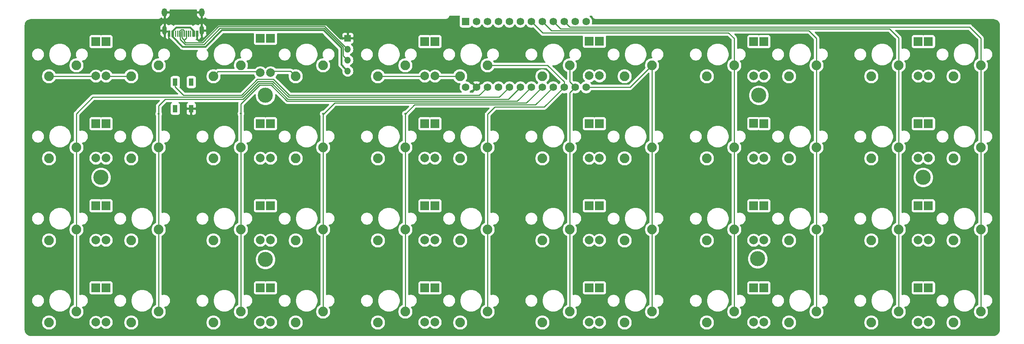
<source format=gbr>
G04 #@! TF.GenerationSoftware,KiCad,Pcbnew,(5.1.2-1)-1*
G04 #@! TF.CreationDate,2019-11-24T06:11:25-06:00*
G04 #@! TF.ProjectId,therick_THT,74686572-6963-46b5-9f54-48542e6b6963,rev?*
G04 #@! TF.SameCoordinates,Original*
G04 #@! TF.FileFunction,Copper,L2,Bot*
G04 #@! TF.FilePolarity,Positive*
%FSLAX46Y46*%
G04 Gerber Fmt 4.6, Leading zero omitted, Abs format (unit mm)*
G04 Created by KiCad (PCBNEW (5.1.2-1)-1) date 2019-11-24 06:11:25*
%MOMM*%
%LPD*%
G04 APERTURE LIST*
%ADD10C,0.100000*%
%ADD11C,0.600000*%
%ADD12O,1.016000X2.159000*%
%ADD13C,0.300000*%
%ADD14O,1.300000X1.900000*%
%ADD15C,2.000000*%
%ADD16R,2.000000X2.000000*%
%ADD17R,1.100000X1.800000*%
%ADD18O,1.524000X1.524000*%
%ADD19R,1.524000X1.524000*%
%ADD20C,1.752600*%
%ADD21R,1.752600X1.752600*%
%ADD22C,3.500000*%
%ADD23C,2.250000*%
%ADD24C,0.500000*%
%ADD25C,0.250000*%
%ADD26C,0.500000*%
%ADD27C,0.400000*%
%ADD28C,0.254000*%
G04 APERTURE END LIST*
D10*
G36*
X86752203Y-38959347D02*
G01*
X86766764Y-38961507D01*
X86781043Y-38965084D01*
X86794903Y-38970043D01*
X86808210Y-38976337D01*
X86820836Y-38983905D01*
X86832659Y-38992673D01*
X86843566Y-39002559D01*
X86853452Y-39013466D01*
X86862220Y-39025289D01*
X86869788Y-39037915D01*
X86876082Y-39051222D01*
X86881041Y-39065082D01*
X86884618Y-39079361D01*
X86886778Y-39093922D01*
X86887500Y-39108625D01*
X86887500Y-40258625D01*
X86886778Y-40273328D01*
X86884618Y-40287889D01*
X86881041Y-40302168D01*
X86876082Y-40316028D01*
X86869788Y-40329335D01*
X86862220Y-40341961D01*
X86853452Y-40353784D01*
X86843566Y-40364691D01*
X86832659Y-40374577D01*
X86820836Y-40383345D01*
X86808210Y-40390913D01*
X86794903Y-40397207D01*
X86781043Y-40402166D01*
X86766764Y-40405743D01*
X86752203Y-40407903D01*
X86737500Y-40408625D01*
X86437500Y-40408625D01*
X86422797Y-40407903D01*
X86408236Y-40405743D01*
X86393957Y-40402166D01*
X86380097Y-40397207D01*
X86366790Y-40390913D01*
X86354164Y-40383345D01*
X86342341Y-40374577D01*
X86331434Y-40364691D01*
X86321548Y-40353784D01*
X86312780Y-40341961D01*
X86305212Y-40329335D01*
X86298918Y-40316028D01*
X86293959Y-40302168D01*
X86290382Y-40287889D01*
X86288222Y-40273328D01*
X86287500Y-40258625D01*
X86287500Y-39108625D01*
X86288222Y-39093922D01*
X86290382Y-39079361D01*
X86293959Y-39065082D01*
X86298918Y-39051222D01*
X86305212Y-39037915D01*
X86312780Y-39025289D01*
X86321548Y-39013466D01*
X86331434Y-39002559D01*
X86342341Y-38992673D01*
X86354164Y-38983905D01*
X86366790Y-38976337D01*
X86380097Y-38970043D01*
X86393957Y-38965084D01*
X86408236Y-38961507D01*
X86422797Y-38959347D01*
X86437500Y-38958625D01*
X86737500Y-38958625D01*
X86752203Y-38959347D01*
X86752203Y-38959347D01*
G37*
D11*
X86587500Y-39683625D03*
D10*
G36*
X87552203Y-38959347D02*
G01*
X87566764Y-38961507D01*
X87581043Y-38965084D01*
X87594903Y-38970043D01*
X87608210Y-38976337D01*
X87620836Y-38983905D01*
X87632659Y-38992673D01*
X87643566Y-39002559D01*
X87653452Y-39013466D01*
X87662220Y-39025289D01*
X87669788Y-39037915D01*
X87676082Y-39051222D01*
X87681041Y-39065082D01*
X87684618Y-39079361D01*
X87686778Y-39093922D01*
X87687500Y-39108625D01*
X87687500Y-40258625D01*
X87686778Y-40273328D01*
X87684618Y-40287889D01*
X87681041Y-40302168D01*
X87676082Y-40316028D01*
X87669788Y-40329335D01*
X87662220Y-40341961D01*
X87653452Y-40353784D01*
X87643566Y-40364691D01*
X87632659Y-40374577D01*
X87620836Y-40383345D01*
X87608210Y-40390913D01*
X87594903Y-40397207D01*
X87581043Y-40402166D01*
X87566764Y-40405743D01*
X87552203Y-40407903D01*
X87537500Y-40408625D01*
X87237500Y-40408625D01*
X87222797Y-40407903D01*
X87208236Y-40405743D01*
X87193957Y-40402166D01*
X87180097Y-40397207D01*
X87166790Y-40390913D01*
X87154164Y-40383345D01*
X87142341Y-40374577D01*
X87131434Y-40364691D01*
X87121548Y-40353784D01*
X87112780Y-40341961D01*
X87105212Y-40329335D01*
X87098918Y-40316028D01*
X87093959Y-40302168D01*
X87090382Y-40287889D01*
X87088222Y-40273328D01*
X87087500Y-40258625D01*
X87087500Y-39108625D01*
X87088222Y-39093922D01*
X87090382Y-39079361D01*
X87093959Y-39065082D01*
X87098918Y-39051222D01*
X87105212Y-39037915D01*
X87112780Y-39025289D01*
X87121548Y-39013466D01*
X87131434Y-39002559D01*
X87142341Y-38992673D01*
X87154164Y-38983905D01*
X87166790Y-38976337D01*
X87180097Y-38970043D01*
X87193957Y-38965084D01*
X87208236Y-38961507D01*
X87222797Y-38959347D01*
X87237500Y-38958625D01*
X87537500Y-38958625D01*
X87552203Y-38959347D01*
X87552203Y-38959347D01*
G37*
D11*
X87387500Y-39683625D03*
D10*
G36*
X81852203Y-38959347D02*
G01*
X81866764Y-38961507D01*
X81881043Y-38965084D01*
X81894903Y-38970043D01*
X81908210Y-38976337D01*
X81920836Y-38983905D01*
X81932659Y-38992673D01*
X81943566Y-39002559D01*
X81953452Y-39013466D01*
X81962220Y-39025289D01*
X81969788Y-39037915D01*
X81976082Y-39051222D01*
X81981041Y-39065082D01*
X81984618Y-39079361D01*
X81986778Y-39093922D01*
X81987500Y-39108625D01*
X81987500Y-40258625D01*
X81986778Y-40273328D01*
X81984618Y-40287889D01*
X81981041Y-40302168D01*
X81976082Y-40316028D01*
X81969788Y-40329335D01*
X81962220Y-40341961D01*
X81953452Y-40353784D01*
X81943566Y-40364691D01*
X81932659Y-40374577D01*
X81920836Y-40383345D01*
X81908210Y-40390913D01*
X81894903Y-40397207D01*
X81881043Y-40402166D01*
X81866764Y-40405743D01*
X81852203Y-40407903D01*
X81837500Y-40408625D01*
X81537500Y-40408625D01*
X81522797Y-40407903D01*
X81508236Y-40405743D01*
X81493957Y-40402166D01*
X81480097Y-40397207D01*
X81466790Y-40390913D01*
X81454164Y-40383345D01*
X81442341Y-40374577D01*
X81431434Y-40364691D01*
X81421548Y-40353784D01*
X81412780Y-40341961D01*
X81405212Y-40329335D01*
X81398918Y-40316028D01*
X81393959Y-40302168D01*
X81390382Y-40287889D01*
X81388222Y-40273328D01*
X81387500Y-40258625D01*
X81387500Y-39108625D01*
X81388222Y-39093922D01*
X81390382Y-39079361D01*
X81393959Y-39065082D01*
X81398918Y-39051222D01*
X81405212Y-39037915D01*
X81412780Y-39025289D01*
X81421548Y-39013466D01*
X81431434Y-39002559D01*
X81442341Y-38992673D01*
X81454164Y-38983905D01*
X81466790Y-38976337D01*
X81480097Y-38970043D01*
X81493957Y-38965084D01*
X81508236Y-38961507D01*
X81522797Y-38959347D01*
X81537500Y-38958625D01*
X81837500Y-38958625D01*
X81852203Y-38959347D01*
X81852203Y-38959347D01*
G37*
D11*
X81687500Y-39683625D03*
D12*
X79837500Y-38908625D03*
D10*
G36*
X84469851Y-38958986D02*
G01*
X84477132Y-38960066D01*
X84484271Y-38961854D01*
X84491201Y-38964334D01*
X84497855Y-38967481D01*
X84504168Y-38971265D01*
X84510079Y-38975649D01*
X84515533Y-38980592D01*
X84520476Y-38986046D01*
X84524860Y-38991957D01*
X84528644Y-38998270D01*
X84531791Y-39004924D01*
X84534271Y-39011854D01*
X84536059Y-39018993D01*
X84537139Y-39026274D01*
X84537500Y-39033625D01*
X84537500Y-40333625D01*
X84537139Y-40340976D01*
X84536059Y-40348257D01*
X84534271Y-40355396D01*
X84531791Y-40362326D01*
X84528644Y-40368980D01*
X84524860Y-40375293D01*
X84520476Y-40381204D01*
X84515533Y-40386658D01*
X84510079Y-40391601D01*
X84504168Y-40395985D01*
X84497855Y-40399769D01*
X84491201Y-40402916D01*
X84484271Y-40405396D01*
X84477132Y-40407184D01*
X84469851Y-40408264D01*
X84462500Y-40408625D01*
X84312500Y-40408625D01*
X84305149Y-40408264D01*
X84297868Y-40407184D01*
X84290729Y-40405396D01*
X84283799Y-40402916D01*
X84277145Y-40399769D01*
X84270832Y-40395985D01*
X84264921Y-40391601D01*
X84259467Y-40386658D01*
X84254524Y-40381204D01*
X84250140Y-40375293D01*
X84246356Y-40368980D01*
X84243209Y-40362326D01*
X84240729Y-40355396D01*
X84238941Y-40348257D01*
X84237861Y-40340976D01*
X84237500Y-40333625D01*
X84237500Y-39033625D01*
X84237861Y-39026274D01*
X84238941Y-39018993D01*
X84240729Y-39011854D01*
X84243209Y-39004924D01*
X84246356Y-38998270D01*
X84250140Y-38991957D01*
X84254524Y-38986046D01*
X84259467Y-38980592D01*
X84264921Y-38975649D01*
X84270832Y-38971265D01*
X84277145Y-38967481D01*
X84283799Y-38964334D01*
X84290729Y-38961854D01*
X84297868Y-38960066D01*
X84305149Y-38958986D01*
X84312500Y-38958625D01*
X84462500Y-38958625D01*
X84469851Y-38958986D01*
X84469851Y-38958986D01*
G37*
D13*
X84387500Y-39683625D03*
D10*
G36*
X84969851Y-38958986D02*
G01*
X84977132Y-38960066D01*
X84984271Y-38961854D01*
X84991201Y-38964334D01*
X84997855Y-38967481D01*
X85004168Y-38971265D01*
X85010079Y-38975649D01*
X85015533Y-38980592D01*
X85020476Y-38986046D01*
X85024860Y-38991957D01*
X85028644Y-38998270D01*
X85031791Y-39004924D01*
X85034271Y-39011854D01*
X85036059Y-39018993D01*
X85037139Y-39026274D01*
X85037500Y-39033625D01*
X85037500Y-40333625D01*
X85037139Y-40340976D01*
X85036059Y-40348257D01*
X85034271Y-40355396D01*
X85031791Y-40362326D01*
X85028644Y-40368980D01*
X85024860Y-40375293D01*
X85020476Y-40381204D01*
X85015533Y-40386658D01*
X85010079Y-40391601D01*
X85004168Y-40395985D01*
X84997855Y-40399769D01*
X84991201Y-40402916D01*
X84984271Y-40405396D01*
X84977132Y-40407184D01*
X84969851Y-40408264D01*
X84962500Y-40408625D01*
X84812500Y-40408625D01*
X84805149Y-40408264D01*
X84797868Y-40407184D01*
X84790729Y-40405396D01*
X84783799Y-40402916D01*
X84777145Y-40399769D01*
X84770832Y-40395985D01*
X84764921Y-40391601D01*
X84759467Y-40386658D01*
X84754524Y-40381204D01*
X84750140Y-40375293D01*
X84746356Y-40368980D01*
X84743209Y-40362326D01*
X84740729Y-40355396D01*
X84738941Y-40348257D01*
X84737861Y-40340976D01*
X84737500Y-40333625D01*
X84737500Y-39033625D01*
X84737861Y-39026274D01*
X84738941Y-39018993D01*
X84740729Y-39011854D01*
X84743209Y-39004924D01*
X84746356Y-38998270D01*
X84750140Y-38991957D01*
X84754524Y-38986046D01*
X84759467Y-38980592D01*
X84764921Y-38975649D01*
X84770832Y-38971265D01*
X84777145Y-38967481D01*
X84783799Y-38964334D01*
X84790729Y-38961854D01*
X84797868Y-38960066D01*
X84805149Y-38958986D01*
X84812500Y-38958625D01*
X84962500Y-38958625D01*
X84969851Y-38958986D01*
X84969851Y-38958986D01*
G37*
D13*
X84887500Y-39683625D03*
D10*
G36*
X85469851Y-38958986D02*
G01*
X85477132Y-38960066D01*
X85484271Y-38961854D01*
X85491201Y-38964334D01*
X85497855Y-38967481D01*
X85504168Y-38971265D01*
X85510079Y-38975649D01*
X85515533Y-38980592D01*
X85520476Y-38986046D01*
X85524860Y-38991957D01*
X85528644Y-38998270D01*
X85531791Y-39004924D01*
X85534271Y-39011854D01*
X85536059Y-39018993D01*
X85537139Y-39026274D01*
X85537500Y-39033625D01*
X85537500Y-40333625D01*
X85537139Y-40340976D01*
X85536059Y-40348257D01*
X85534271Y-40355396D01*
X85531791Y-40362326D01*
X85528644Y-40368980D01*
X85524860Y-40375293D01*
X85520476Y-40381204D01*
X85515533Y-40386658D01*
X85510079Y-40391601D01*
X85504168Y-40395985D01*
X85497855Y-40399769D01*
X85491201Y-40402916D01*
X85484271Y-40405396D01*
X85477132Y-40407184D01*
X85469851Y-40408264D01*
X85462500Y-40408625D01*
X85312500Y-40408625D01*
X85305149Y-40408264D01*
X85297868Y-40407184D01*
X85290729Y-40405396D01*
X85283799Y-40402916D01*
X85277145Y-40399769D01*
X85270832Y-40395985D01*
X85264921Y-40391601D01*
X85259467Y-40386658D01*
X85254524Y-40381204D01*
X85250140Y-40375293D01*
X85246356Y-40368980D01*
X85243209Y-40362326D01*
X85240729Y-40355396D01*
X85238941Y-40348257D01*
X85237861Y-40340976D01*
X85237500Y-40333625D01*
X85237500Y-39033625D01*
X85237861Y-39026274D01*
X85238941Y-39018993D01*
X85240729Y-39011854D01*
X85243209Y-39004924D01*
X85246356Y-38998270D01*
X85250140Y-38991957D01*
X85254524Y-38986046D01*
X85259467Y-38980592D01*
X85264921Y-38975649D01*
X85270832Y-38971265D01*
X85277145Y-38967481D01*
X85283799Y-38964334D01*
X85290729Y-38961854D01*
X85297868Y-38960066D01*
X85305149Y-38958986D01*
X85312500Y-38958625D01*
X85462500Y-38958625D01*
X85469851Y-38958986D01*
X85469851Y-38958986D01*
G37*
D13*
X85387500Y-39683625D03*
D10*
G36*
X85969851Y-38958986D02*
G01*
X85977132Y-38960066D01*
X85984271Y-38961854D01*
X85991201Y-38964334D01*
X85997855Y-38967481D01*
X86004168Y-38971265D01*
X86010079Y-38975649D01*
X86015533Y-38980592D01*
X86020476Y-38986046D01*
X86024860Y-38991957D01*
X86028644Y-38998270D01*
X86031791Y-39004924D01*
X86034271Y-39011854D01*
X86036059Y-39018993D01*
X86037139Y-39026274D01*
X86037500Y-39033625D01*
X86037500Y-40333625D01*
X86037139Y-40340976D01*
X86036059Y-40348257D01*
X86034271Y-40355396D01*
X86031791Y-40362326D01*
X86028644Y-40368980D01*
X86024860Y-40375293D01*
X86020476Y-40381204D01*
X86015533Y-40386658D01*
X86010079Y-40391601D01*
X86004168Y-40395985D01*
X85997855Y-40399769D01*
X85991201Y-40402916D01*
X85984271Y-40405396D01*
X85977132Y-40407184D01*
X85969851Y-40408264D01*
X85962500Y-40408625D01*
X85812500Y-40408625D01*
X85805149Y-40408264D01*
X85797868Y-40407184D01*
X85790729Y-40405396D01*
X85783799Y-40402916D01*
X85777145Y-40399769D01*
X85770832Y-40395985D01*
X85764921Y-40391601D01*
X85759467Y-40386658D01*
X85754524Y-40381204D01*
X85750140Y-40375293D01*
X85746356Y-40368980D01*
X85743209Y-40362326D01*
X85740729Y-40355396D01*
X85738941Y-40348257D01*
X85737861Y-40340976D01*
X85737500Y-40333625D01*
X85737500Y-39033625D01*
X85737861Y-39026274D01*
X85738941Y-39018993D01*
X85740729Y-39011854D01*
X85743209Y-39004924D01*
X85746356Y-38998270D01*
X85750140Y-38991957D01*
X85754524Y-38986046D01*
X85759467Y-38980592D01*
X85764921Y-38975649D01*
X85770832Y-38971265D01*
X85777145Y-38967481D01*
X85783799Y-38964334D01*
X85790729Y-38961854D01*
X85797868Y-38960066D01*
X85805149Y-38958986D01*
X85812500Y-38958625D01*
X85962500Y-38958625D01*
X85969851Y-38958986D01*
X85969851Y-38958986D01*
G37*
D13*
X85887500Y-39683625D03*
D10*
G36*
X83965851Y-38958986D02*
G01*
X83973132Y-38960066D01*
X83980271Y-38961854D01*
X83987201Y-38964334D01*
X83993855Y-38967481D01*
X84000168Y-38971265D01*
X84006079Y-38975649D01*
X84011533Y-38980592D01*
X84016476Y-38986046D01*
X84020860Y-38991957D01*
X84024644Y-38998270D01*
X84027791Y-39004924D01*
X84030271Y-39011854D01*
X84032059Y-39018993D01*
X84033139Y-39026274D01*
X84033500Y-39033625D01*
X84033500Y-40333625D01*
X84033139Y-40340976D01*
X84032059Y-40348257D01*
X84030271Y-40355396D01*
X84027791Y-40362326D01*
X84024644Y-40368980D01*
X84020860Y-40375293D01*
X84016476Y-40381204D01*
X84011533Y-40386658D01*
X84006079Y-40391601D01*
X84000168Y-40395985D01*
X83993855Y-40399769D01*
X83987201Y-40402916D01*
X83980271Y-40405396D01*
X83973132Y-40407184D01*
X83965851Y-40408264D01*
X83958500Y-40408625D01*
X83808500Y-40408625D01*
X83801149Y-40408264D01*
X83793868Y-40407184D01*
X83786729Y-40405396D01*
X83779799Y-40402916D01*
X83773145Y-40399769D01*
X83766832Y-40395985D01*
X83760921Y-40391601D01*
X83755467Y-40386658D01*
X83750524Y-40381204D01*
X83746140Y-40375293D01*
X83742356Y-40368980D01*
X83739209Y-40362326D01*
X83736729Y-40355396D01*
X83734941Y-40348257D01*
X83733861Y-40340976D01*
X83733500Y-40333625D01*
X83733500Y-39033625D01*
X83733861Y-39026274D01*
X83734941Y-39018993D01*
X83736729Y-39011854D01*
X83739209Y-39004924D01*
X83742356Y-38998270D01*
X83746140Y-38991957D01*
X83750524Y-38986046D01*
X83755467Y-38980592D01*
X83760921Y-38975649D01*
X83766832Y-38971265D01*
X83773145Y-38967481D01*
X83779799Y-38964334D01*
X83786729Y-38961854D01*
X83793868Y-38960066D01*
X83801149Y-38958986D01*
X83808500Y-38958625D01*
X83958500Y-38958625D01*
X83965851Y-38958986D01*
X83965851Y-38958986D01*
G37*
D13*
X83883500Y-39683625D03*
D10*
G36*
X83469851Y-38958986D02*
G01*
X83477132Y-38960066D01*
X83484271Y-38961854D01*
X83491201Y-38964334D01*
X83497855Y-38967481D01*
X83504168Y-38971265D01*
X83510079Y-38975649D01*
X83515533Y-38980592D01*
X83520476Y-38986046D01*
X83524860Y-38991957D01*
X83528644Y-38998270D01*
X83531791Y-39004924D01*
X83534271Y-39011854D01*
X83536059Y-39018993D01*
X83537139Y-39026274D01*
X83537500Y-39033625D01*
X83537500Y-40333625D01*
X83537139Y-40340976D01*
X83536059Y-40348257D01*
X83534271Y-40355396D01*
X83531791Y-40362326D01*
X83528644Y-40368980D01*
X83524860Y-40375293D01*
X83520476Y-40381204D01*
X83515533Y-40386658D01*
X83510079Y-40391601D01*
X83504168Y-40395985D01*
X83497855Y-40399769D01*
X83491201Y-40402916D01*
X83484271Y-40405396D01*
X83477132Y-40407184D01*
X83469851Y-40408264D01*
X83462500Y-40408625D01*
X83312500Y-40408625D01*
X83305149Y-40408264D01*
X83297868Y-40407184D01*
X83290729Y-40405396D01*
X83283799Y-40402916D01*
X83277145Y-40399769D01*
X83270832Y-40395985D01*
X83264921Y-40391601D01*
X83259467Y-40386658D01*
X83254524Y-40381204D01*
X83250140Y-40375293D01*
X83246356Y-40368980D01*
X83243209Y-40362326D01*
X83240729Y-40355396D01*
X83238941Y-40348257D01*
X83237861Y-40340976D01*
X83237500Y-40333625D01*
X83237500Y-39033625D01*
X83237861Y-39026274D01*
X83238941Y-39018993D01*
X83240729Y-39011854D01*
X83243209Y-39004924D01*
X83246356Y-38998270D01*
X83250140Y-38991957D01*
X83254524Y-38986046D01*
X83259467Y-38980592D01*
X83264921Y-38975649D01*
X83270832Y-38971265D01*
X83277145Y-38967481D01*
X83283799Y-38964334D01*
X83290729Y-38961854D01*
X83297868Y-38960066D01*
X83305149Y-38958986D01*
X83312500Y-38958625D01*
X83462500Y-38958625D01*
X83469851Y-38958986D01*
X83469851Y-38958986D01*
G37*
D13*
X83387500Y-39683625D03*
D10*
G36*
X82969851Y-38958986D02*
G01*
X82977132Y-38960066D01*
X82984271Y-38961854D01*
X82991201Y-38964334D01*
X82997855Y-38967481D01*
X83004168Y-38971265D01*
X83010079Y-38975649D01*
X83015533Y-38980592D01*
X83020476Y-38986046D01*
X83024860Y-38991957D01*
X83028644Y-38998270D01*
X83031791Y-39004924D01*
X83034271Y-39011854D01*
X83036059Y-39018993D01*
X83037139Y-39026274D01*
X83037500Y-39033625D01*
X83037500Y-40333625D01*
X83037139Y-40340976D01*
X83036059Y-40348257D01*
X83034271Y-40355396D01*
X83031791Y-40362326D01*
X83028644Y-40368980D01*
X83024860Y-40375293D01*
X83020476Y-40381204D01*
X83015533Y-40386658D01*
X83010079Y-40391601D01*
X83004168Y-40395985D01*
X82997855Y-40399769D01*
X82991201Y-40402916D01*
X82984271Y-40405396D01*
X82977132Y-40407184D01*
X82969851Y-40408264D01*
X82962500Y-40408625D01*
X82812500Y-40408625D01*
X82805149Y-40408264D01*
X82797868Y-40407184D01*
X82790729Y-40405396D01*
X82783799Y-40402916D01*
X82777145Y-40399769D01*
X82770832Y-40395985D01*
X82764921Y-40391601D01*
X82759467Y-40386658D01*
X82754524Y-40381204D01*
X82750140Y-40375293D01*
X82746356Y-40368980D01*
X82743209Y-40362326D01*
X82740729Y-40355396D01*
X82738941Y-40348257D01*
X82737861Y-40340976D01*
X82737500Y-40333625D01*
X82737500Y-39033625D01*
X82737861Y-39026274D01*
X82738941Y-39018993D01*
X82740729Y-39011854D01*
X82743209Y-39004924D01*
X82746356Y-38998270D01*
X82750140Y-38991957D01*
X82754524Y-38986046D01*
X82759467Y-38980592D01*
X82764921Y-38975649D01*
X82770832Y-38971265D01*
X82777145Y-38967481D01*
X82783799Y-38964334D01*
X82790729Y-38961854D01*
X82797868Y-38960066D01*
X82805149Y-38958986D01*
X82812500Y-38958625D01*
X82962500Y-38958625D01*
X82969851Y-38958986D01*
X82969851Y-38958986D01*
G37*
D13*
X82887500Y-39683625D03*
D10*
G36*
X82469851Y-38958986D02*
G01*
X82477132Y-38960066D01*
X82484271Y-38961854D01*
X82491201Y-38964334D01*
X82497855Y-38967481D01*
X82504168Y-38971265D01*
X82510079Y-38975649D01*
X82515533Y-38980592D01*
X82520476Y-38986046D01*
X82524860Y-38991957D01*
X82528644Y-38998270D01*
X82531791Y-39004924D01*
X82534271Y-39011854D01*
X82536059Y-39018993D01*
X82537139Y-39026274D01*
X82537500Y-39033625D01*
X82537500Y-40333625D01*
X82537139Y-40340976D01*
X82536059Y-40348257D01*
X82534271Y-40355396D01*
X82531791Y-40362326D01*
X82528644Y-40368980D01*
X82524860Y-40375293D01*
X82520476Y-40381204D01*
X82515533Y-40386658D01*
X82510079Y-40391601D01*
X82504168Y-40395985D01*
X82497855Y-40399769D01*
X82491201Y-40402916D01*
X82484271Y-40405396D01*
X82477132Y-40407184D01*
X82469851Y-40408264D01*
X82462500Y-40408625D01*
X82312500Y-40408625D01*
X82305149Y-40408264D01*
X82297868Y-40407184D01*
X82290729Y-40405396D01*
X82283799Y-40402916D01*
X82277145Y-40399769D01*
X82270832Y-40395985D01*
X82264921Y-40391601D01*
X82259467Y-40386658D01*
X82254524Y-40381204D01*
X82250140Y-40375293D01*
X82246356Y-40368980D01*
X82243209Y-40362326D01*
X82240729Y-40355396D01*
X82238941Y-40348257D01*
X82237861Y-40340976D01*
X82237500Y-40333625D01*
X82237500Y-39033625D01*
X82237861Y-39026274D01*
X82238941Y-39018993D01*
X82240729Y-39011854D01*
X82243209Y-39004924D01*
X82246356Y-38998270D01*
X82250140Y-38991957D01*
X82254524Y-38986046D01*
X82259467Y-38980592D01*
X82264921Y-38975649D01*
X82270832Y-38971265D01*
X82277145Y-38967481D01*
X82283799Y-38964334D01*
X82290729Y-38961854D01*
X82297868Y-38960066D01*
X82305149Y-38958986D01*
X82312500Y-38958625D01*
X82462500Y-38958625D01*
X82469851Y-38958986D01*
X82469851Y-38958986D01*
G37*
D13*
X82387500Y-39683625D03*
D10*
G36*
X81052203Y-38959347D02*
G01*
X81066764Y-38961507D01*
X81081043Y-38965084D01*
X81094903Y-38970043D01*
X81108210Y-38976337D01*
X81120836Y-38983905D01*
X81132659Y-38992673D01*
X81143566Y-39002559D01*
X81153452Y-39013466D01*
X81162220Y-39025289D01*
X81169788Y-39037915D01*
X81176082Y-39051222D01*
X81181041Y-39065082D01*
X81184618Y-39079361D01*
X81186778Y-39093922D01*
X81187500Y-39108625D01*
X81187500Y-40258625D01*
X81186778Y-40273328D01*
X81184618Y-40287889D01*
X81181041Y-40302168D01*
X81176082Y-40316028D01*
X81169788Y-40329335D01*
X81162220Y-40341961D01*
X81153452Y-40353784D01*
X81143566Y-40364691D01*
X81132659Y-40374577D01*
X81120836Y-40383345D01*
X81108210Y-40390913D01*
X81094903Y-40397207D01*
X81081043Y-40402166D01*
X81066764Y-40405743D01*
X81052203Y-40407903D01*
X81037500Y-40408625D01*
X80737500Y-40408625D01*
X80722797Y-40407903D01*
X80708236Y-40405743D01*
X80693957Y-40402166D01*
X80680097Y-40397207D01*
X80666790Y-40390913D01*
X80654164Y-40383345D01*
X80642341Y-40374577D01*
X80631434Y-40364691D01*
X80621548Y-40353784D01*
X80612780Y-40341961D01*
X80605212Y-40329335D01*
X80598918Y-40316028D01*
X80593959Y-40302168D01*
X80590382Y-40287889D01*
X80588222Y-40273328D01*
X80587500Y-40258625D01*
X80587500Y-39108625D01*
X80588222Y-39093922D01*
X80590382Y-39079361D01*
X80593959Y-39065082D01*
X80598918Y-39051222D01*
X80605212Y-39037915D01*
X80612780Y-39025289D01*
X80621548Y-39013466D01*
X80631434Y-39002559D01*
X80642341Y-38992673D01*
X80654164Y-38983905D01*
X80666790Y-38976337D01*
X80680097Y-38970043D01*
X80693957Y-38965084D01*
X80708236Y-38961507D01*
X80722797Y-38959347D01*
X80737500Y-38958625D01*
X81037500Y-38958625D01*
X81052203Y-38959347D01*
X81052203Y-38959347D01*
G37*
D11*
X80887500Y-39683625D03*
D14*
X79837500Y-34708625D03*
X88437500Y-34708625D03*
D12*
X88437500Y-38908625D03*
D15*
X63896875Y-49481250D03*
D16*
X63896875Y-41481250D03*
D17*
X85987500Y-50875000D03*
X82287500Y-57075000D03*
X82287500Y-50875000D03*
X85987500Y-57075000D03*
D15*
X142479920Y-68531250D03*
D16*
X142479920Y-60531250D03*
D18*
X122250000Y-48330000D03*
D19*
X122250000Y-40710000D03*
D18*
X122250000Y-43250000D03*
X122250000Y-45790000D03*
D16*
X216299600Y-41481760D03*
D15*
X216299600Y-49481760D03*
D16*
X218680880Y-41481760D03*
D15*
X218680880Y-49481760D03*
D20*
X149542500Y-52070000D03*
X177482500Y-36830000D03*
X152082500Y-52070000D03*
X154622500Y-52070000D03*
X157162500Y-52070000D03*
X159702500Y-52070000D03*
X162242500Y-52070000D03*
X164782500Y-52070000D03*
X167322500Y-52070000D03*
X169862500Y-52070000D03*
X172402500Y-52070000D03*
X174942500Y-52070000D03*
X177482500Y-52070000D03*
X174942500Y-36830000D03*
X172402500Y-36830000D03*
X169862500Y-36830000D03*
X167322500Y-36830000D03*
X164782500Y-36830000D03*
X162242500Y-36830000D03*
X159702500Y-36830000D03*
X157162500Y-36830000D03*
X154622500Y-36830000D03*
X152082500Y-36830000D03*
D21*
X149542500Y-36830000D03*
D16*
X178199120Y-98632480D03*
D15*
X178199120Y-106632480D03*
D16*
X218680880Y-60531250D03*
D15*
X218680880Y-68531250D03*
D16*
X66278960Y-41481760D03*
D15*
X66278960Y-49481760D03*
D16*
X101998160Y-40731760D03*
D15*
X101998160Y-48731760D03*
D16*
X104379440Y-40731760D03*
D15*
X104379440Y-48731760D03*
D16*
X140098640Y-41481760D03*
D15*
X140098640Y-49481760D03*
D16*
X142479920Y-41481760D03*
D15*
X142479920Y-49481760D03*
D16*
X178199120Y-41422400D03*
D15*
X178199120Y-49422400D03*
D16*
X180580400Y-41422400D03*
D15*
X180580400Y-49422400D03*
D16*
X254400080Y-41481760D03*
D15*
X254400080Y-49481760D03*
D16*
X256781360Y-41481250D03*
D15*
X256781360Y-49481250D03*
D16*
X63897680Y-60531250D03*
D15*
X63897680Y-68531250D03*
D16*
X66278960Y-60532000D03*
D15*
X66278960Y-68532000D03*
D16*
X101998160Y-60532000D03*
D15*
X101998160Y-68532000D03*
D16*
X104379440Y-60532000D03*
D15*
X104379440Y-68532000D03*
D16*
X140098640Y-60531250D03*
D15*
X140098640Y-68531250D03*
D16*
X178199120Y-60531250D03*
D15*
X178199120Y-68531250D03*
D16*
X180580400Y-60532000D03*
D15*
X180580400Y-68532000D03*
D16*
X216299600Y-60500800D03*
D15*
X216299600Y-68500800D03*
D16*
X254400080Y-60532000D03*
D15*
X254400080Y-68532000D03*
D16*
X256781360Y-60531250D03*
D15*
X256781360Y-68531250D03*
D16*
X63897680Y-79582240D03*
D15*
X63897680Y-87582240D03*
D16*
X66278960Y-79582240D03*
D15*
X66278960Y-87582240D03*
D16*
X101998160Y-79582240D03*
D15*
X101998160Y-87582240D03*
D16*
X104379440Y-79582240D03*
D15*
X104379440Y-87582240D03*
D16*
X140098640Y-79582240D03*
D15*
X140098640Y-87582240D03*
D16*
X142479920Y-79581250D03*
D15*
X142479920Y-87581250D03*
D16*
X178199120Y-79582240D03*
D15*
X178199120Y-87582240D03*
D16*
X180580400Y-79582240D03*
D15*
X180580400Y-87582240D03*
D16*
X216299600Y-79582240D03*
D15*
X216299600Y-87582240D03*
D16*
X218680880Y-79582240D03*
D15*
X218680880Y-87582240D03*
D16*
X254400080Y-79582240D03*
D15*
X254400080Y-87582240D03*
D16*
X256781360Y-79582240D03*
D15*
X256781360Y-87582240D03*
D16*
X63897680Y-98632480D03*
D15*
X63897680Y-106632480D03*
D16*
X66278960Y-98632480D03*
D15*
X66278960Y-106632480D03*
D16*
X101998160Y-98632480D03*
D15*
X101998160Y-106632480D03*
D16*
X104379440Y-98632480D03*
D15*
X104379440Y-106632480D03*
D16*
X140098640Y-98632480D03*
D15*
X140098640Y-106632480D03*
D16*
X142479920Y-98632480D03*
D15*
X142479920Y-106632480D03*
D16*
X180580400Y-98632480D03*
D15*
X180580400Y-106632480D03*
D16*
X216299600Y-98631250D03*
D15*
X216299600Y-106631250D03*
D16*
X218680880Y-98631250D03*
D15*
X218680880Y-106631250D03*
D16*
X254400080Y-98632480D03*
D15*
X254400080Y-106632480D03*
D16*
X256781360Y-98632480D03*
D15*
X256781360Y-106632480D03*
D22*
X65087500Y-73025000D03*
X103187500Y-53975000D03*
X103187500Y-92075000D03*
X217487500Y-53975000D03*
X217206250Y-91881250D03*
X255587500Y-73025000D03*
D23*
X53022500Y-49530000D03*
X59372500Y-46990000D03*
X72072500Y-49530000D03*
X78422500Y-46990000D03*
X91122500Y-49530000D03*
X97472500Y-46990000D03*
X110172500Y-49530000D03*
X116522500Y-46990000D03*
X129222500Y-49530000D03*
X135572500Y-46990000D03*
X148272500Y-49530000D03*
X154622500Y-46990000D03*
X167322500Y-49530000D03*
X173672500Y-46990000D03*
X186372500Y-49530000D03*
X192722500Y-46990000D03*
X205422500Y-49530000D03*
X211772500Y-46990000D03*
X224472500Y-49530000D03*
X230822500Y-46990000D03*
X243522500Y-49530000D03*
X249872500Y-46990000D03*
X262572500Y-49530000D03*
X268922500Y-46990000D03*
X53022500Y-68580000D03*
X59372500Y-66040000D03*
X72072500Y-68580000D03*
X78422500Y-66040000D03*
X91122500Y-68580000D03*
X97472500Y-66040000D03*
X110172500Y-68580000D03*
X116522500Y-66040000D03*
X129222500Y-68580000D03*
X135572500Y-66040000D03*
X148272500Y-68580000D03*
X154622500Y-66040000D03*
X167322500Y-68580000D03*
X173672500Y-66040000D03*
X186372500Y-68580000D03*
X192722500Y-66040000D03*
X205422500Y-68580000D03*
X211772500Y-66040000D03*
X224472500Y-68580000D03*
X230822500Y-66040000D03*
X243522500Y-68580000D03*
X249872500Y-66040000D03*
X262572500Y-68580000D03*
X268922500Y-66040000D03*
X53022500Y-87630000D03*
X59372500Y-85090000D03*
X72072500Y-87630000D03*
X78422500Y-85090000D03*
X91122500Y-87630000D03*
X97472500Y-85090000D03*
X110172500Y-87630000D03*
X116522500Y-85090000D03*
X129222500Y-87630000D03*
X135572500Y-85090000D03*
X148272500Y-87630000D03*
X154622500Y-85090000D03*
X167322500Y-87630000D03*
X173672500Y-85090000D03*
X186372500Y-87630000D03*
X192722500Y-85090000D03*
X205422500Y-87630000D03*
X211772500Y-85090000D03*
X224472500Y-87630000D03*
X230822500Y-85090000D03*
X243522500Y-87630000D03*
X249872500Y-85090000D03*
X262572500Y-87630000D03*
X268922500Y-85090000D03*
X53022500Y-106680000D03*
X59372500Y-104140000D03*
X72072500Y-106680000D03*
X78422500Y-104140000D03*
X91122500Y-106680000D03*
X97472500Y-104140000D03*
X110172500Y-106680000D03*
X116522500Y-104140000D03*
X129222500Y-106680000D03*
X135572500Y-104140000D03*
X148272500Y-106680000D03*
X154622500Y-104140000D03*
X167322500Y-106680000D03*
X173672500Y-104140000D03*
X186372500Y-106680000D03*
X192722500Y-104140000D03*
X205422500Y-106680000D03*
X211772500Y-104140000D03*
X224472500Y-106680000D03*
X230822500Y-104140000D03*
X243522500Y-106680000D03*
X249872500Y-104140000D03*
X262572500Y-106680000D03*
X268922500Y-104140000D03*
D24*
X78422500Y-58250000D03*
X97472500Y-58222500D03*
X116522500Y-58250000D03*
X135572500Y-58250000D03*
D25*
X63848125Y-49530000D02*
X63896875Y-49481250D01*
X53022500Y-49530000D02*
X63848125Y-49530000D01*
X66327200Y-49530000D02*
X66278960Y-49481760D01*
X72072500Y-49530000D02*
X66327200Y-49530000D01*
X101998160Y-48481760D02*
X92170740Y-48481760D01*
X92170740Y-48481760D02*
X91122500Y-49530000D01*
X104456199Y-48405001D02*
X104379440Y-48481760D01*
X109047501Y-48405001D02*
X104456199Y-48405001D01*
X110172500Y-49530000D02*
X109047501Y-48405001D01*
X140050400Y-49530000D02*
X140098640Y-49481760D01*
X129222500Y-49530000D02*
X140050400Y-49530000D01*
X142528160Y-49530000D02*
X142479920Y-49481760D01*
X148272500Y-49530000D02*
X142528160Y-49530000D01*
X59372500Y-66040000D02*
X59372500Y-104140000D01*
X157372480Y-54400020D02*
X159702500Y-52070000D01*
X104879529Y-50706781D02*
X108572767Y-54400019D01*
X101520399Y-50706781D02*
X104879529Y-50706781D01*
X97827160Y-54400020D02*
X101520399Y-50706781D01*
X63222480Y-54400020D02*
X97827160Y-54400020D01*
X108572767Y-54400019D02*
X157372480Y-54400020D01*
X59372500Y-58250000D02*
X63222480Y-54400020D01*
X59372500Y-58250000D02*
X59372500Y-66040000D01*
X78422500Y-66040000D02*
X78422500Y-104140000D01*
X79977468Y-54850030D02*
X78422500Y-56404998D01*
X98013560Y-54850030D02*
X79977468Y-54850030D01*
X101706798Y-51156792D02*
X98013560Y-54850030D01*
X104693129Y-51156791D02*
X101706798Y-51156792D01*
X157558879Y-54850029D02*
X108386365Y-54850027D01*
X108386365Y-54850027D02*
X104693129Y-51156791D01*
X159462471Y-54850029D02*
X157558879Y-54850029D01*
X162242500Y-52070000D02*
X159462471Y-54850029D01*
X78422500Y-56404998D02*
X78422500Y-66040000D01*
X97472500Y-58527500D02*
X97472500Y-58222500D01*
X97472500Y-58527500D02*
X97472500Y-66040000D01*
X97472500Y-66040000D02*
X97472500Y-104140000D01*
X108199964Y-55300036D02*
X127699962Y-55300038D01*
X161552462Y-55300038D02*
X164782500Y-52070000D01*
X127699962Y-55300038D02*
X161552462Y-55300038D01*
X104506729Y-51606801D02*
X108199964Y-55300036D01*
X101893199Y-51606801D02*
X104506729Y-51606801D01*
X97472500Y-56027500D02*
X101893199Y-51606801D01*
X97472500Y-58527500D02*
X97472500Y-56027500D01*
X167322500Y-52070000D02*
X163642452Y-55750048D01*
X116522596Y-58477500D02*
X119250048Y-55750048D01*
X116522500Y-58477500D02*
X116522596Y-58477500D01*
X116522500Y-58477500D02*
X116522500Y-66040000D01*
X163642452Y-55750048D02*
X119250048Y-55750048D01*
X116522500Y-66040000D02*
X116522500Y-104140000D01*
X137750000Y-56200058D02*
X165732442Y-56200058D01*
X165732442Y-56200058D02*
X169862500Y-52070000D01*
X135572500Y-66040000D02*
X135572500Y-58377558D01*
X135572500Y-58377558D02*
X137750000Y-56200058D01*
X135572500Y-66040000D02*
X135572500Y-104140000D01*
X156349933Y-56650067D02*
X154622500Y-58377500D01*
X167822433Y-56650067D02*
X156349933Y-56650067D01*
X172402500Y-52070000D02*
X167822433Y-56650067D01*
X154622500Y-102106002D02*
X154622500Y-104140000D01*
X154622500Y-66040000D02*
X154622500Y-102106002D01*
X168561775Y-46990000D02*
X156213490Y-46990000D01*
X172402500Y-50830725D02*
X168561775Y-46990000D01*
X156213490Y-46990000D02*
X154622500Y-46990000D01*
X172402500Y-52070000D02*
X172402500Y-50830725D01*
X154622500Y-62944375D02*
X154622500Y-66040000D01*
X154622500Y-58377500D02*
X154622500Y-62944375D01*
X173672500Y-102106002D02*
X173672500Y-104140000D01*
X173672500Y-66040000D02*
X173672500Y-102106002D01*
X173672500Y-53340000D02*
X173672500Y-66040000D01*
X174942500Y-52070000D02*
X173672500Y-53340000D01*
X173672500Y-50800000D02*
X173672500Y-46990000D01*
X174942500Y-52070000D02*
X173672500Y-50800000D01*
X187642500Y-52070000D02*
X192722500Y-46990000D01*
X177482500Y-52070000D02*
X187642500Y-52070000D01*
X192722500Y-46990000D02*
X192722500Y-104140000D01*
X211772500Y-102106002D02*
X211772500Y-104140000D01*
X211772500Y-46990000D02*
X211772500Y-104140000D01*
X167403010Y-39450510D02*
X164782500Y-36830000D01*
X210450510Y-39450510D02*
X167403010Y-39450510D01*
X211772500Y-46990000D02*
X211772500Y-40727500D01*
X210495510Y-39450510D02*
X211772500Y-40727500D01*
X230822500Y-40716980D02*
X230822500Y-46990000D01*
X229106020Y-39000500D02*
X230822500Y-40716980D01*
X169493000Y-39000500D02*
X229106020Y-39000500D01*
X167322500Y-36830000D02*
X169493000Y-39000500D01*
X230822500Y-46990000D02*
X230822500Y-104140000D01*
X169862500Y-36830000D02*
X171582990Y-38550490D01*
X249872500Y-46990000D02*
X249872500Y-104140000D01*
X171582990Y-38550490D02*
X247779330Y-38550490D01*
X247779330Y-38550490D02*
X249872500Y-40643660D01*
X249872500Y-40643660D02*
X249872500Y-46990000D01*
X268922500Y-46990000D02*
X268922500Y-104140000D01*
X268922500Y-40719375D02*
X268922500Y-46990000D01*
X266303605Y-38100480D02*
X268922500Y-40719375D01*
X173672980Y-38100480D02*
X266303605Y-38100480D01*
X172402500Y-36830000D02*
X173672980Y-38100480D01*
X97640760Y-53950010D02*
X86700010Y-53950010D01*
X108759167Y-53950009D02*
X105065929Y-50256771D01*
X101333998Y-50256772D02*
X97640760Y-53950010D01*
X105065929Y-50256771D02*
X101333998Y-50256772D01*
X152742490Y-53950010D02*
X108759167Y-53950009D01*
X154622500Y-52070000D02*
X152742490Y-53950010D01*
X82287500Y-52025000D02*
X84212510Y-53950010D01*
X84212510Y-53950010D02*
X86700010Y-53950010D01*
X82287500Y-50875000D02*
X82287500Y-52025000D01*
D26*
X80887500Y-39133625D02*
X80887500Y-40127125D01*
D27*
X80062500Y-39133625D02*
X79837500Y-38908625D01*
X80887500Y-39133625D02*
X80062500Y-39133625D01*
X87387500Y-40892500D02*
X87813000Y-41318000D01*
X87387500Y-39133625D02*
X87387500Y-40892500D01*
X88404020Y-41318000D02*
X87813000Y-41318000D01*
X92186247Y-37535772D02*
X88404020Y-41318000D01*
X117348958Y-37535772D02*
X92186247Y-37535772D01*
X120523186Y-40710000D02*
X117348958Y-37535772D01*
X122250000Y-40710000D02*
X120523186Y-40710000D01*
D25*
X83671804Y-38703615D02*
X83387500Y-38987919D01*
X84095196Y-38703615D02*
X83671804Y-38703615D01*
X84387500Y-38995919D02*
X84095196Y-38703615D01*
X83387500Y-38987919D02*
X83387500Y-39133625D01*
X84387500Y-39133625D02*
X84387500Y-38995919D01*
X83478490Y-39224615D02*
X83387500Y-39133625D01*
X84605105Y-42153020D02*
X83478490Y-41026405D01*
X88926658Y-42153020D02*
X84605105Y-42153020D01*
X122250000Y-45790000D02*
X121232999Y-44772999D01*
X92708886Y-38370792D02*
X88926658Y-42153020D01*
X116833378Y-38370792D02*
X92708886Y-38370792D01*
X121232999Y-42770413D02*
X116833378Y-38370792D01*
X83478490Y-41026405D02*
X83478490Y-39224615D01*
X121232999Y-44772999D02*
X121232999Y-42770413D01*
X117000000Y-38000000D02*
X122250000Y-43250000D01*
X84892500Y-39138625D02*
X84887500Y-39133625D01*
X116990782Y-37990782D02*
X92374718Y-37990782D01*
X83883500Y-39133625D02*
X83883500Y-40640000D01*
X83883500Y-40640000D02*
X84391500Y-41148000D01*
X84887500Y-40652000D02*
X84887500Y-39133625D01*
X84391500Y-41148000D02*
X84887500Y-40652000D01*
X84391500Y-41148000D02*
X84391500Y-41402000D01*
X84762510Y-41773010D02*
X88592490Y-41773010D01*
X84391500Y-41402000D02*
X84762510Y-41773010D01*
X88592490Y-41773010D02*
X88836500Y-41529000D01*
X92374718Y-37990782D02*
X88836500Y-41529000D01*
D27*
X81687500Y-40352107D02*
X84002394Y-42667001D01*
X81687500Y-39133625D02*
X81687500Y-40352107D01*
X84002394Y-42667001D02*
X86555499Y-42667001D01*
X86555499Y-42667001D02*
X87434501Y-42667001D01*
X89271079Y-42667001D02*
X93112278Y-38825802D01*
X87434501Y-42667001D02*
X89271079Y-42667001D01*
X93112278Y-38825802D02*
X116613302Y-38825802D01*
X121488001Y-47568001D02*
X122250000Y-48330000D01*
X120777989Y-46857989D02*
X121488001Y-47568001D01*
X120777989Y-42990489D02*
X120777989Y-46857989D01*
X116613302Y-38825802D02*
X120777989Y-42990489D01*
X86587500Y-39085853D02*
X86587500Y-39133625D01*
X85750252Y-38248605D02*
X86587500Y-39085853D01*
X82524748Y-38248605D02*
X85750252Y-38248605D01*
X81687500Y-39085853D02*
X82524748Y-38248605D01*
X81687500Y-39133625D02*
X81687500Y-39085853D01*
D28*
G36*
X87152500Y-34281625D02*
G01*
X87152500Y-34581625D01*
X88310500Y-34581625D01*
X88310500Y-34561625D01*
X88564500Y-34561625D01*
X88564500Y-34581625D01*
X88584500Y-34581625D01*
X88584500Y-34835625D01*
X88564500Y-34835625D01*
X88564500Y-36127692D01*
X88762971Y-36251724D01*
X88811915Y-36244412D01*
X89045811Y-36147622D01*
X89208435Y-36039040D01*
X89280230Y-36097594D01*
X89330057Y-36130699D01*
X89379413Y-36164494D01*
X89387519Y-36168877D01*
X89524300Y-36241604D01*
X89579602Y-36264398D01*
X89634585Y-36287964D01*
X89643388Y-36290689D01*
X89791689Y-36335464D01*
X89850392Y-36347087D01*
X89908881Y-36359520D01*
X89918046Y-36360483D01*
X90072219Y-36375600D01*
X90072223Y-36375600D01*
X90104206Y-36378750D01*
X144891794Y-36378750D01*
X144919637Y-36376008D01*
X144921960Y-36376024D01*
X144931132Y-36375125D01*
X144968861Y-36371160D01*
X144988758Y-36369200D01*
X144989421Y-36368999D01*
X145008163Y-36367029D01*
X145066743Y-36355004D01*
X145125529Y-36343790D01*
X145134350Y-36341126D01*
X145208342Y-36318221D01*
X145263458Y-36295052D01*
X145318943Y-36272635D01*
X145327079Y-36268309D01*
X145395214Y-36231469D01*
X145444803Y-36198020D01*
X145494862Y-36165264D01*
X145502003Y-36159439D01*
X145561684Y-36110067D01*
X145603843Y-36067613D01*
X145646576Y-36025766D01*
X145652450Y-36018665D01*
X145701405Y-35958640D01*
X145734494Y-35908836D01*
X145768306Y-35859456D01*
X145772689Y-35851349D01*
X145809051Y-35782959D01*
X145831834Y-35727682D01*
X145855408Y-35672682D01*
X145858133Y-35663879D01*
X145880521Y-35589729D01*
X145881457Y-35585000D01*
X148147322Y-35585000D01*
X148135663Y-35599206D01*
X148076698Y-35709520D01*
X148040388Y-35829218D01*
X148028128Y-35953700D01*
X148028128Y-37706300D01*
X148040388Y-37830782D01*
X148076698Y-37950480D01*
X148135663Y-38060794D01*
X148215015Y-38157485D01*
X148311706Y-38236837D01*
X148422020Y-38295802D01*
X148541718Y-38332112D01*
X148666200Y-38344372D01*
X150418800Y-38344372D01*
X150543282Y-38332112D01*
X150662980Y-38295802D01*
X150773294Y-38236837D01*
X150869985Y-38157485D01*
X150949337Y-38060794D01*
X151008302Y-37950480D01*
X151021656Y-37906458D01*
X151119102Y-38003904D01*
X151366631Y-38169297D01*
X151641670Y-38283222D01*
X151933650Y-38341300D01*
X152231350Y-38341300D01*
X152523330Y-38283222D01*
X152798369Y-38169297D01*
X153045898Y-38003904D01*
X153256404Y-37793398D01*
X153352500Y-37649580D01*
X153448596Y-37793398D01*
X153659102Y-38003904D01*
X153906631Y-38169297D01*
X154181670Y-38283222D01*
X154473650Y-38341300D01*
X154771350Y-38341300D01*
X155063330Y-38283222D01*
X155338369Y-38169297D01*
X155585898Y-38003904D01*
X155796404Y-37793398D01*
X155892500Y-37649580D01*
X155988596Y-37793398D01*
X156199102Y-38003904D01*
X156446631Y-38169297D01*
X156721670Y-38283222D01*
X157013650Y-38341300D01*
X157311350Y-38341300D01*
X157603330Y-38283222D01*
X157878369Y-38169297D01*
X158125898Y-38003904D01*
X158336404Y-37793398D01*
X158432500Y-37649580D01*
X158528596Y-37793398D01*
X158739102Y-38003904D01*
X158986631Y-38169297D01*
X159261670Y-38283222D01*
X159553650Y-38341300D01*
X159851350Y-38341300D01*
X160143330Y-38283222D01*
X160418369Y-38169297D01*
X160665898Y-38003904D01*
X160876404Y-37793398D01*
X160972500Y-37649580D01*
X161068596Y-37793398D01*
X161279102Y-38003904D01*
X161526631Y-38169297D01*
X161801670Y-38283222D01*
X162093650Y-38341300D01*
X162391350Y-38341300D01*
X162683330Y-38283222D01*
X162958369Y-38169297D01*
X163205898Y-38003904D01*
X163416404Y-37793398D01*
X163512500Y-37649580D01*
X163608596Y-37793398D01*
X163819102Y-38003904D01*
X164066631Y-38169297D01*
X164341670Y-38283222D01*
X164633650Y-38341300D01*
X164931350Y-38341300D01*
X165171275Y-38293576D01*
X166839210Y-39961512D01*
X166863009Y-39990511D01*
X166978734Y-40085484D01*
X167110763Y-40156056D01*
X167254024Y-40199513D01*
X167365677Y-40210510D01*
X167365685Y-40210510D01*
X167403010Y-40214186D01*
X167440335Y-40210510D01*
X176599823Y-40210510D01*
X176573308Y-40297918D01*
X176561048Y-40422400D01*
X176561048Y-42422400D01*
X176573308Y-42546882D01*
X176609618Y-42666580D01*
X176668583Y-42776894D01*
X176747935Y-42873585D01*
X176844626Y-42952937D01*
X176954940Y-43011902D01*
X177074638Y-43048212D01*
X177199120Y-43060472D01*
X179199120Y-43060472D01*
X179323602Y-43048212D01*
X179389760Y-43028143D01*
X179455918Y-43048212D01*
X179580400Y-43060472D01*
X181580400Y-43060472D01*
X181704882Y-43048212D01*
X181824580Y-43011902D01*
X181934894Y-42952937D01*
X182031585Y-42873585D01*
X182110937Y-42776894D01*
X182169902Y-42666580D01*
X182206212Y-42546882D01*
X182218472Y-42422400D01*
X182218472Y-40422400D01*
X182206212Y-40297918D01*
X182179697Y-40210510D01*
X210180709Y-40210510D01*
X211012501Y-41042303D01*
X211012500Y-45399792D01*
X210938827Y-45430308D01*
X210650565Y-45622919D01*
X210405419Y-45868065D01*
X210212808Y-46156327D01*
X210080136Y-46476627D01*
X210012500Y-46816655D01*
X210012500Y-47163345D01*
X210080136Y-47503373D01*
X210212808Y-47823673D01*
X210405419Y-48111935D01*
X210650565Y-48357081D01*
X210938827Y-48549692D01*
X211012500Y-48580208D01*
X211012500Y-64449792D01*
X210938827Y-64480308D01*
X210650565Y-64672919D01*
X210405419Y-64918065D01*
X210212808Y-65206327D01*
X210080136Y-65526627D01*
X210012500Y-65866655D01*
X210012500Y-66213345D01*
X210080136Y-66553373D01*
X210212808Y-66873673D01*
X210405419Y-67161935D01*
X210650565Y-67407081D01*
X210938827Y-67599692D01*
X211012500Y-67630208D01*
X211012501Y-83499792D01*
X210938827Y-83530308D01*
X210650565Y-83722919D01*
X210405419Y-83968065D01*
X210212808Y-84256327D01*
X210080136Y-84576627D01*
X210012500Y-84916655D01*
X210012500Y-85263345D01*
X210080136Y-85603373D01*
X210212808Y-85923673D01*
X210405419Y-86211935D01*
X210650565Y-86457081D01*
X210938827Y-86649692D01*
X211012501Y-86680209D01*
X211012501Y-102068660D01*
X211012500Y-102068670D01*
X211012500Y-102549792D01*
X210938827Y-102580308D01*
X210650565Y-102772919D01*
X210405419Y-103018065D01*
X210212808Y-103306327D01*
X210080136Y-103626627D01*
X210012500Y-103966655D01*
X210012500Y-104313345D01*
X210080136Y-104653373D01*
X210212808Y-104973673D01*
X210405419Y-105261935D01*
X210650565Y-105507081D01*
X210938827Y-105699692D01*
X211259127Y-105832364D01*
X211599155Y-105900000D01*
X211945845Y-105900000D01*
X212285873Y-105832364D01*
X212606173Y-105699692D01*
X212894435Y-105507081D01*
X213139581Y-105261935D01*
X213332192Y-104973673D01*
X213464864Y-104653373D01*
X213532500Y-104313345D01*
X213532500Y-103966655D01*
X213464864Y-103626627D01*
X213332192Y-103306327D01*
X213199862Y-103108281D01*
X213482951Y-103051971D01*
X213757753Y-102938144D01*
X214005069Y-102772893D01*
X214215393Y-102562569D01*
X214380644Y-102315253D01*
X214494471Y-102040451D01*
X214552500Y-101748722D01*
X214552500Y-101451278D01*
X220422500Y-101451278D01*
X220422500Y-101748722D01*
X220480529Y-102040451D01*
X220594356Y-102315253D01*
X220759607Y-102562569D01*
X220969931Y-102772893D01*
X221217247Y-102938144D01*
X221492049Y-103051971D01*
X221783778Y-103110000D01*
X222081222Y-103110000D01*
X222372951Y-103051971D01*
X222647753Y-102938144D01*
X222895069Y-102772893D01*
X223105393Y-102562569D01*
X223270644Y-102315253D01*
X223384471Y-102040451D01*
X223442500Y-101748722D01*
X223442500Y-101451278D01*
X223420580Y-101341076D01*
X224383600Y-101341076D01*
X224383600Y-101858924D01*
X224484627Y-102366822D01*
X224682799Y-102845251D01*
X224970500Y-103275826D01*
X225336674Y-103642000D01*
X225767249Y-103929701D01*
X226245678Y-104127873D01*
X226753576Y-104228900D01*
X227271424Y-104228900D01*
X227779322Y-104127873D01*
X228257751Y-103929701D01*
X228688326Y-103642000D01*
X229054500Y-103275826D01*
X229342201Y-102845251D01*
X229540373Y-102366822D01*
X229641400Y-101858924D01*
X229641400Y-101341076D01*
X229540373Y-100833178D01*
X229342201Y-100354749D01*
X229054500Y-99924174D01*
X228688326Y-99558000D01*
X228257751Y-99270299D01*
X227779322Y-99072127D01*
X227271424Y-98971100D01*
X226753576Y-98971100D01*
X226245678Y-99072127D01*
X225767249Y-99270299D01*
X225336674Y-99558000D01*
X224970500Y-99924174D01*
X224682799Y-100354749D01*
X224484627Y-100833178D01*
X224383600Y-101341076D01*
X223420580Y-101341076D01*
X223384471Y-101159549D01*
X223270644Y-100884747D01*
X223105393Y-100637431D01*
X222895069Y-100427107D01*
X222647753Y-100261856D01*
X222372951Y-100148029D01*
X222081222Y-100090000D01*
X221783778Y-100090000D01*
X221492049Y-100148029D01*
X221217247Y-100261856D01*
X220969931Y-100427107D01*
X220759607Y-100637431D01*
X220594356Y-100884747D01*
X220480529Y-101159549D01*
X220422500Y-101451278D01*
X214552500Y-101451278D01*
X214494471Y-101159549D01*
X214380644Y-100884747D01*
X214215393Y-100637431D01*
X214005069Y-100427107D01*
X213757753Y-100261856D01*
X213482951Y-100148029D01*
X213191222Y-100090000D01*
X212893778Y-100090000D01*
X212602049Y-100148029D01*
X212532500Y-100176837D01*
X212532500Y-97631250D01*
X214661528Y-97631250D01*
X214661528Y-99631250D01*
X214673788Y-99755732D01*
X214710098Y-99875430D01*
X214769063Y-99985744D01*
X214848415Y-100082435D01*
X214945106Y-100161787D01*
X215055420Y-100220752D01*
X215175118Y-100257062D01*
X215299600Y-100269322D01*
X217299600Y-100269322D01*
X217424082Y-100257062D01*
X217490240Y-100236993D01*
X217556398Y-100257062D01*
X217680880Y-100269322D01*
X219680880Y-100269322D01*
X219805362Y-100257062D01*
X219925060Y-100220752D01*
X220035374Y-100161787D01*
X220132065Y-100082435D01*
X220211417Y-99985744D01*
X220270382Y-99875430D01*
X220306692Y-99755732D01*
X220318952Y-99631250D01*
X220318952Y-97631250D01*
X220306692Y-97506768D01*
X220270382Y-97387070D01*
X220211417Y-97276756D01*
X220132065Y-97180065D01*
X220035374Y-97100713D01*
X219925060Y-97041748D01*
X219805362Y-97005438D01*
X219680880Y-96993178D01*
X217680880Y-96993178D01*
X217556398Y-97005438D01*
X217490240Y-97025507D01*
X217424082Y-97005438D01*
X217299600Y-96993178D01*
X215299600Y-96993178D01*
X215175118Y-97005438D01*
X215055420Y-97041748D01*
X214945106Y-97100713D01*
X214848415Y-97180065D01*
X214769063Y-97276756D01*
X214710098Y-97387070D01*
X214673788Y-97506768D01*
X214661528Y-97631250D01*
X212532500Y-97631250D01*
X212532500Y-91646348D01*
X214821250Y-91646348D01*
X214821250Y-92116152D01*
X214912904Y-92576929D01*
X215092690Y-93010971D01*
X215353700Y-93401599D01*
X215685901Y-93733800D01*
X216076529Y-93994810D01*
X216510571Y-94174596D01*
X216971348Y-94266250D01*
X217441152Y-94266250D01*
X217901929Y-94174596D01*
X218335971Y-93994810D01*
X218726599Y-93733800D01*
X219058800Y-93401599D01*
X219319810Y-93010971D01*
X219499596Y-92576929D01*
X219591250Y-92116152D01*
X219591250Y-91646348D01*
X219499596Y-91185571D01*
X219319810Y-90751529D01*
X219058800Y-90360901D01*
X218726599Y-90028700D01*
X218335971Y-89767690D01*
X217901929Y-89587904D01*
X217441152Y-89496250D01*
X216971348Y-89496250D01*
X216510571Y-89587904D01*
X216076529Y-89767690D01*
X215685901Y-90028700D01*
X215353700Y-90360901D01*
X215092690Y-90751529D01*
X214912904Y-91185571D01*
X214821250Y-91646348D01*
X212532500Y-91646348D01*
X212532500Y-87421207D01*
X214664600Y-87421207D01*
X214664600Y-87743273D01*
X214727432Y-88059152D01*
X214850682Y-88356703D01*
X215029613Y-88624492D01*
X215257348Y-88852227D01*
X215525137Y-89031158D01*
X215822688Y-89154408D01*
X216138567Y-89217240D01*
X216460633Y-89217240D01*
X216776512Y-89154408D01*
X217074063Y-89031158D01*
X217341852Y-88852227D01*
X217490240Y-88703839D01*
X217638628Y-88852227D01*
X217906417Y-89031158D01*
X218203968Y-89154408D01*
X218519847Y-89217240D01*
X218841913Y-89217240D01*
X219157792Y-89154408D01*
X219455343Y-89031158D01*
X219723132Y-88852227D01*
X219950867Y-88624492D01*
X220129798Y-88356703D01*
X220253048Y-88059152D01*
X220315880Y-87743273D01*
X220315880Y-87456655D01*
X222712500Y-87456655D01*
X222712500Y-87803345D01*
X222780136Y-88143373D01*
X222912808Y-88463673D01*
X223105419Y-88751935D01*
X223350565Y-88997081D01*
X223638827Y-89189692D01*
X223959127Y-89322364D01*
X224299155Y-89390000D01*
X224645845Y-89390000D01*
X224985873Y-89322364D01*
X225306173Y-89189692D01*
X225594435Y-88997081D01*
X225839581Y-88751935D01*
X226032192Y-88463673D01*
X226164864Y-88143373D01*
X226232500Y-87803345D01*
X226232500Y-87456655D01*
X226164864Y-87116627D01*
X226032192Y-86796327D01*
X225839581Y-86508065D01*
X225594435Y-86262919D01*
X225306173Y-86070308D01*
X224985873Y-85937636D01*
X224645845Y-85870000D01*
X224299155Y-85870000D01*
X223959127Y-85937636D01*
X223638827Y-86070308D01*
X223350565Y-86262919D01*
X223105419Y-86508065D01*
X222912808Y-86796327D01*
X222780136Y-87116627D01*
X222712500Y-87456655D01*
X220315880Y-87456655D01*
X220315880Y-87421207D01*
X220253048Y-87105328D01*
X220129798Y-86807777D01*
X219950867Y-86539988D01*
X219723132Y-86312253D01*
X219455343Y-86133322D01*
X219157792Y-86010072D01*
X218841913Y-85947240D01*
X218519847Y-85947240D01*
X218203968Y-86010072D01*
X217906417Y-86133322D01*
X217638628Y-86312253D01*
X217490240Y-86460641D01*
X217341852Y-86312253D01*
X217074063Y-86133322D01*
X216776512Y-86010072D01*
X216460633Y-85947240D01*
X216138567Y-85947240D01*
X215822688Y-86010072D01*
X215525137Y-86133322D01*
X215257348Y-86312253D01*
X215029613Y-86539988D01*
X214850682Y-86807777D01*
X214727432Y-87105328D01*
X214664600Y-87421207D01*
X212532500Y-87421207D01*
X212532500Y-86680208D01*
X212606173Y-86649692D01*
X212894435Y-86457081D01*
X213139581Y-86211935D01*
X213332192Y-85923673D01*
X213464864Y-85603373D01*
X213532500Y-85263345D01*
X213532500Y-84916655D01*
X213464864Y-84576627D01*
X213332192Y-84256327D01*
X213199862Y-84058281D01*
X213482951Y-84001971D01*
X213757753Y-83888144D01*
X214005069Y-83722893D01*
X214215393Y-83512569D01*
X214380644Y-83265253D01*
X214494471Y-82990451D01*
X214552500Y-82698722D01*
X214552500Y-82401278D01*
X220422500Y-82401278D01*
X220422500Y-82698722D01*
X220480529Y-82990451D01*
X220594356Y-83265253D01*
X220759607Y-83512569D01*
X220969931Y-83722893D01*
X221217247Y-83888144D01*
X221492049Y-84001971D01*
X221783778Y-84060000D01*
X222081222Y-84060000D01*
X222372951Y-84001971D01*
X222647753Y-83888144D01*
X222895069Y-83722893D01*
X223105393Y-83512569D01*
X223270644Y-83265253D01*
X223384471Y-82990451D01*
X223442500Y-82698722D01*
X223442500Y-82401278D01*
X223420580Y-82291076D01*
X224383600Y-82291076D01*
X224383600Y-82808924D01*
X224484627Y-83316822D01*
X224682799Y-83795251D01*
X224970500Y-84225826D01*
X225336674Y-84592000D01*
X225767249Y-84879701D01*
X226245678Y-85077873D01*
X226753576Y-85178900D01*
X227271424Y-85178900D01*
X227779322Y-85077873D01*
X228257751Y-84879701D01*
X228688326Y-84592000D01*
X229054500Y-84225826D01*
X229342201Y-83795251D01*
X229540373Y-83316822D01*
X229641400Y-82808924D01*
X229641400Y-82291076D01*
X229540373Y-81783178D01*
X229342201Y-81304749D01*
X229054500Y-80874174D01*
X228688326Y-80508000D01*
X228257751Y-80220299D01*
X227779322Y-80022127D01*
X227271424Y-79921100D01*
X226753576Y-79921100D01*
X226245678Y-80022127D01*
X225767249Y-80220299D01*
X225336674Y-80508000D01*
X224970500Y-80874174D01*
X224682799Y-81304749D01*
X224484627Y-81783178D01*
X224383600Y-82291076D01*
X223420580Y-82291076D01*
X223384471Y-82109549D01*
X223270644Y-81834747D01*
X223105393Y-81587431D01*
X222895069Y-81377107D01*
X222647753Y-81211856D01*
X222372951Y-81098029D01*
X222081222Y-81040000D01*
X221783778Y-81040000D01*
X221492049Y-81098029D01*
X221217247Y-81211856D01*
X220969931Y-81377107D01*
X220759607Y-81587431D01*
X220594356Y-81834747D01*
X220480529Y-82109549D01*
X220422500Y-82401278D01*
X214552500Y-82401278D01*
X214494471Y-82109549D01*
X214380644Y-81834747D01*
X214215393Y-81587431D01*
X214005069Y-81377107D01*
X213757753Y-81211856D01*
X213482951Y-81098029D01*
X213191222Y-81040000D01*
X212893778Y-81040000D01*
X212602049Y-81098029D01*
X212532500Y-81126837D01*
X212532500Y-78582240D01*
X214661528Y-78582240D01*
X214661528Y-80582240D01*
X214673788Y-80706722D01*
X214710098Y-80826420D01*
X214769063Y-80936734D01*
X214848415Y-81033425D01*
X214945106Y-81112777D01*
X215055420Y-81171742D01*
X215175118Y-81208052D01*
X215299600Y-81220312D01*
X217299600Y-81220312D01*
X217424082Y-81208052D01*
X217490240Y-81187983D01*
X217556398Y-81208052D01*
X217680880Y-81220312D01*
X219680880Y-81220312D01*
X219805362Y-81208052D01*
X219925060Y-81171742D01*
X220035374Y-81112777D01*
X220132065Y-81033425D01*
X220211417Y-80936734D01*
X220270382Y-80826420D01*
X220306692Y-80706722D01*
X220318952Y-80582240D01*
X220318952Y-78582240D01*
X220306692Y-78457758D01*
X220270382Y-78338060D01*
X220211417Y-78227746D01*
X220132065Y-78131055D01*
X220035374Y-78051703D01*
X219925060Y-77992738D01*
X219805362Y-77956428D01*
X219680880Y-77944168D01*
X217680880Y-77944168D01*
X217556398Y-77956428D01*
X217490240Y-77976497D01*
X217424082Y-77956428D01*
X217299600Y-77944168D01*
X215299600Y-77944168D01*
X215175118Y-77956428D01*
X215055420Y-77992738D01*
X214945106Y-78051703D01*
X214848415Y-78131055D01*
X214769063Y-78227746D01*
X214710098Y-78338060D01*
X214673788Y-78457758D01*
X214661528Y-78582240D01*
X212532500Y-78582240D01*
X212532500Y-68339767D01*
X214664600Y-68339767D01*
X214664600Y-68661833D01*
X214727432Y-68977712D01*
X214850682Y-69275263D01*
X215029613Y-69543052D01*
X215257348Y-69770787D01*
X215525137Y-69949718D01*
X215822688Y-70072968D01*
X216138567Y-70135800D01*
X216460633Y-70135800D01*
X216776512Y-70072968D01*
X217074063Y-69949718D01*
X217341852Y-69770787D01*
X217475015Y-69637624D01*
X217638628Y-69801237D01*
X217906417Y-69980168D01*
X218203968Y-70103418D01*
X218519847Y-70166250D01*
X218841913Y-70166250D01*
X219157792Y-70103418D01*
X219455343Y-69980168D01*
X219723132Y-69801237D01*
X219950867Y-69573502D01*
X220129798Y-69305713D01*
X220253048Y-69008162D01*
X220315880Y-68692283D01*
X220315880Y-68406655D01*
X222712500Y-68406655D01*
X222712500Y-68753345D01*
X222780136Y-69093373D01*
X222912808Y-69413673D01*
X223105419Y-69701935D01*
X223350565Y-69947081D01*
X223638827Y-70139692D01*
X223959127Y-70272364D01*
X224299155Y-70340000D01*
X224645845Y-70340000D01*
X224985873Y-70272364D01*
X225306173Y-70139692D01*
X225594435Y-69947081D01*
X225839581Y-69701935D01*
X226032192Y-69413673D01*
X226164864Y-69093373D01*
X226232500Y-68753345D01*
X226232500Y-68406655D01*
X226164864Y-68066627D01*
X226032192Y-67746327D01*
X225839581Y-67458065D01*
X225594435Y-67212919D01*
X225306173Y-67020308D01*
X224985873Y-66887636D01*
X224645845Y-66820000D01*
X224299155Y-66820000D01*
X223959127Y-66887636D01*
X223638827Y-67020308D01*
X223350565Y-67212919D01*
X223105419Y-67458065D01*
X222912808Y-67746327D01*
X222780136Y-68066627D01*
X222712500Y-68406655D01*
X220315880Y-68406655D01*
X220315880Y-68370217D01*
X220253048Y-68054338D01*
X220129798Y-67756787D01*
X219950867Y-67488998D01*
X219723132Y-67261263D01*
X219455343Y-67082332D01*
X219157792Y-66959082D01*
X218841913Y-66896250D01*
X218519847Y-66896250D01*
X218203968Y-66959082D01*
X217906417Y-67082332D01*
X217638628Y-67261263D01*
X217505465Y-67394426D01*
X217341852Y-67230813D01*
X217074063Y-67051882D01*
X216776512Y-66928632D01*
X216460633Y-66865800D01*
X216138567Y-66865800D01*
X215822688Y-66928632D01*
X215525137Y-67051882D01*
X215257348Y-67230813D01*
X215029613Y-67458548D01*
X214850682Y-67726337D01*
X214727432Y-68023888D01*
X214664600Y-68339767D01*
X212532500Y-68339767D01*
X212532500Y-67630208D01*
X212606173Y-67599692D01*
X212894435Y-67407081D01*
X213139581Y-67161935D01*
X213332192Y-66873673D01*
X213464864Y-66553373D01*
X213532500Y-66213345D01*
X213532500Y-65866655D01*
X213464864Y-65526627D01*
X213332192Y-65206327D01*
X213199862Y-65008281D01*
X213482951Y-64951971D01*
X213757753Y-64838144D01*
X214005069Y-64672893D01*
X214215393Y-64462569D01*
X214380644Y-64215253D01*
X214494471Y-63940451D01*
X214552500Y-63648722D01*
X214552500Y-63351278D01*
X220422500Y-63351278D01*
X220422500Y-63648722D01*
X220480529Y-63940451D01*
X220594356Y-64215253D01*
X220759607Y-64462569D01*
X220969931Y-64672893D01*
X221217247Y-64838144D01*
X221492049Y-64951971D01*
X221783778Y-65010000D01*
X222081222Y-65010000D01*
X222372951Y-64951971D01*
X222647753Y-64838144D01*
X222895069Y-64672893D01*
X223105393Y-64462569D01*
X223270644Y-64215253D01*
X223384471Y-63940451D01*
X223442500Y-63648722D01*
X223442500Y-63351278D01*
X223420580Y-63241076D01*
X224383600Y-63241076D01*
X224383600Y-63758924D01*
X224484627Y-64266822D01*
X224682799Y-64745251D01*
X224970500Y-65175826D01*
X225336674Y-65542000D01*
X225767249Y-65829701D01*
X226245678Y-66027873D01*
X226753576Y-66128900D01*
X227271424Y-66128900D01*
X227779322Y-66027873D01*
X228257751Y-65829701D01*
X228688326Y-65542000D01*
X229054500Y-65175826D01*
X229342201Y-64745251D01*
X229540373Y-64266822D01*
X229641400Y-63758924D01*
X229641400Y-63241076D01*
X229540373Y-62733178D01*
X229342201Y-62254749D01*
X229054500Y-61824174D01*
X228688326Y-61458000D01*
X228257751Y-61170299D01*
X227779322Y-60972127D01*
X227271424Y-60871100D01*
X226753576Y-60871100D01*
X226245678Y-60972127D01*
X225767249Y-61170299D01*
X225336674Y-61458000D01*
X224970500Y-61824174D01*
X224682799Y-62254749D01*
X224484627Y-62733178D01*
X224383600Y-63241076D01*
X223420580Y-63241076D01*
X223384471Y-63059549D01*
X223270644Y-62784747D01*
X223105393Y-62537431D01*
X222895069Y-62327107D01*
X222647753Y-62161856D01*
X222372951Y-62048029D01*
X222081222Y-61990000D01*
X221783778Y-61990000D01*
X221492049Y-62048029D01*
X221217247Y-62161856D01*
X220969931Y-62327107D01*
X220759607Y-62537431D01*
X220594356Y-62784747D01*
X220480529Y-63059549D01*
X220422500Y-63351278D01*
X214552500Y-63351278D01*
X214494471Y-63059549D01*
X214380644Y-62784747D01*
X214215393Y-62537431D01*
X214005069Y-62327107D01*
X213757753Y-62161856D01*
X213482951Y-62048029D01*
X213191222Y-61990000D01*
X212893778Y-61990000D01*
X212602049Y-62048029D01*
X212532500Y-62076837D01*
X212532500Y-59500800D01*
X214661528Y-59500800D01*
X214661528Y-61500800D01*
X214673788Y-61625282D01*
X214710098Y-61744980D01*
X214769063Y-61855294D01*
X214848415Y-61951985D01*
X214945106Y-62031337D01*
X215055420Y-62090302D01*
X215175118Y-62126612D01*
X215299600Y-62138872D01*
X217299600Y-62138872D01*
X217424082Y-62126612D01*
X217440050Y-62121768D01*
X217556398Y-62157062D01*
X217680880Y-62169322D01*
X219680880Y-62169322D01*
X219805362Y-62157062D01*
X219925060Y-62120752D01*
X220035374Y-62061787D01*
X220132065Y-61982435D01*
X220211417Y-61885744D01*
X220270382Y-61775430D01*
X220306692Y-61655732D01*
X220318952Y-61531250D01*
X220318952Y-59531250D01*
X220306692Y-59406768D01*
X220270382Y-59287070D01*
X220211417Y-59176756D01*
X220132065Y-59080065D01*
X220035374Y-59000713D01*
X219925060Y-58941748D01*
X219805362Y-58905438D01*
X219680880Y-58893178D01*
X217680880Y-58893178D01*
X217556398Y-58905438D01*
X217540430Y-58910282D01*
X217424082Y-58874988D01*
X217299600Y-58862728D01*
X215299600Y-58862728D01*
X215175118Y-58874988D01*
X215055420Y-58911298D01*
X214945106Y-58970263D01*
X214848415Y-59049615D01*
X214769063Y-59146306D01*
X214710098Y-59256620D01*
X214673788Y-59376318D01*
X214661528Y-59500800D01*
X212532500Y-59500800D01*
X212532500Y-53740098D01*
X215102500Y-53740098D01*
X215102500Y-54209902D01*
X215194154Y-54670679D01*
X215373940Y-55104721D01*
X215634950Y-55495349D01*
X215967151Y-55827550D01*
X216357779Y-56088560D01*
X216791821Y-56268346D01*
X217252598Y-56360000D01*
X217722402Y-56360000D01*
X218183179Y-56268346D01*
X218617221Y-56088560D01*
X219007849Y-55827550D01*
X219340050Y-55495349D01*
X219601060Y-55104721D01*
X219780846Y-54670679D01*
X219872500Y-54209902D01*
X219872500Y-53740098D01*
X219780846Y-53279321D01*
X219601060Y-52845279D01*
X219340050Y-52454651D01*
X219007849Y-52122450D01*
X218617221Y-51861440D01*
X218183179Y-51681654D01*
X217722402Y-51590000D01*
X217252598Y-51590000D01*
X216791821Y-51681654D01*
X216357779Y-51861440D01*
X215967151Y-52122450D01*
X215634950Y-52454651D01*
X215373940Y-52845279D01*
X215194154Y-53279321D01*
X215102500Y-53740098D01*
X212532500Y-53740098D01*
X212532500Y-49320727D01*
X214664600Y-49320727D01*
X214664600Y-49642793D01*
X214727432Y-49958672D01*
X214850682Y-50256223D01*
X215029613Y-50524012D01*
X215257348Y-50751747D01*
X215525137Y-50930678D01*
X215822688Y-51053928D01*
X216138567Y-51116760D01*
X216460633Y-51116760D01*
X216776512Y-51053928D01*
X217074063Y-50930678D01*
X217341852Y-50751747D01*
X217490240Y-50603359D01*
X217638628Y-50751747D01*
X217906417Y-50930678D01*
X218203968Y-51053928D01*
X218519847Y-51116760D01*
X218841913Y-51116760D01*
X219157792Y-51053928D01*
X219455343Y-50930678D01*
X219723132Y-50751747D01*
X219950867Y-50524012D01*
X220129798Y-50256223D01*
X220253048Y-49958672D01*
X220315880Y-49642793D01*
X220315880Y-49356655D01*
X222712500Y-49356655D01*
X222712500Y-49703345D01*
X222780136Y-50043373D01*
X222912808Y-50363673D01*
X223105419Y-50651935D01*
X223350565Y-50897081D01*
X223638827Y-51089692D01*
X223959127Y-51222364D01*
X224299155Y-51290000D01*
X224645845Y-51290000D01*
X224985873Y-51222364D01*
X225306173Y-51089692D01*
X225594435Y-50897081D01*
X225839581Y-50651935D01*
X226032192Y-50363673D01*
X226164864Y-50043373D01*
X226232500Y-49703345D01*
X226232500Y-49356655D01*
X226164864Y-49016627D01*
X226032192Y-48696327D01*
X225839581Y-48408065D01*
X225594435Y-48162919D01*
X225306173Y-47970308D01*
X224985873Y-47837636D01*
X224645845Y-47770000D01*
X224299155Y-47770000D01*
X223959127Y-47837636D01*
X223638827Y-47970308D01*
X223350565Y-48162919D01*
X223105419Y-48408065D01*
X222912808Y-48696327D01*
X222780136Y-49016627D01*
X222712500Y-49356655D01*
X220315880Y-49356655D01*
X220315880Y-49320727D01*
X220253048Y-49004848D01*
X220129798Y-48707297D01*
X219950867Y-48439508D01*
X219723132Y-48211773D01*
X219455343Y-48032842D01*
X219157792Y-47909592D01*
X218841913Y-47846760D01*
X218519847Y-47846760D01*
X218203968Y-47909592D01*
X217906417Y-48032842D01*
X217638628Y-48211773D01*
X217490240Y-48360161D01*
X217341852Y-48211773D01*
X217074063Y-48032842D01*
X216776512Y-47909592D01*
X216460633Y-47846760D01*
X216138567Y-47846760D01*
X215822688Y-47909592D01*
X215525137Y-48032842D01*
X215257348Y-48211773D01*
X215029613Y-48439508D01*
X214850682Y-48707297D01*
X214727432Y-49004848D01*
X214664600Y-49320727D01*
X212532500Y-49320727D01*
X212532500Y-48580208D01*
X212606173Y-48549692D01*
X212894435Y-48357081D01*
X213139581Y-48111935D01*
X213332192Y-47823673D01*
X213464864Y-47503373D01*
X213532500Y-47163345D01*
X213532500Y-46816655D01*
X213464864Y-46476627D01*
X213332192Y-46156327D01*
X213199862Y-45958281D01*
X213482951Y-45901971D01*
X213757753Y-45788144D01*
X214005069Y-45622893D01*
X214215393Y-45412569D01*
X214380644Y-45165253D01*
X214494471Y-44890451D01*
X214552500Y-44598722D01*
X214552500Y-44301278D01*
X220422500Y-44301278D01*
X220422500Y-44598722D01*
X220480529Y-44890451D01*
X220594356Y-45165253D01*
X220759607Y-45412569D01*
X220969931Y-45622893D01*
X221217247Y-45788144D01*
X221492049Y-45901971D01*
X221783778Y-45960000D01*
X222081222Y-45960000D01*
X222372951Y-45901971D01*
X222647753Y-45788144D01*
X222895069Y-45622893D01*
X223105393Y-45412569D01*
X223270644Y-45165253D01*
X223384471Y-44890451D01*
X223442500Y-44598722D01*
X223442500Y-44301278D01*
X223420580Y-44191076D01*
X224383600Y-44191076D01*
X224383600Y-44708924D01*
X224484627Y-45216822D01*
X224682799Y-45695251D01*
X224970500Y-46125826D01*
X225336674Y-46492000D01*
X225767249Y-46779701D01*
X226245678Y-46977873D01*
X226753576Y-47078900D01*
X227271424Y-47078900D01*
X227779322Y-46977873D01*
X228257751Y-46779701D01*
X228688326Y-46492000D01*
X229054500Y-46125826D01*
X229342201Y-45695251D01*
X229540373Y-45216822D01*
X229641400Y-44708924D01*
X229641400Y-44191076D01*
X229540373Y-43683178D01*
X229342201Y-43204749D01*
X229054500Y-42774174D01*
X228688326Y-42408000D01*
X228257751Y-42120299D01*
X227779322Y-41922127D01*
X227271424Y-41821100D01*
X226753576Y-41821100D01*
X226245678Y-41922127D01*
X225767249Y-42120299D01*
X225336674Y-42408000D01*
X224970500Y-42774174D01*
X224682799Y-43204749D01*
X224484627Y-43683178D01*
X224383600Y-44191076D01*
X223420580Y-44191076D01*
X223384471Y-44009549D01*
X223270644Y-43734747D01*
X223105393Y-43487431D01*
X222895069Y-43277107D01*
X222647753Y-43111856D01*
X222372951Y-42998029D01*
X222081222Y-42940000D01*
X221783778Y-42940000D01*
X221492049Y-42998029D01*
X221217247Y-43111856D01*
X220969931Y-43277107D01*
X220759607Y-43487431D01*
X220594356Y-43734747D01*
X220480529Y-44009549D01*
X220422500Y-44301278D01*
X214552500Y-44301278D01*
X214494471Y-44009549D01*
X214380644Y-43734747D01*
X214215393Y-43487431D01*
X214005069Y-43277107D01*
X213757753Y-43111856D01*
X213482951Y-42998029D01*
X213191222Y-42940000D01*
X212893778Y-42940000D01*
X212602049Y-42998029D01*
X212532500Y-43026837D01*
X212532500Y-40764833D01*
X212536177Y-40727500D01*
X212521503Y-40578514D01*
X212492154Y-40481760D01*
X214661528Y-40481760D01*
X214661528Y-42481760D01*
X214673788Y-42606242D01*
X214710098Y-42725940D01*
X214769063Y-42836254D01*
X214848415Y-42932945D01*
X214945106Y-43012297D01*
X215055420Y-43071262D01*
X215175118Y-43107572D01*
X215299600Y-43119832D01*
X217299600Y-43119832D01*
X217424082Y-43107572D01*
X217490240Y-43087503D01*
X217556398Y-43107572D01*
X217680880Y-43119832D01*
X219680880Y-43119832D01*
X219805362Y-43107572D01*
X219925060Y-43071262D01*
X220035374Y-43012297D01*
X220132065Y-42932945D01*
X220211417Y-42836254D01*
X220270382Y-42725940D01*
X220306692Y-42606242D01*
X220318952Y-42481760D01*
X220318952Y-40481760D01*
X220306692Y-40357278D01*
X220270382Y-40237580D01*
X220211417Y-40127266D01*
X220132065Y-40030575D01*
X220035374Y-39951223D01*
X219925060Y-39892258D01*
X219805362Y-39855948D01*
X219680880Y-39843688D01*
X217680880Y-39843688D01*
X217556398Y-39855948D01*
X217490240Y-39876017D01*
X217424082Y-39855948D01*
X217299600Y-39843688D01*
X215299600Y-39843688D01*
X215175118Y-39855948D01*
X215055420Y-39892258D01*
X214945106Y-39951223D01*
X214848415Y-40030575D01*
X214769063Y-40127266D01*
X214710098Y-40237580D01*
X214673788Y-40357278D01*
X214661528Y-40481760D01*
X212492154Y-40481760D01*
X212478046Y-40435253D01*
X212407474Y-40303224D01*
X212345513Y-40227724D01*
X212312501Y-40187499D01*
X212283503Y-40163701D01*
X211880302Y-39760500D01*
X228791219Y-39760500D01*
X230062500Y-41031782D01*
X230062501Y-45399791D01*
X229988827Y-45430308D01*
X229700565Y-45622919D01*
X229455419Y-45868065D01*
X229262808Y-46156327D01*
X229130136Y-46476627D01*
X229062500Y-46816655D01*
X229062500Y-47163345D01*
X229130136Y-47503373D01*
X229262808Y-47823673D01*
X229455419Y-48111935D01*
X229700565Y-48357081D01*
X229988827Y-48549692D01*
X230062500Y-48580208D01*
X230062500Y-64449792D01*
X229988827Y-64480308D01*
X229700565Y-64672919D01*
X229455419Y-64918065D01*
X229262808Y-65206327D01*
X229130136Y-65526627D01*
X229062500Y-65866655D01*
X229062500Y-66213345D01*
X229130136Y-66553373D01*
X229262808Y-66873673D01*
X229455419Y-67161935D01*
X229700565Y-67407081D01*
X229988827Y-67599692D01*
X230062500Y-67630208D01*
X230062501Y-83499792D01*
X229988827Y-83530308D01*
X229700565Y-83722919D01*
X229455419Y-83968065D01*
X229262808Y-84256327D01*
X229130136Y-84576627D01*
X229062500Y-84916655D01*
X229062500Y-85263345D01*
X229130136Y-85603373D01*
X229262808Y-85923673D01*
X229455419Y-86211935D01*
X229700565Y-86457081D01*
X229988827Y-86649692D01*
X230062501Y-86680209D01*
X230062501Y-102549791D01*
X229988827Y-102580308D01*
X229700565Y-102772919D01*
X229455419Y-103018065D01*
X229262808Y-103306327D01*
X229130136Y-103626627D01*
X229062500Y-103966655D01*
X229062500Y-104313345D01*
X229130136Y-104653373D01*
X229262808Y-104973673D01*
X229455419Y-105261935D01*
X229700565Y-105507081D01*
X229988827Y-105699692D01*
X230309127Y-105832364D01*
X230649155Y-105900000D01*
X230995845Y-105900000D01*
X231335873Y-105832364D01*
X231656173Y-105699692D01*
X231944435Y-105507081D01*
X232189581Y-105261935D01*
X232382192Y-104973673D01*
X232514864Y-104653373D01*
X232582500Y-104313345D01*
X232582500Y-103966655D01*
X232514864Y-103626627D01*
X232382192Y-103306327D01*
X232249862Y-103108281D01*
X232532951Y-103051971D01*
X232807753Y-102938144D01*
X233055069Y-102772893D01*
X233265393Y-102562569D01*
X233430644Y-102315253D01*
X233544471Y-102040451D01*
X233602500Y-101748722D01*
X233602500Y-101451278D01*
X239472500Y-101451278D01*
X239472500Y-101748722D01*
X239530529Y-102040451D01*
X239644356Y-102315253D01*
X239809607Y-102562569D01*
X240019931Y-102772893D01*
X240267247Y-102938144D01*
X240542049Y-103051971D01*
X240833778Y-103110000D01*
X241131222Y-103110000D01*
X241422951Y-103051971D01*
X241697753Y-102938144D01*
X241945069Y-102772893D01*
X242155393Y-102562569D01*
X242320644Y-102315253D01*
X242434471Y-102040451D01*
X242492500Y-101748722D01*
X242492500Y-101451278D01*
X242470580Y-101341076D01*
X243433600Y-101341076D01*
X243433600Y-101858924D01*
X243534627Y-102366822D01*
X243732799Y-102845251D01*
X244020500Y-103275826D01*
X244386674Y-103642000D01*
X244817249Y-103929701D01*
X245295678Y-104127873D01*
X245803576Y-104228900D01*
X246321424Y-104228900D01*
X246829322Y-104127873D01*
X247307751Y-103929701D01*
X247738326Y-103642000D01*
X248104500Y-103275826D01*
X248392201Y-102845251D01*
X248590373Y-102366822D01*
X248691400Y-101858924D01*
X248691400Y-101341076D01*
X248590373Y-100833178D01*
X248392201Y-100354749D01*
X248104500Y-99924174D01*
X247738326Y-99558000D01*
X247307751Y-99270299D01*
X246829322Y-99072127D01*
X246321424Y-98971100D01*
X245803576Y-98971100D01*
X245295678Y-99072127D01*
X244817249Y-99270299D01*
X244386674Y-99558000D01*
X244020500Y-99924174D01*
X243732799Y-100354749D01*
X243534627Y-100833178D01*
X243433600Y-101341076D01*
X242470580Y-101341076D01*
X242434471Y-101159549D01*
X242320644Y-100884747D01*
X242155393Y-100637431D01*
X241945069Y-100427107D01*
X241697753Y-100261856D01*
X241422951Y-100148029D01*
X241131222Y-100090000D01*
X240833778Y-100090000D01*
X240542049Y-100148029D01*
X240267247Y-100261856D01*
X240019931Y-100427107D01*
X239809607Y-100637431D01*
X239644356Y-100884747D01*
X239530529Y-101159549D01*
X239472500Y-101451278D01*
X233602500Y-101451278D01*
X233544471Y-101159549D01*
X233430644Y-100884747D01*
X233265393Y-100637431D01*
X233055069Y-100427107D01*
X232807753Y-100261856D01*
X232532951Y-100148029D01*
X232241222Y-100090000D01*
X231943778Y-100090000D01*
X231652049Y-100148029D01*
X231582500Y-100176837D01*
X231582500Y-87456655D01*
X241762500Y-87456655D01*
X241762500Y-87803345D01*
X241830136Y-88143373D01*
X241962808Y-88463673D01*
X242155419Y-88751935D01*
X242400565Y-88997081D01*
X242688827Y-89189692D01*
X243009127Y-89322364D01*
X243349155Y-89390000D01*
X243695845Y-89390000D01*
X244035873Y-89322364D01*
X244356173Y-89189692D01*
X244644435Y-88997081D01*
X244889581Y-88751935D01*
X245082192Y-88463673D01*
X245214864Y-88143373D01*
X245282500Y-87803345D01*
X245282500Y-87456655D01*
X245214864Y-87116627D01*
X245082192Y-86796327D01*
X244889581Y-86508065D01*
X244644435Y-86262919D01*
X244356173Y-86070308D01*
X244035873Y-85937636D01*
X243695845Y-85870000D01*
X243349155Y-85870000D01*
X243009127Y-85937636D01*
X242688827Y-86070308D01*
X242400565Y-86262919D01*
X242155419Y-86508065D01*
X241962808Y-86796327D01*
X241830136Y-87116627D01*
X241762500Y-87456655D01*
X231582500Y-87456655D01*
X231582500Y-86680208D01*
X231656173Y-86649692D01*
X231944435Y-86457081D01*
X232189581Y-86211935D01*
X232382192Y-85923673D01*
X232514864Y-85603373D01*
X232582500Y-85263345D01*
X232582500Y-84916655D01*
X232514864Y-84576627D01*
X232382192Y-84256327D01*
X232249862Y-84058281D01*
X232532951Y-84001971D01*
X232807753Y-83888144D01*
X233055069Y-83722893D01*
X233265393Y-83512569D01*
X233430644Y-83265253D01*
X233544471Y-82990451D01*
X233602500Y-82698722D01*
X233602500Y-82401278D01*
X239472500Y-82401278D01*
X239472500Y-82698722D01*
X239530529Y-82990451D01*
X239644356Y-83265253D01*
X239809607Y-83512569D01*
X240019931Y-83722893D01*
X240267247Y-83888144D01*
X240542049Y-84001971D01*
X240833778Y-84060000D01*
X241131222Y-84060000D01*
X241422951Y-84001971D01*
X241697753Y-83888144D01*
X241945069Y-83722893D01*
X242155393Y-83512569D01*
X242320644Y-83265253D01*
X242434471Y-82990451D01*
X242492500Y-82698722D01*
X242492500Y-82401278D01*
X242470580Y-82291076D01*
X243433600Y-82291076D01*
X243433600Y-82808924D01*
X243534627Y-83316822D01*
X243732799Y-83795251D01*
X244020500Y-84225826D01*
X244386674Y-84592000D01*
X244817249Y-84879701D01*
X245295678Y-85077873D01*
X245803576Y-85178900D01*
X246321424Y-85178900D01*
X246829322Y-85077873D01*
X247307751Y-84879701D01*
X247738326Y-84592000D01*
X248104500Y-84225826D01*
X248392201Y-83795251D01*
X248590373Y-83316822D01*
X248691400Y-82808924D01*
X248691400Y-82291076D01*
X248590373Y-81783178D01*
X248392201Y-81304749D01*
X248104500Y-80874174D01*
X247738326Y-80508000D01*
X247307751Y-80220299D01*
X246829322Y-80022127D01*
X246321424Y-79921100D01*
X245803576Y-79921100D01*
X245295678Y-80022127D01*
X244817249Y-80220299D01*
X244386674Y-80508000D01*
X244020500Y-80874174D01*
X243732799Y-81304749D01*
X243534627Y-81783178D01*
X243433600Y-82291076D01*
X242470580Y-82291076D01*
X242434471Y-82109549D01*
X242320644Y-81834747D01*
X242155393Y-81587431D01*
X241945069Y-81377107D01*
X241697753Y-81211856D01*
X241422951Y-81098029D01*
X241131222Y-81040000D01*
X240833778Y-81040000D01*
X240542049Y-81098029D01*
X240267247Y-81211856D01*
X240019931Y-81377107D01*
X239809607Y-81587431D01*
X239644356Y-81834747D01*
X239530529Y-82109549D01*
X239472500Y-82401278D01*
X233602500Y-82401278D01*
X233544471Y-82109549D01*
X233430644Y-81834747D01*
X233265393Y-81587431D01*
X233055069Y-81377107D01*
X232807753Y-81211856D01*
X232532951Y-81098029D01*
X232241222Y-81040000D01*
X231943778Y-81040000D01*
X231652049Y-81098029D01*
X231582500Y-81126837D01*
X231582500Y-68406655D01*
X241762500Y-68406655D01*
X241762500Y-68753345D01*
X241830136Y-69093373D01*
X241962808Y-69413673D01*
X242155419Y-69701935D01*
X242400565Y-69947081D01*
X242688827Y-70139692D01*
X243009127Y-70272364D01*
X243349155Y-70340000D01*
X243695845Y-70340000D01*
X244035873Y-70272364D01*
X244356173Y-70139692D01*
X244644435Y-69947081D01*
X244889581Y-69701935D01*
X245082192Y-69413673D01*
X245214864Y-69093373D01*
X245282500Y-68753345D01*
X245282500Y-68406655D01*
X245214864Y-68066627D01*
X245082192Y-67746327D01*
X244889581Y-67458065D01*
X244644435Y-67212919D01*
X244356173Y-67020308D01*
X244035873Y-66887636D01*
X243695845Y-66820000D01*
X243349155Y-66820000D01*
X243009127Y-66887636D01*
X242688827Y-67020308D01*
X242400565Y-67212919D01*
X242155419Y-67458065D01*
X241962808Y-67746327D01*
X241830136Y-68066627D01*
X241762500Y-68406655D01*
X231582500Y-68406655D01*
X231582500Y-67630208D01*
X231656173Y-67599692D01*
X231944435Y-67407081D01*
X232189581Y-67161935D01*
X232382192Y-66873673D01*
X232514864Y-66553373D01*
X232582500Y-66213345D01*
X232582500Y-65866655D01*
X232514864Y-65526627D01*
X232382192Y-65206327D01*
X232249862Y-65008281D01*
X232532951Y-64951971D01*
X232807753Y-64838144D01*
X233055069Y-64672893D01*
X233265393Y-64462569D01*
X233430644Y-64215253D01*
X233544471Y-63940451D01*
X233602500Y-63648722D01*
X233602500Y-63351278D01*
X239472500Y-63351278D01*
X239472500Y-63648722D01*
X239530529Y-63940451D01*
X239644356Y-64215253D01*
X239809607Y-64462569D01*
X240019931Y-64672893D01*
X240267247Y-64838144D01*
X240542049Y-64951971D01*
X240833778Y-65010000D01*
X241131222Y-65010000D01*
X241422951Y-64951971D01*
X241697753Y-64838144D01*
X241945069Y-64672893D01*
X242155393Y-64462569D01*
X242320644Y-64215253D01*
X242434471Y-63940451D01*
X242492500Y-63648722D01*
X242492500Y-63351278D01*
X242470580Y-63241076D01*
X243433600Y-63241076D01*
X243433600Y-63758924D01*
X243534627Y-64266822D01*
X243732799Y-64745251D01*
X244020500Y-65175826D01*
X244386674Y-65542000D01*
X244817249Y-65829701D01*
X245295678Y-66027873D01*
X245803576Y-66128900D01*
X246321424Y-66128900D01*
X246829322Y-66027873D01*
X247307751Y-65829701D01*
X247738326Y-65542000D01*
X248104500Y-65175826D01*
X248392201Y-64745251D01*
X248590373Y-64266822D01*
X248691400Y-63758924D01*
X248691400Y-63241076D01*
X248590373Y-62733178D01*
X248392201Y-62254749D01*
X248104500Y-61824174D01*
X247738326Y-61458000D01*
X247307751Y-61170299D01*
X246829322Y-60972127D01*
X246321424Y-60871100D01*
X245803576Y-60871100D01*
X245295678Y-60972127D01*
X244817249Y-61170299D01*
X244386674Y-61458000D01*
X244020500Y-61824174D01*
X243732799Y-62254749D01*
X243534627Y-62733178D01*
X243433600Y-63241076D01*
X242470580Y-63241076D01*
X242434471Y-63059549D01*
X242320644Y-62784747D01*
X242155393Y-62537431D01*
X241945069Y-62327107D01*
X241697753Y-62161856D01*
X241422951Y-62048029D01*
X241131222Y-61990000D01*
X240833778Y-61990000D01*
X240542049Y-62048029D01*
X240267247Y-62161856D01*
X240019931Y-62327107D01*
X239809607Y-62537431D01*
X239644356Y-62784747D01*
X239530529Y-63059549D01*
X239472500Y-63351278D01*
X233602500Y-63351278D01*
X233544471Y-63059549D01*
X233430644Y-62784747D01*
X233265393Y-62537431D01*
X233055069Y-62327107D01*
X232807753Y-62161856D01*
X232532951Y-62048029D01*
X232241222Y-61990000D01*
X231943778Y-61990000D01*
X231652049Y-62048029D01*
X231582500Y-62076837D01*
X231582500Y-49356655D01*
X241762500Y-49356655D01*
X241762500Y-49703345D01*
X241830136Y-50043373D01*
X241962808Y-50363673D01*
X242155419Y-50651935D01*
X242400565Y-50897081D01*
X242688827Y-51089692D01*
X243009127Y-51222364D01*
X243349155Y-51290000D01*
X243695845Y-51290000D01*
X244035873Y-51222364D01*
X244356173Y-51089692D01*
X244644435Y-50897081D01*
X244889581Y-50651935D01*
X245082192Y-50363673D01*
X245214864Y-50043373D01*
X245282500Y-49703345D01*
X245282500Y-49356655D01*
X245214864Y-49016627D01*
X245082192Y-48696327D01*
X244889581Y-48408065D01*
X244644435Y-48162919D01*
X244356173Y-47970308D01*
X244035873Y-47837636D01*
X243695845Y-47770000D01*
X243349155Y-47770000D01*
X243009127Y-47837636D01*
X242688827Y-47970308D01*
X242400565Y-48162919D01*
X242155419Y-48408065D01*
X241962808Y-48696327D01*
X241830136Y-49016627D01*
X241762500Y-49356655D01*
X231582500Y-49356655D01*
X231582500Y-48580208D01*
X231656173Y-48549692D01*
X231944435Y-48357081D01*
X232189581Y-48111935D01*
X232382192Y-47823673D01*
X232514864Y-47503373D01*
X232582500Y-47163345D01*
X232582500Y-46816655D01*
X232514864Y-46476627D01*
X232382192Y-46156327D01*
X232249862Y-45958281D01*
X232532951Y-45901971D01*
X232807753Y-45788144D01*
X233055069Y-45622893D01*
X233265393Y-45412569D01*
X233430644Y-45165253D01*
X233544471Y-44890451D01*
X233602500Y-44598722D01*
X233602500Y-44301278D01*
X239472500Y-44301278D01*
X239472500Y-44598722D01*
X239530529Y-44890451D01*
X239644356Y-45165253D01*
X239809607Y-45412569D01*
X240019931Y-45622893D01*
X240267247Y-45788144D01*
X240542049Y-45901971D01*
X240833778Y-45960000D01*
X241131222Y-45960000D01*
X241422951Y-45901971D01*
X241697753Y-45788144D01*
X241945069Y-45622893D01*
X242155393Y-45412569D01*
X242320644Y-45165253D01*
X242434471Y-44890451D01*
X242492500Y-44598722D01*
X242492500Y-44301278D01*
X242470580Y-44191076D01*
X243433600Y-44191076D01*
X243433600Y-44708924D01*
X243534627Y-45216822D01*
X243732799Y-45695251D01*
X244020500Y-46125826D01*
X244386674Y-46492000D01*
X244817249Y-46779701D01*
X245295678Y-46977873D01*
X245803576Y-47078900D01*
X246321424Y-47078900D01*
X246829322Y-46977873D01*
X247307751Y-46779701D01*
X247738326Y-46492000D01*
X248104500Y-46125826D01*
X248392201Y-45695251D01*
X248590373Y-45216822D01*
X248691400Y-44708924D01*
X248691400Y-44191076D01*
X248590373Y-43683178D01*
X248392201Y-43204749D01*
X248104500Y-42774174D01*
X247738326Y-42408000D01*
X247307751Y-42120299D01*
X246829322Y-41922127D01*
X246321424Y-41821100D01*
X245803576Y-41821100D01*
X245295678Y-41922127D01*
X244817249Y-42120299D01*
X244386674Y-42408000D01*
X244020500Y-42774174D01*
X243732799Y-43204749D01*
X243534627Y-43683178D01*
X243433600Y-44191076D01*
X242470580Y-44191076D01*
X242434471Y-44009549D01*
X242320644Y-43734747D01*
X242155393Y-43487431D01*
X241945069Y-43277107D01*
X241697753Y-43111856D01*
X241422951Y-42998029D01*
X241131222Y-42940000D01*
X240833778Y-42940000D01*
X240542049Y-42998029D01*
X240267247Y-43111856D01*
X240019931Y-43277107D01*
X239809607Y-43487431D01*
X239644356Y-43734747D01*
X239530529Y-44009549D01*
X239472500Y-44301278D01*
X233602500Y-44301278D01*
X233544471Y-44009549D01*
X233430644Y-43734747D01*
X233265393Y-43487431D01*
X233055069Y-43277107D01*
X232807753Y-43111856D01*
X232532951Y-42998029D01*
X232241222Y-42940000D01*
X231943778Y-42940000D01*
X231652049Y-42998029D01*
X231582500Y-43026837D01*
X231582500Y-40754302D01*
X231586176Y-40716979D01*
X231582500Y-40679656D01*
X231582500Y-40679647D01*
X231571503Y-40567994D01*
X231528046Y-40424733D01*
X231457474Y-40292704D01*
X231362501Y-40176979D01*
X231333504Y-40153182D01*
X230490811Y-39310490D01*
X247464529Y-39310490D01*
X249112500Y-40958463D01*
X249112501Y-45399791D01*
X249038827Y-45430308D01*
X248750565Y-45622919D01*
X248505419Y-45868065D01*
X248312808Y-46156327D01*
X248180136Y-46476627D01*
X248112500Y-46816655D01*
X248112500Y-47163345D01*
X248180136Y-47503373D01*
X248312808Y-47823673D01*
X248505419Y-48111935D01*
X248750565Y-48357081D01*
X249038827Y-48549692D01*
X249112500Y-48580208D01*
X249112500Y-64449792D01*
X249038827Y-64480308D01*
X248750565Y-64672919D01*
X248505419Y-64918065D01*
X248312808Y-65206327D01*
X248180136Y-65526627D01*
X248112500Y-65866655D01*
X248112500Y-66213345D01*
X248180136Y-66553373D01*
X248312808Y-66873673D01*
X248505419Y-67161935D01*
X248750565Y-67407081D01*
X249038827Y-67599692D01*
X249112500Y-67630208D01*
X249112501Y-83499792D01*
X249038827Y-83530308D01*
X248750565Y-83722919D01*
X248505419Y-83968065D01*
X248312808Y-84256327D01*
X248180136Y-84576627D01*
X248112500Y-84916655D01*
X248112500Y-85263345D01*
X248180136Y-85603373D01*
X248312808Y-85923673D01*
X248505419Y-86211935D01*
X248750565Y-86457081D01*
X249038827Y-86649692D01*
X249112501Y-86680209D01*
X249112501Y-102549791D01*
X249038827Y-102580308D01*
X248750565Y-102772919D01*
X248505419Y-103018065D01*
X248312808Y-103306327D01*
X248180136Y-103626627D01*
X248112500Y-103966655D01*
X248112500Y-104313345D01*
X248180136Y-104653373D01*
X248312808Y-104973673D01*
X248505419Y-105261935D01*
X248750565Y-105507081D01*
X249038827Y-105699692D01*
X249359127Y-105832364D01*
X249699155Y-105900000D01*
X250045845Y-105900000D01*
X250385873Y-105832364D01*
X250706173Y-105699692D01*
X250994435Y-105507081D01*
X251239581Y-105261935D01*
X251432192Y-104973673D01*
X251564864Y-104653373D01*
X251632500Y-104313345D01*
X251632500Y-103966655D01*
X251564864Y-103626627D01*
X251432192Y-103306327D01*
X251299862Y-103108281D01*
X251582951Y-103051971D01*
X251857753Y-102938144D01*
X252105069Y-102772893D01*
X252315393Y-102562569D01*
X252480644Y-102315253D01*
X252594471Y-102040451D01*
X252652500Y-101748722D01*
X252652500Y-101451278D01*
X258522500Y-101451278D01*
X258522500Y-101748722D01*
X258580529Y-102040451D01*
X258694356Y-102315253D01*
X258859607Y-102562569D01*
X259069931Y-102772893D01*
X259317247Y-102938144D01*
X259592049Y-103051971D01*
X259883778Y-103110000D01*
X260181222Y-103110000D01*
X260472951Y-103051971D01*
X260747753Y-102938144D01*
X260995069Y-102772893D01*
X261205393Y-102562569D01*
X261370644Y-102315253D01*
X261484471Y-102040451D01*
X261542500Y-101748722D01*
X261542500Y-101451278D01*
X261520580Y-101341076D01*
X262483600Y-101341076D01*
X262483600Y-101858924D01*
X262584627Y-102366822D01*
X262782799Y-102845251D01*
X263070500Y-103275826D01*
X263436674Y-103642000D01*
X263867249Y-103929701D01*
X264345678Y-104127873D01*
X264853576Y-104228900D01*
X265371424Y-104228900D01*
X265879322Y-104127873D01*
X266357751Y-103929701D01*
X266788326Y-103642000D01*
X267154500Y-103275826D01*
X267442201Y-102845251D01*
X267640373Y-102366822D01*
X267741400Y-101858924D01*
X267741400Y-101341076D01*
X267640373Y-100833178D01*
X267442201Y-100354749D01*
X267154500Y-99924174D01*
X266788326Y-99558000D01*
X266357751Y-99270299D01*
X265879322Y-99072127D01*
X265371424Y-98971100D01*
X264853576Y-98971100D01*
X264345678Y-99072127D01*
X263867249Y-99270299D01*
X263436674Y-99558000D01*
X263070500Y-99924174D01*
X262782799Y-100354749D01*
X262584627Y-100833178D01*
X262483600Y-101341076D01*
X261520580Y-101341076D01*
X261484471Y-101159549D01*
X261370644Y-100884747D01*
X261205393Y-100637431D01*
X260995069Y-100427107D01*
X260747753Y-100261856D01*
X260472951Y-100148029D01*
X260181222Y-100090000D01*
X259883778Y-100090000D01*
X259592049Y-100148029D01*
X259317247Y-100261856D01*
X259069931Y-100427107D01*
X258859607Y-100637431D01*
X258694356Y-100884747D01*
X258580529Y-101159549D01*
X258522500Y-101451278D01*
X252652500Y-101451278D01*
X252594471Y-101159549D01*
X252480644Y-100884747D01*
X252315393Y-100637431D01*
X252105069Y-100427107D01*
X251857753Y-100261856D01*
X251582951Y-100148029D01*
X251291222Y-100090000D01*
X250993778Y-100090000D01*
X250702049Y-100148029D01*
X250632500Y-100176837D01*
X250632500Y-97632480D01*
X252762008Y-97632480D01*
X252762008Y-99632480D01*
X252774268Y-99756962D01*
X252810578Y-99876660D01*
X252869543Y-99986974D01*
X252948895Y-100083665D01*
X253045586Y-100163017D01*
X253155900Y-100221982D01*
X253275598Y-100258292D01*
X253400080Y-100270552D01*
X255400080Y-100270552D01*
X255524562Y-100258292D01*
X255590720Y-100238223D01*
X255656878Y-100258292D01*
X255781360Y-100270552D01*
X257781360Y-100270552D01*
X257905842Y-100258292D01*
X258025540Y-100221982D01*
X258135854Y-100163017D01*
X258232545Y-100083665D01*
X258311897Y-99986974D01*
X258370862Y-99876660D01*
X258407172Y-99756962D01*
X258419432Y-99632480D01*
X258419432Y-97632480D01*
X258407172Y-97507998D01*
X258370862Y-97388300D01*
X258311897Y-97277986D01*
X258232545Y-97181295D01*
X258135854Y-97101943D01*
X258025540Y-97042978D01*
X257905842Y-97006668D01*
X257781360Y-96994408D01*
X255781360Y-96994408D01*
X255656878Y-97006668D01*
X255590720Y-97026737D01*
X255524562Y-97006668D01*
X255400080Y-96994408D01*
X253400080Y-96994408D01*
X253275598Y-97006668D01*
X253155900Y-97042978D01*
X253045586Y-97101943D01*
X252948895Y-97181295D01*
X252869543Y-97277986D01*
X252810578Y-97388300D01*
X252774268Y-97507998D01*
X252762008Y-97632480D01*
X250632500Y-97632480D01*
X250632500Y-87421207D01*
X252765080Y-87421207D01*
X252765080Y-87743273D01*
X252827912Y-88059152D01*
X252951162Y-88356703D01*
X253130093Y-88624492D01*
X253357828Y-88852227D01*
X253625617Y-89031158D01*
X253923168Y-89154408D01*
X254239047Y-89217240D01*
X254561113Y-89217240D01*
X254876992Y-89154408D01*
X255174543Y-89031158D01*
X255442332Y-88852227D01*
X255590720Y-88703839D01*
X255739108Y-88852227D01*
X256006897Y-89031158D01*
X256304448Y-89154408D01*
X256620327Y-89217240D01*
X256942393Y-89217240D01*
X257258272Y-89154408D01*
X257555823Y-89031158D01*
X257823612Y-88852227D01*
X258051347Y-88624492D01*
X258230278Y-88356703D01*
X258353528Y-88059152D01*
X258416360Y-87743273D01*
X258416360Y-87456655D01*
X260812500Y-87456655D01*
X260812500Y-87803345D01*
X260880136Y-88143373D01*
X261012808Y-88463673D01*
X261205419Y-88751935D01*
X261450565Y-88997081D01*
X261738827Y-89189692D01*
X262059127Y-89322364D01*
X262399155Y-89390000D01*
X262745845Y-89390000D01*
X263085873Y-89322364D01*
X263406173Y-89189692D01*
X263694435Y-88997081D01*
X263939581Y-88751935D01*
X264132192Y-88463673D01*
X264264864Y-88143373D01*
X264332500Y-87803345D01*
X264332500Y-87456655D01*
X264264864Y-87116627D01*
X264132192Y-86796327D01*
X263939581Y-86508065D01*
X263694435Y-86262919D01*
X263406173Y-86070308D01*
X263085873Y-85937636D01*
X262745845Y-85870000D01*
X262399155Y-85870000D01*
X262059127Y-85937636D01*
X261738827Y-86070308D01*
X261450565Y-86262919D01*
X261205419Y-86508065D01*
X261012808Y-86796327D01*
X260880136Y-87116627D01*
X260812500Y-87456655D01*
X258416360Y-87456655D01*
X258416360Y-87421207D01*
X258353528Y-87105328D01*
X258230278Y-86807777D01*
X258051347Y-86539988D01*
X257823612Y-86312253D01*
X257555823Y-86133322D01*
X257258272Y-86010072D01*
X256942393Y-85947240D01*
X256620327Y-85947240D01*
X256304448Y-86010072D01*
X256006897Y-86133322D01*
X255739108Y-86312253D01*
X255590720Y-86460641D01*
X255442332Y-86312253D01*
X255174543Y-86133322D01*
X254876992Y-86010072D01*
X254561113Y-85947240D01*
X254239047Y-85947240D01*
X253923168Y-86010072D01*
X253625617Y-86133322D01*
X253357828Y-86312253D01*
X253130093Y-86539988D01*
X252951162Y-86807777D01*
X252827912Y-87105328D01*
X252765080Y-87421207D01*
X250632500Y-87421207D01*
X250632500Y-86680208D01*
X250706173Y-86649692D01*
X250994435Y-86457081D01*
X251239581Y-86211935D01*
X251432192Y-85923673D01*
X251564864Y-85603373D01*
X251632500Y-85263345D01*
X251632500Y-84916655D01*
X251564864Y-84576627D01*
X251432192Y-84256327D01*
X251299862Y-84058281D01*
X251582951Y-84001971D01*
X251857753Y-83888144D01*
X252105069Y-83722893D01*
X252315393Y-83512569D01*
X252480644Y-83265253D01*
X252594471Y-82990451D01*
X252652500Y-82698722D01*
X252652500Y-82401278D01*
X258522500Y-82401278D01*
X258522500Y-82698722D01*
X258580529Y-82990451D01*
X258694356Y-83265253D01*
X258859607Y-83512569D01*
X259069931Y-83722893D01*
X259317247Y-83888144D01*
X259592049Y-84001971D01*
X259883778Y-84060000D01*
X260181222Y-84060000D01*
X260472951Y-84001971D01*
X260747753Y-83888144D01*
X260995069Y-83722893D01*
X261205393Y-83512569D01*
X261370644Y-83265253D01*
X261484471Y-82990451D01*
X261542500Y-82698722D01*
X261542500Y-82401278D01*
X261520580Y-82291076D01*
X262483600Y-82291076D01*
X262483600Y-82808924D01*
X262584627Y-83316822D01*
X262782799Y-83795251D01*
X263070500Y-84225826D01*
X263436674Y-84592000D01*
X263867249Y-84879701D01*
X264345678Y-85077873D01*
X264853576Y-85178900D01*
X265371424Y-85178900D01*
X265879322Y-85077873D01*
X266357751Y-84879701D01*
X266788326Y-84592000D01*
X267154500Y-84225826D01*
X267442201Y-83795251D01*
X267640373Y-83316822D01*
X267741400Y-82808924D01*
X267741400Y-82291076D01*
X267640373Y-81783178D01*
X267442201Y-81304749D01*
X267154500Y-80874174D01*
X266788326Y-80508000D01*
X266357751Y-80220299D01*
X265879322Y-80022127D01*
X265371424Y-79921100D01*
X264853576Y-79921100D01*
X264345678Y-80022127D01*
X263867249Y-80220299D01*
X263436674Y-80508000D01*
X263070500Y-80874174D01*
X262782799Y-81304749D01*
X262584627Y-81783178D01*
X262483600Y-82291076D01*
X261520580Y-82291076D01*
X261484471Y-82109549D01*
X261370644Y-81834747D01*
X261205393Y-81587431D01*
X260995069Y-81377107D01*
X260747753Y-81211856D01*
X260472951Y-81098029D01*
X260181222Y-81040000D01*
X259883778Y-81040000D01*
X259592049Y-81098029D01*
X259317247Y-81211856D01*
X259069931Y-81377107D01*
X258859607Y-81587431D01*
X258694356Y-81834747D01*
X258580529Y-82109549D01*
X258522500Y-82401278D01*
X252652500Y-82401278D01*
X252594471Y-82109549D01*
X252480644Y-81834747D01*
X252315393Y-81587431D01*
X252105069Y-81377107D01*
X251857753Y-81211856D01*
X251582951Y-81098029D01*
X251291222Y-81040000D01*
X250993778Y-81040000D01*
X250702049Y-81098029D01*
X250632500Y-81126837D01*
X250632500Y-78582240D01*
X252762008Y-78582240D01*
X252762008Y-80582240D01*
X252774268Y-80706722D01*
X252810578Y-80826420D01*
X252869543Y-80936734D01*
X252948895Y-81033425D01*
X253045586Y-81112777D01*
X253155900Y-81171742D01*
X253275598Y-81208052D01*
X253400080Y-81220312D01*
X255400080Y-81220312D01*
X255524562Y-81208052D01*
X255590720Y-81187983D01*
X255656878Y-81208052D01*
X255781360Y-81220312D01*
X257781360Y-81220312D01*
X257905842Y-81208052D01*
X258025540Y-81171742D01*
X258135854Y-81112777D01*
X258232545Y-81033425D01*
X258311897Y-80936734D01*
X258370862Y-80826420D01*
X258407172Y-80706722D01*
X258419432Y-80582240D01*
X258419432Y-78582240D01*
X258407172Y-78457758D01*
X258370862Y-78338060D01*
X258311897Y-78227746D01*
X258232545Y-78131055D01*
X258135854Y-78051703D01*
X258025540Y-77992738D01*
X257905842Y-77956428D01*
X257781360Y-77944168D01*
X255781360Y-77944168D01*
X255656878Y-77956428D01*
X255590720Y-77976497D01*
X255524562Y-77956428D01*
X255400080Y-77944168D01*
X253400080Y-77944168D01*
X253275598Y-77956428D01*
X253155900Y-77992738D01*
X253045586Y-78051703D01*
X252948895Y-78131055D01*
X252869543Y-78227746D01*
X252810578Y-78338060D01*
X252774268Y-78457758D01*
X252762008Y-78582240D01*
X250632500Y-78582240D01*
X250632500Y-72790098D01*
X253202500Y-72790098D01*
X253202500Y-73259902D01*
X253294154Y-73720679D01*
X253473940Y-74154721D01*
X253734950Y-74545349D01*
X254067151Y-74877550D01*
X254457779Y-75138560D01*
X254891821Y-75318346D01*
X255352598Y-75410000D01*
X255822402Y-75410000D01*
X256283179Y-75318346D01*
X256717221Y-75138560D01*
X257107849Y-74877550D01*
X257440050Y-74545349D01*
X257701060Y-74154721D01*
X257880846Y-73720679D01*
X257972500Y-73259902D01*
X257972500Y-72790098D01*
X257880846Y-72329321D01*
X257701060Y-71895279D01*
X257440050Y-71504651D01*
X257107849Y-71172450D01*
X256717221Y-70911440D01*
X256283179Y-70731654D01*
X255822402Y-70640000D01*
X255352598Y-70640000D01*
X254891821Y-70731654D01*
X254457779Y-70911440D01*
X254067151Y-71172450D01*
X253734950Y-71504651D01*
X253473940Y-71895279D01*
X253294154Y-72329321D01*
X253202500Y-72790098D01*
X250632500Y-72790098D01*
X250632500Y-68370967D01*
X252765080Y-68370967D01*
X252765080Y-68693033D01*
X252827912Y-69008912D01*
X252951162Y-69306463D01*
X253130093Y-69574252D01*
X253357828Y-69801987D01*
X253625617Y-69980918D01*
X253923168Y-70104168D01*
X254239047Y-70167000D01*
X254561113Y-70167000D01*
X254876992Y-70104168D01*
X255174543Y-69980918D01*
X255442332Y-69801987D01*
X255591095Y-69653224D01*
X255739108Y-69801237D01*
X256006897Y-69980168D01*
X256304448Y-70103418D01*
X256620327Y-70166250D01*
X256942393Y-70166250D01*
X257258272Y-70103418D01*
X257555823Y-69980168D01*
X257823612Y-69801237D01*
X258051347Y-69573502D01*
X258230278Y-69305713D01*
X258353528Y-69008162D01*
X258416360Y-68692283D01*
X258416360Y-68406655D01*
X260812500Y-68406655D01*
X260812500Y-68753345D01*
X260880136Y-69093373D01*
X261012808Y-69413673D01*
X261205419Y-69701935D01*
X261450565Y-69947081D01*
X261738827Y-70139692D01*
X262059127Y-70272364D01*
X262399155Y-70340000D01*
X262745845Y-70340000D01*
X263085873Y-70272364D01*
X263406173Y-70139692D01*
X263694435Y-69947081D01*
X263939581Y-69701935D01*
X264132192Y-69413673D01*
X264264864Y-69093373D01*
X264332500Y-68753345D01*
X264332500Y-68406655D01*
X264264864Y-68066627D01*
X264132192Y-67746327D01*
X263939581Y-67458065D01*
X263694435Y-67212919D01*
X263406173Y-67020308D01*
X263085873Y-66887636D01*
X262745845Y-66820000D01*
X262399155Y-66820000D01*
X262059127Y-66887636D01*
X261738827Y-67020308D01*
X261450565Y-67212919D01*
X261205419Y-67458065D01*
X261012808Y-67746327D01*
X260880136Y-68066627D01*
X260812500Y-68406655D01*
X258416360Y-68406655D01*
X258416360Y-68370217D01*
X258353528Y-68054338D01*
X258230278Y-67756787D01*
X258051347Y-67488998D01*
X257823612Y-67261263D01*
X257555823Y-67082332D01*
X257258272Y-66959082D01*
X256942393Y-66896250D01*
X256620327Y-66896250D01*
X256304448Y-66959082D01*
X256006897Y-67082332D01*
X255739108Y-67261263D01*
X255590345Y-67410026D01*
X255442332Y-67262013D01*
X255174543Y-67083082D01*
X254876992Y-66959832D01*
X254561113Y-66897000D01*
X254239047Y-66897000D01*
X253923168Y-66959832D01*
X253625617Y-67083082D01*
X253357828Y-67262013D01*
X253130093Y-67489748D01*
X252951162Y-67757537D01*
X252827912Y-68055088D01*
X252765080Y-68370967D01*
X250632500Y-68370967D01*
X250632500Y-67630208D01*
X250706173Y-67599692D01*
X250994435Y-67407081D01*
X251239581Y-67161935D01*
X251432192Y-66873673D01*
X251564864Y-66553373D01*
X251632500Y-66213345D01*
X251632500Y-65866655D01*
X251564864Y-65526627D01*
X251432192Y-65206327D01*
X251299862Y-65008281D01*
X251582951Y-64951971D01*
X251857753Y-64838144D01*
X252105069Y-64672893D01*
X252315393Y-64462569D01*
X252480644Y-64215253D01*
X252594471Y-63940451D01*
X252652500Y-63648722D01*
X252652500Y-63351278D01*
X258522500Y-63351278D01*
X258522500Y-63648722D01*
X258580529Y-63940451D01*
X258694356Y-64215253D01*
X258859607Y-64462569D01*
X259069931Y-64672893D01*
X259317247Y-64838144D01*
X259592049Y-64951971D01*
X259883778Y-65010000D01*
X260181222Y-65010000D01*
X260472951Y-64951971D01*
X260747753Y-64838144D01*
X260995069Y-64672893D01*
X261205393Y-64462569D01*
X261370644Y-64215253D01*
X261484471Y-63940451D01*
X261542500Y-63648722D01*
X261542500Y-63351278D01*
X261520580Y-63241076D01*
X262483600Y-63241076D01*
X262483600Y-63758924D01*
X262584627Y-64266822D01*
X262782799Y-64745251D01*
X263070500Y-65175826D01*
X263436674Y-65542000D01*
X263867249Y-65829701D01*
X264345678Y-66027873D01*
X264853576Y-66128900D01*
X265371424Y-66128900D01*
X265879322Y-66027873D01*
X266357751Y-65829701D01*
X266788326Y-65542000D01*
X267154500Y-65175826D01*
X267442201Y-64745251D01*
X267640373Y-64266822D01*
X267741400Y-63758924D01*
X267741400Y-63241076D01*
X267640373Y-62733178D01*
X267442201Y-62254749D01*
X267154500Y-61824174D01*
X266788326Y-61458000D01*
X266357751Y-61170299D01*
X265879322Y-60972127D01*
X265371424Y-60871100D01*
X264853576Y-60871100D01*
X264345678Y-60972127D01*
X263867249Y-61170299D01*
X263436674Y-61458000D01*
X263070500Y-61824174D01*
X262782799Y-62254749D01*
X262584627Y-62733178D01*
X262483600Y-63241076D01*
X261520580Y-63241076D01*
X261484471Y-63059549D01*
X261370644Y-62784747D01*
X261205393Y-62537431D01*
X260995069Y-62327107D01*
X260747753Y-62161856D01*
X260472951Y-62048029D01*
X260181222Y-61990000D01*
X259883778Y-61990000D01*
X259592049Y-62048029D01*
X259317247Y-62161856D01*
X259069931Y-62327107D01*
X258859607Y-62537431D01*
X258694356Y-62784747D01*
X258580529Y-63059549D01*
X258522500Y-63351278D01*
X252652500Y-63351278D01*
X252594471Y-63059549D01*
X252480644Y-62784747D01*
X252315393Y-62537431D01*
X252105069Y-62327107D01*
X251857753Y-62161856D01*
X251582951Y-62048029D01*
X251291222Y-61990000D01*
X250993778Y-61990000D01*
X250702049Y-62048029D01*
X250632500Y-62076837D01*
X250632500Y-59532000D01*
X252762008Y-59532000D01*
X252762008Y-61532000D01*
X252774268Y-61656482D01*
X252810578Y-61776180D01*
X252869543Y-61886494D01*
X252948895Y-61983185D01*
X253045586Y-62062537D01*
X253155900Y-62121502D01*
X253275598Y-62157812D01*
X253400080Y-62170072D01*
X255400080Y-62170072D01*
X255524562Y-62157812D01*
X255591956Y-62137368D01*
X255656878Y-62157062D01*
X255781360Y-62169322D01*
X257781360Y-62169322D01*
X257905842Y-62157062D01*
X258025540Y-62120752D01*
X258135854Y-62061787D01*
X258232545Y-61982435D01*
X258311897Y-61885744D01*
X258370862Y-61775430D01*
X258407172Y-61655732D01*
X258419432Y-61531250D01*
X258419432Y-59531250D01*
X258407172Y-59406768D01*
X258370862Y-59287070D01*
X258311897Y-59176756D01*
X258232545Y-59080065D01*
X258135854Y-59000713D01*
X258025540Y-58941748D01*
X257905842Y-58905438D01*
X257781360Y-58893178D01*
X255781360Y-58893178D01*
X255656878Y-58905438D01*
X255589484Y-58925882D01*
X255524562Y-58906188D01*
X255400080Y-58893928D01*
X253400080Y-58893928D01*
X253275598Y-58906188D01*
X253155900Y-58942498D01*
X253045586Y-59001463D01*
X252948895Y-59080815D01*
X252869543Y-59177506D01*
X252810578Y-59287820D01*
X252774268Y-59407518D01*
X252762008Y-59532000D01*
X250632500Y-59532000D01*
X250632500Y-49320727D01*
X252765080Y-49320727D01*
X252765080Y-49642793D01*
X252827912Y-49958672D01*
X252951162Y-50256223D01*
X253130093Y-50524012D01*
X253357828Y-50751747D01*
X253625617Y-50930678D01*
X253923168Y-51053928D01*
X254239047Y-51116760D01*
X254561113Y-51116760D01*
X254876992Y-51053928D01*
X255174543Y-50930678D01*
X255442332Y-50751747D01*
X255590975Y-50603104D01*
X255739108Y-50751237D01*
X256006897Y-50930168D01*
X256304448Y-51053418D01*
X256620327Y-51116250D01*
X256942393Y-51116250D01*
X257258272Y-51053418D01*
X257555823Y-50930168D01*
X257823612Y-50751237D01*
X258051347Y-50523502D01*
X258230278Y-50255713D01*
X258353528Y-49958162D01*
X258416360Y-49642283D01*
X258416360Y-49356655D01*
X260812500Y-49356655D01*
X260812500Y-49703345D01*
X260880136Y-50043373D01*
X261012808Y-50363673D01*
X261205419Y-50651935D01*
X261450565Y-50897081D01*
X261738827Y-51089692D01*
X262059127Y-51222364D01*
X262399155Y-51290000D01*
X262745845Y-51290000D01*
X263085873Y-51222364D01*
X263406173Y-51089692D01*
X263694435Y-50897081D01*
X263939581Y-50651935D01*
X264132192Y-50363673D01*
X264264864Y-50043373D01*
X264332500Y-49703345D01*
X264332500Y-49356655D01*
X264264864Y-49016627D01*
X264132192Y-48696327D01*
X263939581Y-48408065D01*
X263694435Y-48162919D01*
X263406173Y-47970308D01*
X263085873Y-47837636D01*
X262745845Y-47770000D01*
X262399155Y-47770000D01*
X262059127Y-47837636D01*
X261738827Y-47970308D01*
X261450565Y-48162919D01*
X261205419Y-48408065D01*
X261012808Y-48696327D01*
X260880136Y-49016627D01*
X260812500Y-49356655D01*
X258416360Y-49356655D01*
X258416360Y-49320217D01*
X258353528Y-49004338D01*
X258230278Y-48706787D01*
X258051347Y-48438998D01*
X257823612Y-48211263D01*
X257555823Y-48032332D01*
X257258272Y-47909082D01*
X256942393Y-47846250D01*
X256620327Y-47846250D01*
X256304448Y-47909082D01*
X256006897Y-48032332D01*
X255739108Y-48211263D01*
X255590465Y-48359906D01*
X255442332Y-48211773D01*
X255174543Y-48032842D01*
X254876992Y-47909592D01*
X254561113Y-47846760D01*
X254239047Y-47846760D01*
X253923168Y-47909592D01*
X253625617Y-48032842D01*
X253357828Y-48211773D01*
X253130093Y-48439508D01*
X252951162Y-48707297D01*
X252827912Y-49004848D01*
X252765080Y-49320727D01*
X250632500Y-49320727D01*
X250632500Y-48580208D01*
X250706173Y-48549692D01*
X250994435Y-48357081D01*
X251239581Y-48111935D01*
X251432192Y-47823673D01*
X251564864Y-47503373D01*
X251632500Y-47163345D01*
X251632500Y-46816655D01*
X251564864Y-46476627D01*
X251432192Y-46156327D01*
X251299862Y-45958281D01*
X251582951Y-45901971D01*
X251857753Y-45788144D01*
X252105069Y-45622893D01*
X252315393Y-45412569D01*
X252480644Y-45165253D01*
X252594471Y-44890451D01*
X252652500Y-44598722D01*
X252652500Y-44301278D01*
X258522500Y-44301278D01*
X258522500Y-44598722D01*
X258580529Y-44890451D01*
X258694356Y-45165253D01*
X258859607Y-45412569D01*
X259069931Y-45622893D01*
X259317247Y-45788144D01*
X259592049Y-45901971D01*
X259883778Y-45960000D01*
X260181222Y-45960000D01*
X260472951Y-45901971D01*
X260747753Y-45788144D01*
X260995069Y-45622893D01*
X261205393Y-45412569D01*
X261370644Y-45165253D01*
X261484471Y-44890451D01*
X261542500Y-44598722D01*
X261542500Y-44301278D01*
X261520580Y-44191076D01*
X262483600Y-44191076D01*
X262483600Y-44708924D01*
X262584627Y-45216822D01*
X262782799Y-45695251D01*
X263070500Y-46125826D01*
X263436674Y-46492000D01*
X263867249Y-46779701D01*
X264345678Y-46977873D01*
X264853576Y-47078900D01*
X265371424Y-47078900D01*
X265879322Y-46977873D01*
X266357751Y-46779701D01*
X266788326Y-46492000D01*
X267154500Y-46125826D01*
X267442201Y-45695251D01*
X267640373Y-45216822D01*
X267741400Y-44708924D01*
X267741400Y-44191076D01*
X267640373Y-43683178D01*
X267442201Y-43204749D01*
X267154500Y-42774174D01*
X266788326Y-42408000D01*
X266357751Y-42120299D01*
X265879322Y-41922127D01*
X265371424Y-41821100D01*
X264853576Y-41821100D01*
X264345678Y-41922127D01*
X263867249Y-42120299D01*
X263436674Y-42408000D01*
X263070500Y-42774174D01*
X262782799Y-43204749D01*
X262584627Y-43683178D01*
X262483600Y-44191076D01*
X261520580Y-44191076D01*
X261484471Y-44009549D01*
X261370644Y-43734747D01*
X261205393Y-43487431D01*
X260995069Y-43277107D01*
X260747753Y-43111856D01*
X260472951Y-42998029D01*
X260181222Y-42940000D01*
X259883778Y-42940000D01*
X259592049Y-42998029D01*
X259317247Y-43111856D01*
X259069931Y-43277107D01*
X258859607Y-43487431D01*
X258694356Y-43734747D01*
X258580529Y-44009549D01*
X258522500Y-44301278D01*
X252652500Y-44301278D01*
X252594471Y-44009549D01*
X252480644Y-43734747D01*
X252315393Y-43487431D01*
X252105069Y-43277107D01*
X251857753Y-43111856D01*
X251582951Y-42998029D01*
X251291222Y-42940000D01*
X250993778Y-42940000D01*
X250702049Y-42998029D01*
X250632500Y-43026837D01*
X250632500Y-40680982D01*
X250636176Y-40643659D01*
X250632500Y-40606336D01*
X250632500Y-40606327D01*
X250621503Y-40494674D01*
X250617586Y-40481760D01*
X252762008Y-40481760D01*
X252762008Y-42481760D01*
X252774268Y-42606242D01*
X252810578Y-42725940D01*
X252869543Y-42836254D01*
X252948895Y-42932945D01*
X253045586Y-43012297D01*
X253155900Y-43071262D01*
X253275598Y-43107572D01*
X253400080Y-43119832D01*
X255400080Y-43119832D01*
X255524562Y-43107572D01*
X255591561Y-43087248D01*
X255656878Y-43107062D01*
X255781360Y-43119322D01*
X257781360Y-43119322D01*
X257905842Y-43107062D01*
X258025540Y-43070752D01*
X258135854Y-43011787D01*
X258232545Y-42932435D01*
X258311897Y-42835744D01*
X258370862Y-42725430D01*
X258407172Y-42605732D01*
X258419432Y-42481250D01*
X258419432Y-40481250D01*
X258407172Y-40356768D01*
X258370862Y-40237070D01*
X258311897Y-40126756D01*
X258232545Y-40030065D01*
X258135854Y-39950713D01*
X258025540Y-39891748D01*
X257905842Y-39855438D01*
X257781360Y-39843178D01*
X255781360Y-39843178D01*
X255656878Y-39855438D01*
X255589879Y-39875762D01*
X255524562Y-39855948D01*
X255400080Y-39843688D01*
X253400080Y-39843688D01*
X253275598Y-39855948D01*
X253155900Y-39892258D01*
X253045586Y-39951223D01*
X252948895Y-40030575D01*
X252869543Y-40127266D01*
X252810578Y-40237580D01*
X252774268Y-40357278D01*
X252762008Y-40481760D01*
X250617586Y-40481760D01*
X250578046Y-40351413D01*
X250507474Y-40219384D01*
X250472673Y-40176979D01*
X250436299Y-40132656D01*
X250436295Y-40132652D01*
X250412501Y-40103659D01*
X250383509Y-40079866D01*
X249164122Y-38860480D01*
X265988804Y-38860480D01*
X268162500Y-41034177D01*
X268162501Y-45399791D01*
X268088827Y-45430308D01*
X267800565Y-45622919D01*
X267555419Y-45868065D01*
X267362808Y-46156327D01*
X267230136Y-46476627D01*
X267162500Y-46816655D01*
X267162500Y-47163345D01*
X267230136Y-47503373D01*
X267362808Y-47823673D01*
X267555419Y-48111935D01*
X267800565Y-48357081D01*
X268088827Y-48549692D01*
X268162500Y-48580208D01*
X268162500Y-64449792D01*
X268088827Y-64480308D01*
X267800565Y-64672919D01*
X267555419Y-64918065D01*
X267362808Y-65206327D01*
X267230136Y-65526627D01*
X267162500Y-65866655D01*
X267162500Y-66213345D01*
X267230136Y-66553373D01*
X267362808Y-66873673D01*
X267555419Y-67161935D01*
X267800565Y-67407081D01*
X268088827Y-67599692D01*
X268162500Y-67630208D01*
X268162501Y-83499792D01*
X268088827Y-83530308D01*
X267800565Y-83722919D01*
X267555419Y-83968065D01*
X267362808Y-84256327D01*
X267230136Y-84576627D01*
X267162500Y-84916655D01*
X267162500Y-85263345D01*
X267230136Y-85603373D01*
X267362808Y-85923673D01*
X267555419Y-86211935D01*
X267800565Y-86457081D01*
X268088827Y-86649692D01*
X268162501Y-86680209D01*
X268162501Y-102549791D01*
X268088827Y-102580308D01*
X267800565Y-102772919D01*
X267555419Y-103018065D01*
X267362808Y-103306327D01*
X267230136Y-103626627D01*
X267162500Y-103966655D01*
X267162500Y-104313345D01*
X267230136Y-104653373D01*
X267362808Y-104973673D01*
X267555419Y-105261935D01*
X267800565Y-105507081D01*
X268088827Y-105699692D01*
X268409127Y-105832364D01*
X268749155Y-105900000D01*
X269095845Y-105900000D01*
X269435873Y-105832364D01*
X269756173Y-105699692D01*
X270044435Y-105507081D01*
X270289581Y-105261935D01*
X270482192Y-104973673D01*
X270614864Y-104653373D01*
X270682500Y-104313345D01*
X270682500Y-103966655D01*
X270614864Y-103626627D01*
X270482192Y-103306327D01*
X270349862Y-103108281D01*
X270632951Y-103051971D01*
X270907753Y-102938144D01*
X271155069Y-102772893D01*
X271365393Y-102562569D01*
X271530644Y-102315253D01*
X271644471Y-102040451D01*
X271702500Y-101748722D01*
X271702500Y-101451278D01*
X271644471Y-101159549D01*
X271530644Y-100884747D01*
X271365393Y-100637431D01*
X271155069Y-100427107D01*
X270907753Y-100261856D01*
X270632951Y-100148029D01*
X270341222Y-100090000D01*
X270043778Y-100090000D01*
X269752049Y-100148029D01*
X269682500Y-100176837D01*
X269682500Y-86680208D01*
X269756173Y-86649692D01*
X270044435Y-86457081D01*
X270289581Y-86211935D01*
X270482192Y-85923673D01*
X270614864Y-85603373D01*
X270682500Y-85263345D01*
X270682500Y-84916655D01*
X270614864Y-84576627D01*
X270482192Y-84256327D01*
X270349862Y-84058281D01*
X270632951Y-84001971D01*
X270907753Y-83888144D01*
X271155069Y-83722893D01*
X271365393Y-83512569D01*
X271530644Y-83265253D01*
X271644471Y-82990451D01*
X271702500Y-82698722D01*
X271702500Y-82401278D01*
X271644471Y-82109549D01*
X271530644Y-81834747D01*
X271365393Y-81587431D01*
X271155069Y-81377107D01*
X270907753Y-81211856D01*
X270632951Y-81098029D01*
X270341222Y-81040000D01*
X270043778Y-81040000D01*
X269752049Y-81098029D01*
X269682500Y-81126837D01*
X269682500Y-67630208D01*
X269756173Y-67599692D01*
X270044435Y-67407081D01*
X270289581Y-67161935D01*
X270482192Y-66873673D01*
X270614864Y-66553373D01*
X270682500Y-66213345D01*
X270682500Y-65866655D01*
X270614864Y-65526627D01*
X270482192Y-65206327D01*
X270349862Y-65008281D01*
X270632951Y-64951971D01*
X270907753Y-64838144D01*
X271155069Y-64672893D01*
X271365393Y-64462569D01*
X271530644Y-64215253D01*
X271644471Y-63940451D01*
X271702500Y-63648722D01*
X271702500Y-63351278D01*
X271644471Y-63059549D01*
X271530644Y-62784747D01*
X271365393Y-62537431D01*
X271155069Y-62327107D01*
X270907753Y-62161856D01*
X270632951Y-62048029D01*
X270341222Y-61990000D01*
X270043778Y-61990000D01*
X269752049Y-62048029D01*
X269682500Y-62076837D01*
X269682500Y-48580208D01*
X269756173Y-48549692D01*
X270044435Y-48357081D01*
X270289581Y-48111935D01*
X270482192Y-47823673D01*
X270614864Y-47503373D01*
X270682500Y-47163345D01*
X270682500Y-46816655D01*
X270614864Y-46476627D01*
X270482192Y-46156327D01*
X270349862Y-45958281D01*
X270632951Y-45901971D01*
X270907753Y-45788144D01*
X271155069Y-45622893D01*
X271365393Y-45412569D01*
X271530644Y-45165253D01*
X271644471Y-44890451D01*
X271702500Y-44598722D01*
X271702500Y-44301278D01*
X271644471Y-44009549D01*
X271530644Y-43734747D01*
X271365393Y-43487431D01*
X271155069Y-43277107D01*
X270907753Y-43111856D01*
X270632951Y-42998029D01*
X270341222Y-42940000D01*
X270043778Y-42940000D01*
X269752049Y-42998029D01*
X269682500Y-43026837D01*
X269682500Y-40756698D01*
X269686176Y-40719375D01*
X269682500Y-40682052D01*
X269682500Y-40682042D01*
X269671503Y-40570389D01*
X269628046Y-40427128D01*
X269557474Y-40295099D01*
X269462501Y-40179374D01*
X269433504Y-40155577D01*
X266867409Y-37589483D01*
X266843606Y-37560479D01*
X266727881Y-37465506D01*
X266595852Y-37394934D01*
X266452591Y-37351477D01*
X266340938Y-37340480D01*
X266340927Y-37340480D01*
X266303605Y-37336804D01*
X266266283Y-37340480D01*
X178906872Y-37340480D01*
X178935722Y-37270830D01*
X178993800Y-36978850D01*
X178993800Y-36681150D01*
X178935722Y-36389170D01*
X178821797Y-36114131D01*
X178656404Y-35866602D01*
X178445898Y-35656096D01*
X178339495Y-35585000D01*
X178761882Y-35585000D01*
X178762460Y-35588029D01*
X178765124Y-35596850D01*
X178788029Y-35670842D01*
X178811198Y-35725958D01*
X178833615Y-35781443D01*
X178837941Y-35789579D01*
X178874781Y-35857714D01*
X178908230Y-35907303D01*
X178940986Y-35957362D01*
X178946811Y-35964503D01*
X178996183Y-36024184D01*
X179038618Y-36066324D01*
X179080484Y-36109076D01*
X179087579Y-36114945D01*
X179087582Y-36114948D01*
X179087585Y-36114950D01*
X179147610Y-36163905D01*
X179197414Y-36196994D01*
X179246794Y-36230806D01*
X179254901Y-36235189D01*
X179323291Y-36271551D01*
X179378568Y-36294334D01*
X179433568Y-36317908D01*
X179442371Y-36320633D01*
X179516521Y-36343021D01*
X179575155Y-36354631D01*
X179633722Y-36367080D01*
X179642887Y-36368042D01*
X179719777Y-36375581D01*
X179751956Y-36378750D01*
X271827097Y-36378750D01*
X272115998Y-36407077D01*
X272362851Y-36481606D01*
X272590520Y-36602660D01*
X272790345Y-36765633D01*
X272954707Y-36964313D01*
X273077351Y-37191138D01*
X273153600Y-37437459D01*
X273183751Y-37724323D01*
X273183750Y-108314597D01*
X273155423Y-108603498D01*
X273080894Y-108850350D01*
X272959840Y-109078020D01*
X272796867Y-109277844D01*
X272598186Y-109442207D01*
X272371361Y-109564851D01*
X272125045Y-109641099D01*
X271838186Y-109671250D01*
X48847903Y-109671250D01*
X48559002Y-109642923D01*
X48312150Y-109568394D01*
X48084480Y-109447340D01*
X47884656Y-109284367D01*
X47720293Y-109085686D01*
X47597649Y-108858861D01*
X47521401Y-108612545D01*
X47491250Y-108325686D01*
X47491250Y-106506655D01*
X51262500Y-106506655D01*
X51262500Y-106853345D01*
X51330136Y-107193373D01*
X51462808Y-107513673D01*
X51655419Y-107801935D01*
X51900565Y-108047081D01*
X52188827Y-108239692D01*
X52509127Y-108372364D01*
X52849155Y-108440000D01*
X53195845Y-108440000D01*
X53535873Y-108372364D01*
X53856173Y-108239692D01*
X54144435Y-108047081D01*
X54389581Y-107801935D01*
X54582192Y-107513673D01*
X54714864Y-107193373D01*
X54782500Y-106853345D01*
X54782500Y-106506655D01*
X54775497Y-106471447D01*
X62262680Y-106471447D01*
X62262680Y-106793513D01*
X62325512Y-107109392D01*
X62448762Y-107406943D01*
X62627693Y-107674732D01*
X62855428Y-107902467D01*
X63123217Y-108081398D01*
X63420768Y-108204648D01*
X63736647Y-108267480D01*
X64058713Y-108267480D01*
X64374592Y-108204648D01*
X64672143Y-108081398D01*
X64939932Y-107902467D01*
X65088320Y-107754079D01*
X65236708Y-107902467D01*
X65504497Y-108081398D01*
X65802048Y-108204648D01*
X66117927Y-108267480D01*
X66439993Y-108267480D01*
X66755872Y-108204648D01*
X67053423Y-108081398D01*
X67321212Y-107902467D01*
X67548947Y-107674732D01*
X67727878Y-107406943D01*
X67851128Y-107109392D01*
X67913960Y-106793513D01*
X67913960Y-106506655D01*
X70312500Y-106506655D01*
X70312500Y-106853345D01*
X70380136Y-107193373D01*
X70512808Y-107513673D01*
X70705419Y-107801935D01*
X70950565Y-108047081D01*
X71238827Y-108239692D01*
X71559127Y-108372364D01*
X71899155Y-108440000D01*
X72245845Y-108440000D01*
X72585873Y-108372364D01*
X72906173Y-108239692D01*
X73194435Y-108047081D01*
X73439581Y-107801935D01*
X73632192Y-107513673D01*
X73764864Y-107193373D01*
X73832500Y-106853345D01*
X73832500Y-106506655D01*
X89362500Y-106506655D01*
X89362500Y-106853345D01*
X89430136Y-107193373D01*
X89562808Y-107513673D01*
X89755419Y-107801935D01*
X90000565Y-108047081D01*
X90288827Y-108239692D01*
X90609127Y-108372364D01*
X90949155Y-108440000D01*
X91295845Y-108440000D01*
X91635873Y-108372364D01*
X91956173Y-108239692D01*
X92244435Y-108047081D01*
X92489581Y-107801935D01*
X92682192Y-107513673D01*
X92814864Y-107193373D01*
X92882500Y-106853345D01*
X92882500Y-106506655D01*
X92875497Y-106471447D01*
X100363160Y-106471447D01*
X100363160Y-106793513D01*
X100425992Y-107109392D01*
X100549242Y-107406943D01*
X100728173Y-107674732D01*
X100955908Y-107902467D01*
X101223697Y-108081398D01*
X101521248Y-108204648D01*
X101837127Y-108267480D01*
X102159193Y-108267480D01*
X102475072Y-108204648D01*
X102772623Y-108081398D01*
X103040412Y-107902467D01*
X103188800Y-107754079D01*
X103337188Y-107902467D01*
X103604977Y-108081398D01*
X103902528Y-108204648D01*
X104218407Y-108267480D01*
X104540473Y-108267480D01*
X104856352Y-108204648D01*
X105153903Y-108081398D01*
X105421692Y-107902467D01*
X105649427Y-107674732D01*
X105828358Y-107406943D01*
X105951608Y-107109392D01*
X106014440Y-106793513D01*
X106014440Y-106506655D01*
X108412500Y-106506655D01*
X108412500Y-106853345D01*
X108480136Y-107193373D01*
X108612808Y-107513673D01*
X108805419Y-107801935D01*
X109050565Y-108047081D01*
X109338827Y-108239692D01*
X109659127Y-108372364D01*
X109999155Y-108440000D01*
X110345845Y-108440000D01*
X110685873Y-108372364D01*
X111006173Y-108239692D01*
X111294435Y-108047081D01*
X111539581Y-107801935D01*
X111732192Y-107513673D01*
X111864864Y-107193373D01*
X111932500Y-106853345D01*
X111932500Y-106506655D01*
X127462500Y-106506655D01*
X127462500Y-106853345D01*
X127530136Y-107193373D01*
X127662808Y-107513673D01*
X127855419Y-107801935D01*
X128100565Y-108047081D01*
X128388827Y-108239692D01*
X128709127Y-108372364D01*
X129049155Y-108440000D01*
X129395845Y-108440000D01*
X129735873Y-108372364D01*
X130056173Y-108239692D01*
X130344435Y-108047081D01*
X130589581Y-107801935D01*
X130782192Y-107513673D01*
X130914864Y-107193373D01*
X130982500Y-106853345D01*
X130982500Y-106506655D01*
X130975497Y-106471447D01*
X138463640Y-106471447D01*
X138463640Y-106793513D01*
X138526472Y-107109392D01*
X138649722Y-107406943D01*
X138828653Y-107674732D01*
X139056388Y-107902467D01*
X139324177Y-108081398D01*
X139621728Y-108204648D01*
X139937607Y-108267480D01*
X140259673Y-108267480D01*
X140575552Y-108204648D01*
X140873103Y-108081398D01*
X141140892Y-107902467D01*
X141289280Y-107754079D01*
X141437668Y-107902467D01*
X141705457Y-108081398D01*
X142003008Y-108204648D01*
X142318887Y-108267480D01*
X142640953Y-108267480D01*
X142956832Y-108204648D01*
X143254383Y-108081398D01*
X143522172Y-107902467D01*
X143749907Y-107674732D01*
X143928838Y-107406943D01*
X144052088Y-107109392D01*
X144114920Y-106793513D01*
X144114920Y-106506655D01*
X146512500Y-106506655D01*
X146512500Y-106853345D01*
X146580136Y-107193373D01*
X146712808Y-107513673D01*
X146905419Y-107801935D01*
X147150565Y-108047081D01*
X147438827Y-108239692D01*
X147759127Y-108372364D01*
X148099155Y-108440000D01*
X148445845Y-108440000D01*
X148785873Y-108372364D01*
X149106173Y-108239692D01*
X149394435Y-108047081D01*
X149639581Y-107801935D01*
X149832192Y-107513673D01*
X149964864Y-107193373D01*
X150032500Y-106853345D01*
X150032500Y-106506655D01*
X165562500Y-106506655D01*
X165562500Y-106853345D01*
X165630136Y-107193373D01*
X165762808Y-107513673D01*
X165955419Y-107801935D01*
X166200565Y-108047081D01*
X166488827Y-108239692D01*
X166809127Y-108372364D01*
X167149155Y-108440000D01*
X167495845Y-108440000D01*
X167835873Y-108372364D01*
X168156173Y-108239692D01*
X168444435Y-108047081D01*
X168689581Y-107801935D01*
X168882192Y-107513673D01*
X169014864Y-107193373D01*
X169082500Y-106853345D01*
X169082500Y-106506655D01*
X169075497Y-106471447D01*
X176564120Y-106471447D01*
X176564120Y-106793513D01*
X176626952Y-107109392D01*
X176750202Y-107406943D01*
X176929133Y-107674732D01*
X177156868Y-107902467D01*
X177424657Y-108081398D01*
X177722208Y-108204648D01*
X178038087Y-108267480D01*
X178360153Y-108267480D01*
X178676032Y-108204648D01*
X178973583Y-108081398D01*
X179241372Y-107902467D01*
X179389760Y-107754079D01*
X179538148Y-107902467D01*
X179805937Y-108081398D01*
X180103488Y-108204648D01*
X180419367Y-108267480D01*
X180741433Y-108267480D01*
X181057312Y-108204648D01*
X181354863Y-108081398D01*
X181622652Y-107902467D01*
X181850387Y-107674732D01*
X182029318Y-107406943D01*
X182152568Y-107109392D01*
X182215400Y-106793513D01*
X182215400Y-106506655D01*
X184612500Y-106506655D01*
X184612500Y-106853345D01*
X184680136Y-107193373D01*
X184812808Y-107513673D01*
X185005419Y-107801935D01*
X185250565Y-108047081D01*
X185538827Y-108239692D01*
X185859127Y-108372364D01*
X186199155Y-108440000D01*
X186545845Y-108440000D01*
X186885873Y-108372364D01*
X187206173Y-108239692D01*
X187494435Y-108047081D01*
X187739581Y-107801935D01*
X187932192Y-107513673D01*
X188064864Y-107193373D01*
X188132500Y-106853345D01*
X188132500Y-106506655D01*
X203662500Y-106506655D01*
X203662500Y-106853345D01*
X203730136Y-107193373D01*
X203862808Y-107513673D01*
X204055419Y-107801935D01*
X204300565Y-108047081D01*
X204588827Y-108239692D01*
X204909127Y-108372364D01*
X205249155Y-108440000D01*
X205595845Y-108440000D01*
X205935873Y-108372364D01*
X206256173Y-108239692D01*
X206544435Y-108047081D01*
X206789581Y-107801935D01*
X206982192Y-107513673D01*
X207114864Y-107193373D01*
X207182500Y-106853345D01*
X207182500Y-106506655D01*
X207175253Y-106470217D01*
X214664600Y-106470217D01*
X214664600Y-106792283D01*
X214727432Y-107108162D01*
X214850682Y-107405713D01*
X215029613Y-107673502D01*
X215257348Y-107901237D01*
X215525137Y-108080168D01*
X215822688Y-108203418D01*
X216138567Y-108266250D01*
X216460633Y-108266250D01*
X216776512Y-108203418D01*
X217074063Y-108080168D01*
X217341852Y-107901237D01*
X217490240Y-107752849D01*
X217638628Y-107901237D01*
X217906417Y-108080168D01*
X218203968Y-108203418D01*
X218519847Y-108266250D01*
X218841913Y-108266250D01*
X219157792Y-108203418D01*
X219455343Y-108080168D01*
X219723132Y-107901237D01*
X219950867Y-107673502D01*
X220129798Y-107405713D01*
X220253048Y-107108162D01*
X220315880Y-106792283D01*
X220315880Y-106506655D01*
X222712500Y-106506655D01*
X222712500Y-106853345D01*
X222780136Y-107193373D01*
X222912808Y-107513673D01*
X223105419Y-107801935D01*
X223350565Y-108047081D01*
X223638827Y-108239692D01*
X223959127Y-108372364D01*
X224299155Y-108440000D01*
X224645845Y-108440000D01*
X224985873Y-108372364D01*
X225306173Y-108239692D01*
X225594435Y-108047081D01*
X225839581Y-107801935D01*
X226032192Y-107513673D01*
X226164864Y-107193373D01*
X226232500Y-106853345D01*
X226232500Y-106506655D01*
X241762500Y-106506655D01*
X241762500Y-106853345D01*
X241830136Y-107193373D01*
X241962808Y-107513673D01*
X242155419Y-107801935D01*
X242400565Y-108047081D01*
X242688827Y-108239692D01*
X243009127Y-108372364D01*
X243349155Y-108440000D01*
X243695845Y-108440000D01*
X244035873Y-108372364D01*
X244356173Y-108239692D01*
X244644435Y-108047081D01*
X244889581Y-107801935D01*
X245082192Y-107513673D01*
X245214864Y-107193373D01*
X245282500Y-106853345D01*
X245282500Y-106506655D01*
X245275497Y-106471447D01*
X252765080Y-106471447D01*
X252765080Y-106793513D01*
X252827912Y-107109392D01*
X252951162Y-107406943D01*
X253130093Y-107674732D01*
X253357828Y-107902467D01*
X253625617Y-108081398D01*
X253923168Y-108204648D01*
X254239047Y-108267480D01*
X254561113Y-108267480D01*
X254876992Y-108204648D01*
X255174543Y-108081398D01*
X255442332Y-107902467D01*
X255590720Y-107754079D01*
X255739108Y-107902467D01*
X256006897Y-108081398D01*
X256304448Y-108204648D01*
X256620327Y-108267480D01*
X256942393Y-108267480D01*
X257258272Y-108204648D01*
X257555823Y-108081398D01*
X257823612Y-107902467D01*
X258051347Y-107674732D01*
X258230278Y-107406943D01*
X258353528Y-107109392D01*
X258416360Y-106793513D01*
X258416360Y-106506655D01*
X260812500Y-106506655D01*
X260812500Y-106853345D01*
X260880136Y-107193373D01*
X261012808Y-107513673D01*
X261205419Y-107801935D01*
X261450565Y-108047081D01*
X261738827Y-108239692D01*
X262059127Y-108372364D01*
X262399155Y-108440000D01*
X262745845Y-108440000D01*
X263085873Y-108372364D01*
X263406173Y-108239692D01*
X263694435Y-108047081D01*
X263939581Y-107801935D01*
X264132192Y-107513673D01*
X264264864Y-107193373D01*
X264332500Y-106853345D01*
X264332500Y-106506655D01*
X264264864Y-106166627D01*
X264132192Y-105846327D01*
X263939581Y-105558065D01*
X263694435Y-105312919D01*
X263406173Y-105120308D01*
X263085873Y-104987636D01*
X262745845Y-104920000D01*
X262399155Y-104920000D01*
X262059127Y-104987636D01*
X261738827Y-105120308D01*
X261450565Y-105312919D01*
X261205419Y-105558065D01*
X261012808Y-105846327D01*
X260880136Y-106166627D01*
X260812500Y-106506655D01*
X258416360Y-106506655D01*
X258416360Y-106471447D01*
X258353528Y-106155568D01*
X258230278Y-105858017D01*
X258051347Y-105590228D01*
X257823612Y-105362493D01*
X257555823Y-105183562D01*
X257258272Y-105060312D01*
X256942393Y-104997480D01*
X256620327Y-104997480D01*
X256304448Y-105060312D01*
X256006897Y-105183562D01*
X255739108Y-105362493D01*
X255590720Y-105510881D01*
X255442332Y-105362493D01*
X255174543Y-105183562D01*
X254876992Y-105060312D01*
X254561113Y-104997480D01*
X254239047Y-104997480D01*
X253923168Y-105060312D01*
X253625617Y-105183562D01*
X253357828Y-105362493D01*
X253130093Y-105590228D01*
X252951162Y-105858017D01*
X252827912Y-106155568D01*
X252765080Y-106471447D01*
X245275497Y-106471447D01*
X245214864Y-106166627D01*
X245082192Y-105846327D01*
X244889581Y-105558065D01*
X244644435Y-105312919D01*
X244356173Y-105120308D01*
X244035873Y-104987636D01*
X243695845Y-104920000D01*
X243349155Y-104920000D01*
X243009127Y-104987636D01*
X242688827Y-105120308D01*
X242400565Y-105312919D01*
X242155419Y-105558065D01*
X241962808Y-105846327D01*
X241830136Y-106166627D01*
X241762500Y-106506655D01*
X226232500Y-106506655D01*
X226164864Y-106166627D01*
X226032192Y-105846327D01*
X225839581Y-105558065D01*
X225594435Y-105312919D01*
X225306173Y-105120308D01*
X224985873Y-104987636D01*
X224645845Y-104920000D01*
X224299155Y-104920000D01*
X223959127Y-104987636D01*
X223638827Y-105120308D01*
X223350565Y-105312919D01*
X223105419Y-105558065D01*
X222912808Y-105846327D01*
X222780136Y-106166627D01*
X222712500Y-106506655D01*
X220315880Y-106506655D01*
X220315880Y-106470217D01*
X220253048Y-106154338D01*
X220129798Y-105856787D01*
X219950867Y-105588998D01*
X219723132Y-105361263D01*
X219455343Y-105182332D01*
X219157792Y-105059082D01*
X218841913Y-104996250D01*
X218519847Y-104996250D01*
X218203968Y-105059082D01*
X217906417Y-105182332D01*
X217638628Y-105361263D01*
X217490240Y-105509651D01*
X217341852Y-105361263D01*
X217074063Y-105182332D01*
X216776512Y-105059082D01*
X216460633Y-104996250D01*
X216138567Y-104996250D01*
X215822688Y-105059082D01*
X215525137Y-105182332D01*
X215257348Y-105361263D01*
X215029613Y-105588998D01*
X214850682Y-105856787D01*
X214727432Y-106154338D01*
X214664600Y-106470217D01*
X207175253Y-106470217D01*
X207114864Y-106166627D01*
X206982192Y-105846327D01*
X206789581Y-105558065D01*
X206544435Y-105312919D01*
X206256173Y-105120308D01*
X205935873Y-104987636D01*
X205595845Y-104920000D01*
X205249155Y-104920000D01*
X204909127Y-104987636D01*
X204588827Y-105120308D01*
X204300565Y-105312919D01*
X204055419Y-105558065D01*
X203862808Y-105846327D01*
X203730136Y-106166627D01*
X203662500Y-106506655D01*
X188132500Y-106506655D01*
X188064864Y-106166627D01*
X187932192Y-105846327D01*
X187739581Y-105558065D01*
X187494435Y-105312919D01*
X187206173Y-105120308D01*
X186885873Y-104987636D01*
X186545845Y-104920000D01*
X186199155Y-104920000D01*
X185859127Y-104987636D01*
X185538827Y-105120308D01*
X185250565Y-105312919D01*
X185005419Y-105558065D01*
X184812808Y-105846327D01*
X184680136Y-106166627D01*
X184612500Y-106506655D01*
X182215400Y-106506655D01*
X182215400Y-106471447D01*
X182152568Y-106155568D01*
X182029318Y-105858017D01*
X181850387Y-105590228D01*
X181622652Y-105362493D01*
X181354863Y-105183562D01*
X181057312Y-105060312D01*
X180741433Y-104997480D01*
X180419367Y-104997480D01*
X180103488Y-105060312D01*
X179805937Y-105183562D01*
X179538148Y-105362493D01*
X179389760Y-105510881D01*
X179241372Y-105362493D01*
X178973583Y-105183562D01*
X178676032Y-105060312D01*
X178360153Y-104997480D01*
X178038087Y-104997480D01*
X177722208Y-105060312D01*
X177424657Y-105183562D01*
X177156868Y-105362493D01*
X176929133Y-105590228D01*
X176750202Y-105858017D01*
X176626952Y-106155568D01*
X176564120Y-106471447D01*
X169075497Y-106471447D01*
X169014864Y-106166627D01*
X168882192Y-105846327D01*
X168689581Y-105558065D01*
X168444435Y-105312919D01*
X168156173Y-105120308D01*
X167835873Y-104987636D01*
X167495845Y-104920000D01*
X167149155Y-104920000D01*
X166809127Y-104987636D01*
X166488827Y-105120308D01*
X166200565Y-105312919D01*
X165955419Y-105558065D01*
X165762808Y-105846327D01*
X165630136Y-106166627D01*
X165562500Y-106506655D01*
X150032500Y-106506655D01*
X149964864Y-106166627D01*
X149832192Y-105846327D01*
X149639581Y-105558065D01*
X149394435Y-105312919D01*
X149106173Y-105120308D01*
X148785873Y-104987636D01*
X148445845Y-104920000D01*
X148099155Y-104920000D01*
X147759127Y-104987636D01*
X147438827Y-105120308D01*
X147150565Y-105312919D01*
X146905419Y-105558065D01*
X146712808Y-105846327D01*
X146580136Y-106166627D01*
X146512500Y-106506655D01*
X144114920Y-106506655D01*
X144114920Y-106471447D01*
X144052088Y-106155568D01*
X143928838Y-105858017D01*
X143749907Y-105590228D01*
X143522172Y-105362493D01*
X143254383Y-105183562D01*
X142956832Y-105060312D01*
X142640953Y-104997480D01*
X142318887Y-104997480D01*
X142003008Y-105060312D01*
X141705457Y-105183562D01*
X141437668Y-105362493D01*
X141289280Y-105510881D01*
X141140892Y-105362493D01*
X140873103Y-105183562D01*
X140575552Y-105060312D01*
X140259673Y-104997480D01*
X139937607Y-104997480D01*
X139621728Y-105060312D01*
X139324177Y-105183562D01*
X139056388Y-105362493D01*
X138828653Y-105590228D01*
X138649722Y-105858017D01*
X138526472Y-106155568D01*
X138463640Y-106471447D01*
X130975497Y-106471447D01*
X130914864Y-106166627D01*
X130782192Y-105846327D01*
X130589581Y-105558065D01*
X130344435Y-105312919D01*
X130056173Y-105120308D01*
X129735873Y-104987636D01*
X129395845Y-104920000D01*
X129049155Y-104920000D01*
X128709127Y-104987636D01*
X128388827Y-105120308D01*
X128100565Y-105312919D01*
X127855419Y-105558065D01*
X127662808Y-105846327D01*
X127530136Y-106166627D01*
X127462500Y-106506655D01*
X111932500Y-106506655D01*
X111864864Y-106166627D01*
X111732192Y-105846327D01*
X111539581Y-105558065D01*
X111294435Y-105312919D01*
X111006173Y-105120308D01*
X110685873Y-104987636D01*
X110345845Y-104920000D01*
X109999155Y-104920000D01*
X109659127Y-104987636D01*
X109338827Y-105120308D01*
X109050565Y-105312919D01*
X108805419Y-105558065D01*
X108612808Y-105846327D01*
X108480136Y-106166627D01*
X108412500Y-106506655D01*
X106014440Y-106506655D01*
X106014440Y-106471447D01*
X105951608Y-106155568D01*
X105828358Y-105858017D01*
X105649427Y-105590228D01*
X105421692Y-105362493D01*
X105153903Y-105183562D01*
X104856352Y-105060312D01*
X104540473Y-104997480D01*
X104218407Y-104997480D01*
X103902528Y-105060312D01*
X103604977Y-105183562D01*
X103337188Y-105362493D01*
X103188800Y-105510881D01*
X103040412Y-105362493D01*
X102772623Y-105183562D01*
X102475072Y-105060312D01*
X102159193Y-104997480D01*
X101837127Y-104997480D01*
X101521248Y-105060312D01*
X101223697Y-105183562D01*
X100955908Y-105362493D01*
X100728173Y-105590228D01*
X100549242Y-105858017D01*
X100425992Y-106155568D01*
X100363160Y-106471447D01*
X92875497Y-106471447D01*
X92814864Y-106166627D01*
X92682192Y-105846327D01*
X92489581Y-105558065D01*
X92244435Y-105312919D01*
X91956173Y-105120308D01*
X91635873Y-104987636D01*
X91295845Y-104920000D01*
X90949155Y-104920000D01*
X90609127Y-104987636D01*
X90288827Y-105120308D01*
X90000565Y-105312919D01*
X89755419Y-105558065D01*
X89562808Y-105846327D01*
X89430136Y-106166627D01*
X89362500Y-106506655D01*
X73832500Y-106506655D01*
X73764864Y-106166627D01*
X73632192Y-105846327D01*
X73439581Y-105558065D01*
X73194435Y-105312919D01*
X72906173Y-105120308D01*
X72585873Y-104987636D01*
X72245845Y-104920000D01*
X71899155Y-104920000D01*
X71559127Y-104987636D01*
X71238827Y-105120308D01*
X70950565Y-105312919D01*
X70705419Y-105558065D01*
X70512808Y-105846327D01*
X70380136Y-106166627D01*
X70312500Y-106506655D01*
X67913960Y-106506655D01*
X67913960Y-106471447D01*
X67851128Y-106155568D01*
X67727878Y-105858017D01*
X67548947Y-105590228D01*
X67321212Y-105362493D01*
X67053423Y-105183562D01*
X66755872Y-105060312D01*
X66439993Y-104997480D01*
X66117927Y-104997480D01*
X65802048Y-105060312D01*
X65504497Y-105183562D01*
X65236708Y-105362493D01*
X65088320Y-105510881D01*
X64939932Y-105362493D01*
X64672143Y-105183562D01*
X64374592Y-105060312D01*
X64058713Y-104997480D01*
X63736647Y-104997480D01*
X63420768Y-105060312D01*
X63123217Y-105183562D01*
X62855428Y-105362493D01*
X62627693Y-105590228D01*
X62448762Y-105858017D01*
X62325512Y-106155568D01*
X62262680Y-106471447D01*
X54775497Y-106471447D01*
X54714864Y-106166627D01*
X54582192Y-105846327D01*
X54389581Y-105558065D01*
X54144435Y-105312919D01*
X53856173Y-105120308D01*
X53535873Y-104987636D01*
X53195845Y-104920000D01*
X52849155Y-104920000D01*
X52509127Y-104987636D01*
X52188827Y-105120308D01*
X51900565Y-105312919D01*
X51655419Y-105558065D01*
X51462808Y-105846327D01*
X51330136Y-106166627D01*
X51262500Y-106506655D01*
X47491250Y-106506655D01*
X47491250Y-101451278D01*
X48972500Y-101451278D01*
X48972500Y-101748722D01*
X49030529Y-102040451D01*
X49144356Y-102315253D01*
X49309607Y-102562569D01*
X49519931Y-102772893D01*
X49767247Y-102938144D01*
X50042049Y-103051971D01*
X50333778Y-103110000D01*
X50631222Y-103110000D01*
X50922951Y-103051971D01*
X51197753Y-102938144D01*
X51445069Y-102772893D01*
X51655393Y-102562569D01*
X51820644Y-102315253D01*
X51934471Y-102040451D01*
X51992500Y-101748722D01*
X51992500Y-101451278D01*
X51970580Y-101341076D01*
X52933600Y-101341076D01*
X52933600Y-101858924D01*
X53034627Y-102366822D01*
X53232799Y-102845251D01*
X53520500Y-103275826D01*
X53886674Y-103642000D01*
X54317249Y-103929701D01*
X54795678Y-104127873D01*
X55303576Y-104228900D01*
X55821424Y-104228900D01*
X56329322Y-104127873D01*
X56807751Y-103929701D01*
X57238326Y-103642000D01*
X57604500Y-103275826D01*
X57892201Y-102845251D01*
X58090373Y-102366822D01*
X58191400Y-101858924D01*
X58191400Y-101341076D01*
X58090373Y-100833178D01*
X57892201Y-100354749D01*
X57604500Y-99924174D01*
X57238326Y-99558000D01*
X56807751Y-99270299D01*
X56329322Y-99072127D01*
X55821424Y-98971100D01*
X55303576Y-98971100D01*
X54795678Y-99072127D01*
X54317249Y-99270299D01*
X53886674Y-99558000D01*
X53520500Y-99924174D01*
X53232799Y-100354749D01*
X53034627Y-100833178D01*
X52933600Y-101341076D01*
X51970580Y-101341076D01*
X51934471Y-101159549D01*
X51820644Y-100884747D01*
X51655393Y-100637431D01*
X51445069Y-100427107D01*
X51197753Y-100261856D01*
X50922951Y-100148029D01*
X50631222Y-100090000D01*
X50333778Y-100090000D01*
X50042049Y-100148029D01*
X49767247Y-100261856D01*
X49519931Y-100427107D01*
X49309607Y-100637431D01*
X49144356Y-100884747D01*
X49030529Y-101159549D01*
X48972500Y-101451278D01*
X47491250Y-101451278D01*
X47491250Y-87456655D01*
X51262500Y-87456655D01*
X51262500Y-87803345D01*
X51330136Y-88143373D01*
X51462808Y-88463673D01*
X51655419Y-88751935D01*
X51900565Y-88997081D01*
X52188827Y-89189692D01*
X52509127Y-89322364D01*
X52849155Y-89390000D01*
X53195845Y-89390000D01*
X53535873Y-89322364D01*
X53856173Y-89189692D01*
X54144435Y-88997081D01*
X54389581Y-88751935D01*
X54582192Y-88463673D01*
X54714864Y-88143373D01*
X54782500Y-87803345D01*
X54782500Y-87456655D01*
X54714864Y-87116627D01*
X54582192Y-86796327D01*
X54389581Y-86508065D01*
X54144435Y-86262919D01*
X53856173Y-86070308D01*
X53535873Y-85937636D01*
X53195845Y-85870000D01*
X52849155Y-85870000D01*
X52509127Y-85937636D01*
X52188827Y-86070308D01*
X51900565Y-86262919D01*
X51655419Y-86508065D01*
X51462808Y-86796327D01*
X51330136Y-87116627D01*
X51262500Y-87456655D01*
X47491250Y-87456655D01*
X47491250Y-82401278D01*
X48972500Y-82401278D01*
X48972500Y-82698722D01*
X49030529Y-82990451D01*
X49144356Y-83265253D01*
X49309607Y-83512569D01*
X49519931Y-83722893D01*
X49767247Y-83888144D01*
X50042049Y-84001971D01*
X50333778Y-84060000D01*
X50631222Y-84060000D01*
X50922951Y-84001971D01*
X51197753Y-83888144D01*
X51445069Y-83722893D01*
X51655393Y-83512569D01*
X51820644Y-83265253D01*
X51934471Y-82990451D01*
X51992500Y-82698722D01*
X51992500Y-82401278D01*
X51970580Y-82291076D01*
X52933600Y-82291076D01*
X52933600Y-82808924D01*
X53034627Y-83316822D01*
X53232799Y-83795251D01*
X53520500Y-84225826D01*
X53886674Y-84592000D01*
X54317249Y-84879701D01*
X54795678Y-85077873D01*
X55303576Y-85178900D01*
X55821424Y-85178900D01*
X56329322Y-85077873D01*
X56807751Y-84879701D01*
X57238326Y-84592000D01*
X57604500Y-84225826D01*
X57892201Y-83795251D01*
X58090373Y-83316822D01*
X58191400Y-82808924D01*
X58191400Y-82291076D01*
X58090373Y-81783178D01*
X57892201Y-81304749D01*
X57604500Y-80874174D01*
X57238326Y-80508000D01*
X56807751Y-80220299D01*
X56329322Y-80022127D01*
X55821424Y-79921100D01*
X55303576Y-79921100D01*
X54795678Y-80022127D01*
X54317249Y-80220299D01*
X53886674Y-80508000D01*
X53520500Y-80874174D01*
X53232799Y-81304749D01*
X53034627Y-81783178D01*
X52933600Y-82291076D01*
X51970580Y-82291076D01*
X51934471Y-82109549D01*
X51820644Y-81834747D01*
X51655393Y-81587431D01*
X51445069Y-81377107D01*
X51197753Y-81211856D01*
X50922951Y-81098029D01*
X50631222Y-81040000D01*
X50333778Y-81040000D01*
X50042049Y-81098029D01*
X49767247Y-81211856D01*
X49519931Y-81377107D01*
X49309607Y-81587431D01*
X49144356Y-81834747D01*
X49030529Y-82109549D01*
X48972500Y-82401278D01*
X47491250Y-82401278D01*
X47491250Y-68406655D01*
X51262500Y-68406655D01*
X51262500Y-68753345D01*
X51330136Y-69093373D01*
X51462808Y-69413673D01*
X51655419Y-69701935D01*
X51900565Y-69947081D01*
X52188827Y-70139692D01*
X52509127Y-70272364D01*
X52849155Y-70340000D01*
X53195845Y-70340000D01*
X53535873Y-70272364D01*
X53856173Y-70139692D01*
X54144435Y-69947081D01*
X54389581Y-69701935D01*
X54582192Y-69413673D01*
X54714864Y-69093373D01*
X54782500Y-68753345D01*
X54782500Y-68406655D01*
X54714864Y-68066627D01*
X54582192Y-67746327D01*
X54389581Y-67458065D01*
X54144435Y-67212919D01*
X53856173Y-67020308D01*
X53535873Y-66887636D01*
X53195845Y-66820000D01*
X52849155Y-66820000D01*
X52509127Y-66887636D01*
X52188827Y-67020308D01*
X51900565Y-67212919D01*
X51655419Y-67458065D01*
X51462808Y-67746327D01*
X51330136Y-68066627D01*
X51262500Y-68406655D01*
X47491250Y-68406655D01*
X47491250Y-63351278D01*
X48972500Y-63351278D01*
X48972500Y-63648722D01*
X49030529Y-63940451D01*
X49144356Y-64215253D01*
X49309607Y-64462569D01*
X49519931Y-64672893D01*
X49767247Y-64838144D01*
X50042049Y-64951971D01*
X50333778Y-65010000D01*
X50631222Y-65010000D01*
X50922951Y-64951971D01*
X51197753Y-64838144D01*
X51445069Y-64672893D01*
X51655393Y-64462569D01*
X51820644Y-64215253D01*
X51934471Y-63940451D01*
X51992500Y-63648722D01*
X51992500Y-63351278D01*
X51970580Y-63241076D01*
X52933600Y-63241076D01*
X52933600Y-63758924D01*
X53034627Y-64266822D01*
X53232799Y-64745251D01*
X53520500Y-65175826D01*
X53886674Y-65542000D01*
X54317249Y-65829701D01*
X54795678Y-66027873D01*
X55303576Y-66128900D01*
X55821424Y-66128900D01*
X56329322Y-66027873D01*
X56718536Y-65866655D01*
X57612500Y-65866655D01*
X57612500Y-66213345D01*
X57680136Y-66553373D01*
X57812808Y-66873673D01*
X58005419Y-67161935D01*
X58250565Y-67407081D01*
X58538827Y-67599692D01*
X58612500Y-67630208D01*
X58612500Y-83499792D01*
X58538827Y-83530308D01*
X58250565Y-83722919D01*
X58005419Y-83968065D01*
X57812808Y-84256327D01*
X57680136Y-84576627D01*
X57612500Y-84916655D01*
X57612500Y-85263345D01*
X57680136Y-85603373D01*
X57812808Y-85923673D01*
X58005419Y-86211935D01*
X58250565Y-86457081D01*
X58538827Y-86649692D01*
X58612501Y-86680208D01*
X58612501Y-102549791D01*
X58538827Y-102580308D01*
X58250565Y-102772919D01*
X58005419Y-103018065D01*
X57812808Y-103306327D01*
X57680136Y-103626627D01*
X57612500Y-103966655D01*
X57612500Y-104313345D01*
X57680136Y-104653373D01*
X57812808Y-104973673D01*
X58005419Y-105261935D01*
X58250565Y-105507081D01*
X58538827Y-105699692D01*
X58859127Y-105832364D01*
X59199155Y-105900000D01*
X59545845Y-105900000D01*
X59885873Y-105832364D01*
X60206173Y-105699692D01*
X60494435Y-105507081D01*
X60739581Y-105261935D01*
X60932192Y-104973673D01*
X61064864Y-104653373D01*
X61132500Y-104313345D01*
X61132500Y-103966655D01*
X61064864Y-103626627D01*
X60932192Y-103306327D01*
X60799862Y-103108281D01*
X61082951Y-103051971D01*
X61357753Y-102938144D01*
X61605069Y-102772893D01*
X61815393Y-102562569D01*
X61980644Y-102315253D01*
X62094471Y-102040451D01*
X62152500Y-101748722D01*
X62152500Y-101451278D01*
X68022500Y-101451278D01*
X68022500Y-101748722D01*
X68080529Y-102040451D01*
X68194356Y-102315253D01*
X68359607Y-102562569D01*
X68569931Y-102772893D01*
X68817247Y-102938144D01*
X69092049Y-103051971D01*
X69383778Y-103110000D01*
X69681222Y-103110000D01*
X69972951Y-103051971D01*
X70247753Y-102938144D01*
X70495069Y-102772893D01*
X70705393Y-102562569D01*
X70870644Y-102315253D01*
X70984471Y-102040451D01*
X71042500Y-101748722D01*
X71042500Y-101451278D01*
X71020580Y-101341076D01*
X71983600Y-101341076D01*
X71983600Y-101858924D01*
X72084627Y-102366822D01*
X72282799Y-102845251D01*
X72570500Y-103275826D01*
X72936674Y-103642000D01*
X73367249Y-103929701D01*
X73845678Y-104127873D01*
X74353576Y-104228900D01*
X74871424Y-104228900D01*
X75379322Y-104127873D01*
X75857751Y-103929701D01*
X76288326Y-103642000D01*
X76654500Y-103275826D01*
X76942201Y-102845251D01*
X77140373Y-102366822D01*
X77241400Y-101858924D01*
X77241400Y-101341076D01*
X77140373Y-100833178D01*
X76942201Y-100354749D01*
X76654500Y-99924174D01*
X76288326Y-99558000D01*
X75857751Y-99270299D01*
X75379322Y-99072127D01*
X74871424Y-98971100D01*
X74353576Y-98971100D01*
X73845678Y-99072127D01*
X73367249Y-99270299D01*
X72936674Y-99558000D01*
X72570500Y-99924174D01*
X72282799Y-100354749D01*
X72084627Y-100833178D01*
X71983600Y-101341076D01*
X71020580Y-101341076D01*
X70984471Y-101159549D01*
X70870644Y-100884747D01*
X70705393Y-100637431D01*
X70495069Y-100427107D01*
X70247753Y-100261856D01*
X69972951Y-100148029D01*
X69681222Y-100090000D01*
X69383778Y-100090000D01*
X69092049Y-100148029D01*
X68817247Y-100261856D01*
X68569931Y-100427107D01*
X68359607Y-100637431D01*
X68194356Y-100884747D01*
X68080529Y-101159549D01*
X68022500Y-101451278D01*
X62152500Y-101451278D01*
X62094471Y-101159549D01*
X61980644Y-100884747D01*
X61815393Y-100637431D01*
X61605069Y-100427107D01*
X61357753Y-100261856D01*
X61082951Y-100148029D01*
X60791222Y-100090000D01*
X60493778Y-100090000D01*
X60202049Y-100148029D01*
X60132500Y-100176837D01*
X60132500Y-97632480D01*
X62259608Y-97632480D01*
X62259608Y-99632480D01*
X62271868Y-99756962D01*
X62308178Y-99876660D01*
X62367143Y-99986974D01*
X62446495Y-100083665D01*
X62543186Y-100163017D01*
X62653500Y-100221982D01*
X62773198Y-100258292D01*
X62897680Y-100270552D01*
X64897680Y-100270552D01*
X65022162Y-100258292D01*
X65088320Y-100238223D01*
X65154478Y-100258292D01*
X65278960Y-100270552D01*
X67278960Y-100270552D01*
X67403442Y-100258292D01*
X67523140Y-100221982D01*
X67633454Y-100163017D01*
X67730145Y-100083665D01*
X67809497Y-99986974D01*
X67868462Y-99876660D01*
X67904772Y-99756962D01*
X67917032Y-99632480D01*
X67917032Y-97632480D01*
X67904772Y-97507998D01*
X67868462Y-97388300D01*
X67809497Y-97277986D01*
X67730145Y-97181295D01*
X67633454Y-97101943D01*
X67523140Y-97042978D01*
X67403442Y-97006668D01*
X67278960Y-96994408D01*
X65278960Y-96994408D01*
X65154478Y-97006668D01*
X65088320Y-97026737D01*
X65022162Y-97006668D01*
X64897680Y-96994408D01*
X62897680Y-96994408D01*
X62773198Y-97006668D01*
X62653500Y-97042978D01*
X62543186Y-97101943D01*
X62446495Y-97181295D01*
X62367143Y-97277986D01*
X62308178Y-97388300D01*
X62271868Y-97507998D01*
X62259608Y-97632480D01*
X60132500Y-97632480D01*
X60132500Y-87421207D01*
X62262680Y-87421207D01*
X62262680Y-87743273D01*
X62325512Y-88059152D01*
X62448762Y-88356703D01*
X62627693Y-88624492D01*
X62855428Y-88852227D01*
X63123217Y-89031158D01*
X63420768Y-89154408D01*
X63736647Y-89217240D01*
X64058713Y-89217240D01*
X64374592Y-89154408D01*
X64672143Y-89031158D01*
X64939932Y-88852227D01*
X65088320Y-88703839D01*
X65236708Y-88852227D01*
X65504497Y-89031158D01*
X65802048Y-89154408D01*
X66117927Y-89217240D01*
X66439993Y-89217240D01*
X66755872Y-89154408D01*
X67053423Y-89031158D01*
X67321212Y-88852227D01*
X67548947Y-88624492D01*
X67727878Y-88356703D01*
X67851128Y-88059152D01*
X67913960Y-87743273D01*
X67913960Y-87456655D01*
X70312500Y-87456655D01*
X70312500Y-87803345D01*
X70380136Y-88143373D01*
X70512808Y-88463673D01*
X70705419Y-88751935D01*
X70950565Y-88997081D01*
X71238827Y-89189692D01*
X71559127Y-89322364D01*
X71899155Y-89390000D01*
X72245845Y-89390000D01*
X72585873Y-89322364D01*
X72906173Y-89189692D01*
X73194435Y-88997081D01*
X73439581Y-88751935D01*
X73632192Y-88463673D01*
X73764864Y-88143373D01*
X73832500Y-87803345D01*
X73832500Y-87456655D01*
X73764864Y-87116627D01*
X73632192Y-86796327D01*
X73439581Y-86508065D01*
X73194435Y-86262919D01*
X72906173Y-86070308D01*
X72585873Y-85937636D01*
X72245845Y-85870000D01*
X71899155Y-85870000D01*
X71559127Y-85937636D01*
X71238827Y-86070308D01*
X70950565Y-86262919D01*
X70705419Y-86508065D01*
X70512808Y-86796327D01*
X70380136Y-87116627D01*
X70312500Y-87456655D01*
X67913960Y-87456655D01*
X67913960Y-87421207D01*
X67851128Y-87105328D01*
X67727878Y-86807777D01*
X67548947Y-86539988D01*
X67321212Y-86312253D01*
X67053423Y-86133322D01*
X66755872Y-86010072D01*
X66439993Y-85947240D01*
X66117927Y-85947240D01*
X65802048Y-86010072D01*
X65504497Y-86133322D01*
X65236708Y-86312253D01*
X65088320Y-86460641D01*
X64939932Y-86312253D01*
X64672143Y-86133322D01*
X64374592Y-86010072D01*
X64058713Y-85947240D01*
X63736647Y-85947240D01*
X63420768Y-86010072D01*
X63123217Y-86133322D01*
X62855428Y-86312253D01*
X62627693Y-86539988D01*
X62448762Y-86807777D01*
X62325512Y-87105328D01*
X62262680Y-87421207D01*
X60132500Y-87421207D01*
X60132500Y-86680208D01*
X60206173Y-86649692D01*
X60494435Y-86457081D01*
X60739581Y-86211935D01*
X60932192Y-85923673D01*
X61064864Y-85603373D01*
X61132500Y-85263345D01*
X61132500Y-84916655D01*
X61064864Y-84576627D01*
X60932192Y-84256327D01*
X60799862Y-84058281D01*
X61082951Y-84001971D01*
X61357753Y-83888144D01*
X61605069Y-83722893D01*
X61815393Y-83512569D01*
X61980644Y-83265253D01*
X62094471Y-82990451D01*
X62152500Y-82698722D01*
X62152500Y-82401278D01*
X68022500Y-82401278D01*
X68022500Y-82698722D01*
X68080529Y-82990451D01*
X68194356Y-83265253D01*
X68359607Y-83512569D01*
X68569931Y-83722893D01*
X68817247Y-83888144D01*
X69092049Y-84001971D01*
X69383778Y-84060000D01*
X69681222Y-84060000D01*
X69972951Y-84001971D01*
X70247753Y-83888144D01*
X70495069Y-83722893D01*
X70705393Y-83512569D01*
X70870644Y-83265253D01*
X70984471Y-82990451D01*
X71042500Y-82698722D01*
X71042500Y-82401278D01*
X71020580Y-82291076D01*
X71983600Y-82291076D01*
X71983600Y-82808924D01*
X72084627Y-83316822D01*
X72282799Y-83795251D01*
X72570500Y-84225826D01*
X72936674Y-84592000D01*
X73367249Y-84879701D01*
X73845678Y-85077873D01*
X74353576Y-85178900D01*
X74871424Y-85178900D01*
X75379322Y-85077873D01*
X75857751Y-84879701D01*
X76288326Y-84592000D01*
X76654500Y-84225826D01*
X76942201Y-83795251D01*
X77140373Y-83316822D01*
X77241400Y-82808924D01*
X77241400Y-82291076D01*
X77140373Y-81783178D01*
X76942201Y-81304749D01*
X76654500Y-80874174D01*
X76288326Y-80508000D01*
X75857751Y-80220299D01*
X75379322Y-80022127D01*
X74871424Y-79921100D01*
X74353576Y-79921100D01*
X73845678Y-80022127D01*
X73367249Y-80220299D01*
X72936674Y-80508000D01*
X72570500Y-80874174D01*
X72282799Y-81304749D01*
X72084627Y-81783178D01*
X71983600Y-82291076D01*
X71020580Y-82291076D01*
X70984471Y-82109549D01*
X70870644Y-81834747D01*
X70705393Y-81587431D01*
X70495069Y-81377107D01*
X70247753Y-81211856D01*
X69972951Y-81098029D01*
X69681222Y-81040000D01*
X69383778Y-81040000D01*
X69092049Y-81098029D01*
X68817247Y-81211856D01*
X68569931Y-81377107D01*
X68359607Y-81587431D01*
X68194356Y-81834747D01*
X68080529Y-82109549D01*
X68022500Y-82401278D01*
X62152500Y-82401278D01*
X62094471Y-82109549D01*
X61980644Y-81834747D01*
X61815393Y-81587431D01*
X61605069Y-81377107D01*
X61357753Y-81211856D01*
X61082951Y-81098029D01*
X60791222Y-81040000D01*
X60493778Y-81040000D01*
X60202049Y-81098029D01*
X60132500Y-81126837D01*
X60132500Y-78582240D01*
X62259608Y-78582240D01*
X62259608Y-80582240D01*
X62271868Y-80706722D01*
X62308178Y-80826420D01*
X62367143Y-80936734D01*
X62446495Y-81033425D01*
X62543186Y-81112777D01*
X62653500Y-81171742D01*
X62773198Y-81208052D01*
X62897680Y-81220312D01*
X64897680Y-81220312D01*
X65022162Y-81208052D01*
X65088320Y-81187983D01*
X65154478Y-81208052D01*
X65278960Y-81220312D01*
X67278960Y-81220312D01*
X67403442Y-81208052D01*
X67523140Y-81171742D01*
X67633454Y-81112777D01*
X67730145Y-81033425D01*
X67809497Y-80936734D01*
X67868462Y-80826420D01*
X67904772Y-80706722D01*
X67917032Y-80582240D01*
X67917032Y-78582240D01*
X67904772Y-78457758D01*
X67868462Y-78338060D01*
X67809497Y-78227746D01*
X67730145Y-78131055D01*
X67633454Y-78051703D01*
X67523140Y-77992738D01*
X67403442Y-77956428D01*
X67278960Y-77944168D01*
X65278960Y-77944168D01*
X65154478Y-77956428D01*
X65088320Y-77976497D01*
X65022162Y-77956428D01*
X64897680Y-77944168D01*
X62897680Y-77944168D01*
X62773198Y-77956428D01*
X62653500Y-77992738D01*
X62543186Y-78051703D01*
X62446495Y-78131055D01*
X62367143Y-78227746D01*
X62308178Y-78338060D01*
X62271868Y-78457758D01*
X62259608Y-78582240D01*
X60132500Y-78582240D01*
X60132500Y-72790098D01*
X62702500Y-72790098D01*
X62702500Y-73259902D01*
X62794154Y-73720679D01*
X62973940Y-74154721D01*
X63234950Y-74545349D01*
X63567151Y-74877550D01*
X63957779Y-75138560D01*
X64391821Y-75318346D01*
X64852598Y-75410000D01*
X65322402Y-75410000D01*
X65783179Y-75318346D01*
X66217221Y-75138560D01*
X66607849Y-74877550D01*
X66940050Y-74545349D01*
X67201060Y-74154721D01*
X67380846Y-73720679D01*
X67472500Y-73259902D01*
X67472500Y-72790098D01*
X67380846Y-72329321D01*
X67201060Y-71895279D01*
X66940050Y-71504651D01*
X66607849Y-71172450D01*
X66217221Y-70911440D01*
X65783179Y-70731654D01*
X65322402Y-70640000D01*
X64852598Y-70640000D01*
X64391821Y-70731654D01*
X63957779Y-70911440D01*
X63567151Y-71172450D01*
X63234950Y-71504651D01*
X62973940Y-71895279D01*
X62794154Y-72329321D01*
X62702500Y-72790098D01*
X60132500Y-72790098D01*
X60132500Y-68370217D01*
X62262680Y-68370217D01*
X62262680Y-68692283D01*
X62325512Y-69008162D01*
X62448762Y-69305713D01*
X62627693Y-69573502D01*
X62855428Y-69801237D01*
X63123217Y-69980168D01*
X63420768Y-70103418D01*
X63736647Y-70166250D01*
X64058713Y-70166250D01*
X64374592Y-70103418D01*
X64672143Y-69980168D01*
X64939932Y-69801237D01*
X65087945Y-69653224D01*
X65236708Y-69801987D01*
X65504497Y-69980918D01*
X65802048Y-70104168D01*
X66117927Y-70167000D01*
X66439993Y-70167000D01*
X66755872Y-70104168D01*
X67053423Y-69980918D01*
X67321212Y-69801987D01*
X67548947Y-69574252D01*
X67727878Y-69306463D01*
X67851128Y-69008912D01*
X67913960Y-68693033D01*
X67913960Y-68406655D01*
X70312500Y-68406655D01*
X70312500Y-68753345D01*
X70380136Y-69093373D01*
X70512808Y-69413673D01*
X70705419Y-69701935D01*
X70950565Y-69947081D01*
X71238827Y-70139692D01*
X71559127Y-70272364D01*
X71899155Y-70340000D01*
X72245845Y-70340000D01*
X72585873Y-70272364D01*
X72906173Y-70139692D01*
X73194435Y-69947081D01*
X73439581Y-69701935D01*
X73632192Y-69413673D01*
X73764864Y-69093373D01*
X73832500Y-68753345D01*
X73832500Y-68406655D01*
X73764864Y-68066627D01*
X73632192Y-67746327D01*
X73439581Y-67458065D01*
X73194435Y-67212919D01*
X72906173Y-67020308D01*
X72585873Y-66887636D01*
X72245845Y-66820000D01*
X71899155Y-66820000D01*
X71559127Y-66887636D01*
X71238827Y-67020308D01*
X70950565Y-67212919D01*
X70705419Y-67458065D01*
X70512808Y-67746327D01*
X70380136Y-68066627D01*
X70312500Y-68406655D01*
X67913960Y-68406655D01*
X67913960Y-68370967D01*
X67851128Y-68055088D01*
X67727878Y-67757537D01*
X67548947Y-67489748D01*
X67321212Y-67262013D01*
X67053423Y-67083082D01*
X66755872Y-66959832D01*
X66439993Y-66897000D01*
X66117927Y-66897000D01*
X65802048Y-66959832D01*
X65504497Y-67083082D01*
X65236708Y-67262013D01*
X65088695Y-67410026D01*
X64939932Y-67261263D01*
X64672143Y-67082332D01*
X64374592Y-66959082D01*
X64058713Y-66896250D01*
X63736647Y-66896250D01*
X63420768Y-66959082D01*
X63123217Y-67082332D01*
X62855428Y-67261263D01*
X62627693Y-67488998D01*
X62448762Y-67756787D01*
X62325512Y-68054338D01*
X62262680Y-68370217D01*
X60132500Y-68370217D01*
X60132500Y-67630208D01*
X60206173Y-67599692D01*
X60494435Y-67407081D01*
X60739581Y-67161935D01*
X60932192Y-66873673D01*
X61064864Y-66553373D01*
X61132500Y-66213345D01*
X61132500Y-65866655D01*
X61064864Y-65526627D01*
X60932192Y-65206327D01*
X60799862Y-65008281D01*
X61082951Y-64951971D01*
X61357753Y-64838144D01*
X61605069Y-64672893D01*
X61815393Y-64462569D01*
X61980644Y-64215253D01*
X62094471Y-63940451D01*
X62152500Y-63648722D01*
X62152500Y-63351278D01*
X68022500Y-63351278D01*
X68022500Y-63648722D01*
X68080529Y-63940451D01*
X68194356Y-64215253D01*
X68359607Y-64462569D01*
X68569931Y-64672893D01*
X68817247Y-64838144D01*
X69092049Y-64951971D01*
X69383778Y-65010000D01*
X69681222Y-65010000D01*
X69972951Y-64951971D01*
X70247753Y-64838144D01*
X70495069Y-64672893D01*
X70705393Y-64462569D01*
X70870644Y-64215253D01*
X70984471Y-63940451D01*
X71042500Y-63648722D01*
X71042500Y-63351278D01*
X71020580Y-63241076D01*
X71983600Y-63241076D01*
X71983600Y-63758924D01*
X72084627Y-64266822D01*
X72282799Y-64745251D01*
X72570500Y-65175826D01*
X72936674Y-65542000D01*
X73367249Y-65829701D01*
X73845678Y-66027873D01*
X74353576Y-66128900D01*
X74871424Y-66128900D01*
X75379322Y-66027873D01*
X75857751Y-65829701D01*
X76288326Y-65542000D01*
X76654500Y-65175826D01*
X76942201Y-64745251D01*
X77140373Y-64266822D01*
X77241400Y-63758924D01*
X77241400Y-63241076D01*
X77140373Y-62733178D01*
X76942201Y-62254749D01*
X76654500Y-61824174D01*
X76288326Y-61458000D01*
X75857751Y-61170299D01*
X75379322Y-60972127D01*
X74871424Y-60871100D01*
X74353576Y-60871100D01*
X73845678Y-60972127D01*
X73367249Y-61170299D01*
X72936674Y-61458000D01*
X72570500Y-61824174D01*
X72282799Y-62254749D01*
X72084627Y-62733178D01*
X71983600Y-63241076D01*
X71020580Y-63241076D01*
X70984471Y-63059549D01*
X70870644Y-62784747D01*
X70705393Y-62537431D01*
X70495069Y-62327107D01*
X70247753Y-62161856D01*
X69972951Y-62048029D01*
X69681222Y-61990000D01*
X69383778Y-61990000D01*
X69092049Y-62048029D01*
X68817247Y-62161856D01*
X68569931Y-62327107D01*
X68359607Y-62537431D01*
X68194356Y-62784747D01*
X68080529Y-63059549D01*
X68022500Y-63351278D01*
X62152500Y-63351278D01*
X62094471Y-63059549D01*
X61980644Y-62784747D01*
X61815393Y-62537431D01*
X61605069Y-62327107D01*
X61357753Y-62161856D01*
X61082951Y-62048029D01*
X60791222Y-61990000D01*
X60493778Y-61990000D01*
X60202049Y-62048029D01*
X60132500Y-62076837D01*
X60132500Y-59531250D01*
X62259608Y-59531250D01*
X62259608Y-61531250D01*
X62271868Y-61655732D01*
X62308178Y-61775430D01*
X62367143Y-61885744D01*
X62446495Y-61982435D01*
X62543186Y-62061787D01*
X62653500Y-62120752D01*
X62773198Y-62157062D01*
X62897680Y-62169322D01*
X64897680Y-62169322D01*
X65022162Y-62157062D01*
X65087084Y-62137368D01*
X65154478Y-62157812D01*
X65278960Y-62170072D01*
X67278960Y-62170072D01*
X67403442Y-62157812D01*
X67523140Y-62121502D01*
X67633454Y-62062537D01*
X67730145Y-61983185D01*
X67809497Y-61886494D01*
X67868462Y-61776180D01*
X67904772Y-61656482D01*
X67917032Y-61532000D01*
X67917032Y-59532000D01*
X67904772Y-59407518D01*
X67868462Y-59287820D01*
X67809497Y-59177506D01*
X67730145Y-59080815D01*
X67633454Y-59001463D01*
X67523140Y-58942498D01*
X67403442Y-58906188D01*
X67278960Y-58893928D01*
X65278960Y-58893928D01*
X65154478Y-58906188D01*
X65089556Y-58925882D01*
X65022162Y-58905438D01*
X64897680Y-58893178D01*
X62897680Y-58893178D01*
X62773198Y-58905438D01*
X62653500Y-58941748D01*
X62543186Y-59000713D01*
X62446495Y-59080065D01*
X62367143Y-59176756D01*
X62308178Y-59287070D01*
X62271868Y-59406768D01*
X62259608Y-59531250D01*
X60132500Y-59531250D01*
X60132500Y-58564801D01*
X63537282Y-55160020D01*
X78592677Y-55160020D01*
X77911503Y-55841194D01*
X77882499Y-55864997D01*
X77847363Y-55907811D01*
X77787526Y-55980722D01*
X77743167Y-56063712D01*
X77716954Y-56112752D01*
X77673497Y-56256013D01*
X77662500Y-56367666D01*
X77662500Y-56367676D01*
X77658824Y-56404998D01*
X77662500Y-56442320D01*
X77662500Y-57794462D01*
X77638223Y-57830795D01*
X77571510Y-57991855D01*
X77537500Y-58162835D01*
X77537500Y-58337165D01*
X77571510Y-58508145D01*
X77638223Y-58669205D01*
X77662500Y-58705538D01*
X77662501Y-64449791D01*
X77588827Y-64480308D01*
X77300565Y-64672919D01*
X77055419Y-64918065D01*
X76862808Y-65206327D01*
X76730136Y-65526627D01*
X76662500Y-65866655D01*
X76662500Y-66213345D01*
X76730136Y-66553373D01*
X76862808Y-66873673D01*
X77055419Y-67161935D01*
X77300565Y-67407081D01*
X77588827Y-67599692D01*
X77662500Y-67630208D01*
X77662500Y-83499792D01*
X77588827Y-83530308D01*
X77300565Y-83722919D01*
X77055419Y-83968065D01*
X76862808Y-84256327D01*
X76730136Y-84576627D01*
X76662500Y-84916655D01*
X76662500Y-85263345D01*
X76730136Y-85603373D01*
X76862808Y-85923673D01*
X77055419Y-86211935D01*
X77300565Y-86457081D01*
X77588827Y-86649692D01*
X77662501Y-86680208D01*
X77662501Y-102549791D01*
X77588827Y-102580308D01*
X77300565Y-102772919D01*
X77055419Y-103018065D01*
X76862808Y-103306327D01*
X76730136Y-103626627D01*
X76662500Y-103966655D01*
X76662500Y-104313345D01*
X76730136Y-104653373D01*
X76862808Y-104973673D01*
X77055419Y-105261935D01*
X77300565Y-105507081D01*
X77588827Y-105699692D01*
X77909127Y-105832364D01*
X78249155Y-105900000D01*
X78595845Y-105900000D01*
X78935873Y-105832364D01*
X79256173Y-105699692D01*
X79544435Y-105507081D01*
X79789581Y-105261935D01*
X79982192Y-104973673D01*
X80114864Y-104653373D01*
X80182500Y-104313345D01*
X80182500Y-103966655D01*
X80114864Y-103626627D01*
X79982192Y-103306327D01*
X79849862Y-103108281D01*
X80132951Y-103051971D01*
X80407753Y-102938144D01*
X80655069Y-102772893D01*
X80865393Y-102562569D01*
X81030644Y-102315253D01*
X81144471Y-102040451D01*
X81202500Y-101748722D01*
X81202500Y-101451278D01*
X87072500Y-101451278D01*
X87072500Y-101748722D01*
X87130529Y-102040451D01*
X87244356Y-102315253D01*
X87409607Y-102562569D01*
X87619931Y-102772893D01*
X87867247Y-102938144D01*
X88142049Y-103051971D01*
X88433778Y-103110000D01*
X88731222Y-103110000D01*
X89022951Y-103051971D01*
X89297753Y-102938144D01*
X89545069Y-102772893D01*
X89755393Y-102562569D01*
X89920644Y-102315253D01*
X90034471Y-102040451D01*
X90092500Y-101748722D01*
X90092500Y-101451278D01*
X90070580Y-101341076D01*
X91033600Y-101341076D01*
X91033600Y-101858924D01*
X91134627Y-102366822D01*
X91332799Y-102845251D01*
X91620500Y-103275826D01*
X91986674Y-103642000D01*
X92417249Y-103929701D01*
X92895678Y-104127873D01*
X93403576Y-104228900D01*
X93921424Y-104228900D01*
X94429322Y-104127873D01*
X94907751Y-103929701D01*
X95338326Y-103642000D01*
X95704500Y-103275826D01*
X95992201Y-102845251D01*
X96190373Y-102366822D01*
X96291400Y-101858924D01*
X96291400Y-101341076D01*
X96190373Y-100833178D01*
X95992201Y-100354749D01*
X95704500Y-99924174D01*
X95338326Y-99558000D01*
X94907751Y-99270299D01*
X94429322Y-99072127D01*
X93921424Y-98971100D01*
X93403576Y-98971100D01*
X92895678Y-99072127D01*
X92417249Y-99270299D01*
X91986674Y-99558000D01*
X91620500Y-99924174D01*
X91332799Y-100354749D01*
X91134627Y-100833178D01*
X91033600Y-101341076D01*
X90070580Y-101341076D01*
X90034471Y-101159549D01*
X89920644Y-100884747D01*
X89755393Y-100637431D01*
X89545069Y-100427107D01*
X89297753Y-100261856D01*
X89022951Y-100148029D01*
X88731222Y-100090000D01*
X88433778Y-100090000D01*
X88142049Y-100148029D01*
X87867247Y-100261856D01*
X87619931Y-100427107D01*
X87409607Y-100637431D01*
X87244356Y-100884747D01*
X87130529Y-101159549D01*
X87072500Y-101451278D01*
X81202500Y-101451278D01*
X81144471Y-101159549D01*
X81030644Y-100884747D01*
X80865393Y-100637431D01*
X80655069Y-100427107D01*
X80407753Y-100261856D01*
X80132951Y-100148029D01*
X79841222Y-100090000D01*
X79543778Y-100090000D01*
X79252049Y-100148029D01*
X79182500Y-100176837D01*
X79182500Y-87456655D01*
X89362500Y-87456655D01*
X89362500Y-87803345D01*
X89430136Y-88143373D01*
X89562808Y-88463673D01*
X89755419Y-88751935D01*
X90000565Y-88997081D01*
X90288827Y-89189692D01*
X90609127Y-89322364D01*
X90949155Y-89390000D01*
X91295845Y-89390000D01*
X91635873Y-89322364D01*
X91956173Y-89189692D01*
X92244435Y-88997081D01*
X92489581Y-88751935D01*
X92682192Y-88463673D01*
X92814864Y-88143373D01*
X92882500Y-87803345D01*
X92882500Y-87456655D01*
X92814864Y-87116627D01*
X92682192Y-86796327D01*
X92489581Y-86508065D01*
X92244435Y-86262919D01*
X91956173Y-86070308D01*
X91635873Y-85937636D01*
X91295845Y-85870000D01*
X90949155Y-85870000D01*
X90609127Y-85937636D01*
X90288827Y-86070308D01*
X90000565Y-86262919D01*
X89755419Y-86508065D01*
X89562808Y-86796327D01*
X89430136Y-87116627D01*
X89362500Y-87456655D01*
X79182500Y-87456655D01*
X79182500Y-86680208D01*
X79256173Y-86649692D01*
X79544435Y-86457081D01*
X79789581Y-86211935D01*
X79982192Y-85923673D01*
X80114864Y-85603373D01*
X80182500Y-85263345D01*
X80182500Y-84916655D01*
X80114864Y-84576627D01*
X79982192Y-84256327D01*
X79849862Y-84058281D01*
X80132951Y-84001971D01*
X80407753Y-83888144D01*
X80655069Y-83722893D01*
X80865393Y-83512569D01*
X81030644Y-83265253D01*
X81144471Y-82990451D01*
X81202500Y-82698722D01*
X81202500Y-82401278D01*
X87072500Y-82401278D01*
X87072500Y-82698722D01*
X87130529Y-82990451D01*
X87244356Y-83265253D01*
X87409607Y-83512569D01*
X87619931Y-83722893D01*
X87867247Y-83888144D01*
X88142049Y-84001971D01*
X88433778Y-84060000D01*
X88731222Y-84060000D01*
X89022951Y-84001971D01*
X89297753Y-83888144D01*
X89545069Y-83722893D01*
X89755393Y-83512569D01*
X89920644Y-83265253D01*
X90034471Y-82990451D01*
X90092500Y-82698722D01*
X90092500Y-82401278D01*
X90070580Y-82291076D01*
X91033600Y-82291076D01*
X91033600Y-82808924D01*
X91134627Y-83316822D01*
X91332799Y-83795251D01*
X91620500Y-84225826D01*
X91986674Y-84592000D01*
X92417249Y-84879701D01*
X92895678Y-85077873D01*
X93403576Y-85178900D01*
X93921424Y-85178900D01*
X94429322Y-85077873D01*
X94907751Y-84879701D01*
X95338326Y-84592000D01*
X95704500Y-84225826D01*
X95992201Y-83795251D01*
X96190373Y-83316822D01*
X96291400Y-82808924D01*
X96291400Y-82291076D01*
X96190373Y-81783178D01*
X95992201Y-81304749D01*
X95704500Y-80874174D01*
X95338326Y-80508000D01*
X94907751Y-80220299D01*
X94429322Y-80022127D01*
X93921424Y-79921100D01*
X93403576Y-79921100D01*
X92895678Y-80022127D01*
X92417249Y-80220299D01*
X91986674Y-80508000D01*
X91620500Y-80874174D01*
X91332799Y-81304749D01*
X91134627Y-81783178D01*
X91033600Y-82291076D01*
X90070580Y-82291076D01*
X90034471Y-82109549D01*
X89920644Y-81834747D01*
X89755393Y-81587431D01*
X89545069Y-81377107D01*
X89297753Y-81211856D01*
X89022951Y-81098029D01*
X88731222Y-81040000D01*
X88433778Y-81040000D01*
X88142049Y-81098029D01*
X87867247Y-81211856D01*
X87619931Y-81377107D01*
X87409607Y-81587431D01*
X87244356Y-81834747D01*
X87130529Y-82109549D01*
X87072500Y-82401278D01*
X81202500Y-82401278D01*
X81144471Y-82109549D01*
X81030644Y-81834747D01*
X80865393Y-81587431D01*
X80655069Y-81377107D01*
X80407753Y-81211856D01*
X80132951Y-81098029D01*
X79841222Y-81040000D01*
X79543778Y-81040000D01*
X79252049Y-81098029D01*
X79182500Y-81126837D01*
X79182500Y-68406655D01*
X89362500Y-68406655D01*
X89362500Y-68753345D01*
X89430136Y-69093373D01*
X89562808Y-69413673D01*
X89755419Y-69701935D01*
X90000565Y-69947081D01*
X90288827Y-70139692D01*
X90609127Y-70272364D01*
X90949155Y-70340000D01*
X91295845Y-70340000D01*
X91635873Y-70272364D01*
X91956173Y-70139692D01*
X92244435Y-69947081D01*
X92489581Y-69701935D01*
X92682192Y-69413673D01*
X92814864Y-69093373D01*
X92882500Y-68753345D01*
X92882500Y-68406655D01*
X92814864Y-68066627D01*
X92682192Y-67746327D01*
X92489581Y-67458065D01*
X92244435Y-67212919D01*
X91956173Y-67020308D01*
X91635873Y-66887636D01*
X91295845Y-66820000D01*
X90949155Y-66820000D01*
X90609127Y-66887636D01*
X90288827Y-67020308D01*
X90000565Y-67212919D01*
X89755419Y-67458065D01*
X89562808Y-67746327D01*
X89430136Y-68066627D01*
X89362500Y-68406655D01*
X79182500Y-68406655D01*
X79182500Y-67630208D01*
X79256173Y-67599692D01*
X79544435Y-67407081D01*
X79789581Y-67161935D01*
X79982192Y-66873673D01*
X80114864Y-66553373D01*
X80182500Y-66213345D01*
X80182500Y-65866655D01*
X80114864Y-65526627D01*
X79982192Y-65206327D01*
X79849862Y-65008281D01*
X80132951Y-64951971D01*
X80407753Y-64838144D01*
X80655069Y-64672893D01*
X80865393Y-64462569D01*
X81030644Y-64215253D01*
X81144471Y-63940451D01*
X81202500Y-63648722D01*
X81202500Y-63351278D01*
X87072500Y-63351278D01*
X87072500Y-63648722D01*
X87130529Y-63940451D01*
X87244356Y-64215253D01*
X87409607Y-64462569D01*
X87619931Y-64672893D01*
X87867247Y-64838144D01*
X88142049Y-64951971D01*
X88433778Y-65010000D01*
X88731222Y-65010000D01*
X89022951Y-64951971D01*
X89297753Y-64838144D01*
X89545069Y-64672893D01*
X89755393Y-64462569D01*
X89920644Y-64215253D01*
X90034471Y-63940451D01*
X90092500Y-63648722D01*
X90092500Y-63351278D01*
X90070580Y-63241076D01*
X91033600Y-63241076D01*
X91033600Y-63758924D01*
X91134627Y-64266822D01*
X91332799Y-64745251D01*
X91620500Y-65175826D01*
X91986674Y-65542000D01*
X92417249Y-65829701D01*
X92895678Y-66027873D01*
X93403576Y-66128900D01*
X93921424Y-66128900D01*
X94429322Y-66027873D01*
X94907751Y-65829701D01*
X95338326Y-65542000D01*
X95704500Y-65175826D01*
X95992201Y-64745251D01*
X96190373Y-64266822D01*
X96291400Y-63758924D01*
X96291400Y-63241076D01*
X96190373Y-62733178D01*
X95992201Y-62254749D01*
X95704500Y-61824174D01*
X95338326Y-61458000D01*
X94907751Y-61170299D01*
X94429322Y-60972127D01*
X93921424Y-60871100D01*
X93403576Y-60871100D01*
X92895678Y-60972127D01*
X92417249Y-61170299D01*
X91986674Y-61458000D01*
X91620500Y-61824174D01*
X91332799Y-62254749D01*
X91134627Y-62733178D01*
X91033600Y-63241076D01*
X90070580Y-63241076D01*
X90034471Y-63059549D01*
X89920644Y-62784747D01*
X89755393Y-62537431D01*
X89545069Y-62327107D01*
X89297753Y-62161856D01*
X89022951Y-62048029D01*
X88731222Y-61990000D01*
X88433778Y-61990000D01*
X88142049Y-62048029D01*
X87867247Y-62161856D01*
X87619931Y-62327107D01*
X87409607Y-62537431D01*
X87244356Y-62784747D01*
X87130529Y-63059549D01*
X87072500Y-63351278D01*
X81202500Y-63351278D01*
X81144471Y-63059549D01*
X81030644Y-62784747D01*
X80865393Y-62537431D01*
X80655069Y-62327107D01*
X80407753Y-62161856D01*
X80132951Y-62048029D01*
X79841222Y-61990000D01*
X79543778Y-61990000D01*
X79252049Y-62048029D01*
X79182500Y-62076837D01*
X79182500Y-58705538D01*
X79206777Y-58669205D01*
X79273490Y-58508145D01*
X79307500Y-58337165D01*
X79307500Y-58162835D01*
X79273490Y-57991855D01*
X79206777Y-57830795D01*
X79182500Y-57794462D01*
X79182500Y-56719799D01*
X80292270Y-55610030D01*
X81447425Y-55610030D01*
X81383006Y-55644463D01*
X81286315Y-55723815D01*
X81206963Y-55820506D01*
X81147998Y-55930820D01*
X81111688Y-56050518D01*
X81099428Y-56175000D01*
X81099428Y-57975000D01*
X81111688Y-58099482D01*
X81147998Y-58219180D01*
X81206963Y-58329494D01*
X81286315Y-58426185D01*
X81383006Y-58505537D01*
X81493320Y-58564502D01*
X81613018Y-58600812D01*
X81737500Y-58613072D01*
X82837500Y-58613072D01*
X82961982Y-58600812D01*
X83081680Y-58564502D01*
X83191994Y-58505537D01*
X83288685Y-58426185D01*
X83368037Y-58329494D01*
X83427002Y-58219180D01*
X83463312Y-58099482D01*
X83475572Y-57975000D01*
X84799428Y-57975000D01*
X84811688Y-58099482D01*
X84847998Y-58219180D01*
X84906963Y-58329494D01*
X84986315Y-58426185D01*
X85083006Y-58505537D01*
X85193320Y-58564502D01*
X85313018Y-58600812D01*
X85437500Y-58613072D01*
X85701750Y-58610000D01*
X85860500Y-58451250D01*
X85860500Y-57202000D01*
X86114500Y-57202000D01*
X86114500Y-58451250D01*
X86273250Y-58610000D01*
X86537500Y-58613072D01*
X86661982Y-58600812D01*
X86781680Y-58564502D01*
X86891994Y-58505537D01*
X86988685Y-58426185D01*
X87068037Y-58329494D01*
X87127002Y-58219180D01*
X87163312Y-58099482D01*
X87175572Y-57975000D01*
X87172500Y-57360750D01*
X87013750Y-57202000D01*
X86114500Y-57202000D01*
X85860500Y-57202000D01*
X84961250Y-57202000D01*
X84802500Y-57360750D01*
X84799428Y-57975000D01*
X83475572Y-57975000D01*
X83475572Y-56175000D01*
X83463312Y-56050518D01*
X83427002Y-55930820D01*
X83368037Y-55820506D01*
X83288685Y-55723815D01*
X83191994Y-55644463D01*
X83127575Y-55610030D01*
X85147425Y-55610030D01*
X85083006Y-55644463D01*
X84986315Y-55723815D01*
X84906963Y-55820506D01*
X84847998Y-55930820D01*
X84811688Y-56050518D01*
X84799428Y-56175000D01*
X84802500Y-56789250D01*
X84961250Y-56948000D01*
X85860500Y-56948000D01*
X85860500Y-56928000D01*
X86114500Y-56928000D01*
X86114500Y-56948000D01*
X87013750Y-56948000D01*
X87172500Y-56789250D01*
X87175572Y-56175000D01*
X87163312Y-56050518D01*
X87127002Y-55930820D01*
X87068037Y-55820506D01*
X86988685Y-55723815D01*
X86891994Y-55644463D01*
X86827575Y-55610030D01*
X96833888Y-55610030D01*
X96766954Y-55735254D01*
X96741094Y-55820506D01*
X96723498Y-55878514D01*
X96720612Y-55907812D01*
X96708824Y-56027500D01*
X96712501Y-56064832D01*
X96712500Y-57766962D01*
X96688223Y-57803295D01*
X96621510Y-57964355D01*
X96587500Y-58135335D01*
X96587500Y-58309665D01*
X96621510Y-58480645D01*
X96688223Y-58641705D01*
X96712500Y-58678038D01*
X96712501Y-64449791D01*
X96638827Y-64480308D01*
X96350565Y-64672919D01*
X96105419Y-64918065D01*
X95912808Y-65206327D01*
X95780136Y-65526627D01*
X95712500Y-65866655D01*
X95712500Y-66213345D01*
X95780136Y-66553373D01*
X95912808Y-66873673D01*
X96105419Y-67161935D01*
X96350565Y-67407081D01*
X96638827Y-67599692D01*
X96712500Y-67630208D01*
X96712500Y-83499792D01*
X96638827Y-83530308D01*
X96350565Y-83722919D01*
X96105419Y-83968065D01*
X95912808Y-84256327D01*
X95780136Y-84576627D01*
X95712500Y-84916655D01*
X95712500Y-85263345D01*
X95780136Y-85603373D01*
X95912808Y-85923673D01*
X96105419Y-86211935D01*
X96350565Y-86457081D01*
X96638827Y-86649692D01*
X96712501Y-86680208D01*
X96712501Y-102549791D01*
X96638827Y-102580308D01*
X96350565Y-102772919D01*
X96105419Y-103018065D01*
X95912808Y-103306327D01*
X95780136Y-103626627D01*
X95712500Y-103966655D01*
X95712500Y-104313345D01*
X95780136Y-104653373D01*
X95912808Y-104973673D01*
X96105419Y-105261935D01*
X96350565Y-105507081D01*
X96638827Y-105699692D01*
X96959127Y-105832364D01*
X97299155Y-105900000D01*
X97645845Y-105900000D01*
X97985873Y-105832364D01*
X98306173Y-105699692D01*
X98594435Y-105507081D01*
X98839581Y-105261935D01*
X99032192Y-104973673D01*
X99164864Y-104653373D01*
X99232500Y-104313345D01*
X99232500Y-103966655D01*
X99164864Y-103626627D01*
X99032192Y-103306327D01*
X98899862Y-103108281D01*
X99182951Y-103051971D01*
X99457753Y-102938144D01*
X99705069Y-102772893D01*
X99915393Y-102562569D01*
X100080644Y-102315253D01*
X100194471Y-102040451D01*
X100252500Y-101748722D01*
X100252500Y-101451278D01*
X106122500Y-101451278D01*
X106122500Y-101748722D01*
X106180529Y-102040451D01*
X106294356Y-102315253D01*
X106459607Y-102562569D01*
X106669931Y-102772893D01*
X106917247Y-102938144D01*
X107192049Y-103051971D01*
X107483778Y-103110000D01*
X107781222Y-103110000D01*
X108072951Y-103051971D01*
X108347753Y-102938144D01*
X108595069Y-102772893D01*
X108805393Y-102562569D01*
X108970644Y-102315253D01*
X109084471Y-102040451D01*
X109142500Y-101748722D01*
X109142500Y-101451278D01*
X109120580Y-101341076D01*
X110083600Y-101341076D01*
X110083600Y-101858924D01*
X110184627Y-102366822D01*
X110382799Y-102845251D01*
X110670500Y-103275826D01*
X111036674Y-103642000D01*
X111467249Y-103929701D01*
X111945678Y-104127873D01*
X112453576Y-104228900D01*
X112971424Y-104228900D01*
X113479322Y-104127873D01*
X113957751Y-103929701D01*
X114388326Y-103642000D01*
X114754500Y-103275826D01*
X115042201Y-102845251D01*
X115240373Y-102366822D01*
X115341400Y-101858924D01*
X115341400Y-101341076D01*
X115240373Y-100833178D01*
X115042201Y-100354749D01*
X114754500Y-99924174D01*
X114388326Y-99558000D01*
X113957751Y-99270299D01*
X113479322Y-99072127D01*
X112971424Y-98971100D01*
X112453576Y-98971100D01*
X111945678Y-99072127D01*
X111467249Y-99270299D01*
X111036674Y-99558000D01*
X110670500Y-99924174D01*
X110382799Y-100354749D01*
X110184627Y-100833178D01*
X110083600Y-101341076D01*
X109120580Y-101341076D01*
X109084471Y-101159549D01*
X108970644Y-100884747D01*
X108805393Y-100637431D01*
X108595069Y-100427107D01*
X108347753Y-100261856D01*
X108072951Y-100148029D01*
X107781222Y-100090000D01*
X107483778Y-100090000D01*
X107192049Y-100148029D01*
X106917247Y-100261856D01*
X106669931Y-100427107D01*
X106459607Y-100637431D01*
X106294356Y-100884747D01*
X106180529Y-101159549D01*
X106122500Y-101451278D01*
X100252500Y-101451278D01*
X100194471Y-101159549D01*
X100080644Y-100884747D01*
X99915393Y-100637431D01*
X99705069Y-100427107D01*
X99457753Y-100261856D01*
X99182951Y-100148029D01*
X98891222Y-100090000D01*
X98593778Y-100090000D01*
X98302049Y-100148029D01*
X98232500Y-100176837D01*
X98232500Y-97632480D01*
X100360088Y-97632480D01*
X100360088Y-99632480D01*
X100372348Y-99756962D01*
X100408658Y-99876660D01*
X100467623Y-99986974D01*
X100546975Y-100083665D01*
X100643666Y-100163017D01*
X100753980Y-100221982D01*
X100873678Y-100258292D01*
X100998160Y-100270552D01*
X102998160Y-100270552D01*
X103122642Y-100258292D01*
X103188800Y-100238223D01*
X103254958Y-100258292D01*
X103379440Y-100270552D01*
X105379440Y-100270552D01*
X105503922Y-100258292D01*
X105623620Y-100221982D01*
X105733934Y-100163017D01*
X105830625Y-100083665D01*
X105909977Y-99986974D01*
X105968942Y-99876660D01*
X106005252Y-99756962D01*
X106017512Y-99632480D01*
X106017512Y-97632480D01*
X106005252Y-97507998D01*
X105968942Y-97388300D01*
X105909977Y-97277986D01*
X105830625Y-97181295D01*
X105733934Y-97101943D01*
X105623620Y-97042978D01*
X105503922Y-97006668D01*
X105379440Y-96994408D01*
X103379440Y-96994408D01*
X103254958Y-97006668D01*
X103188800Y-97026737D01*
X103122642Y-97006668D01*
X102998160Y-96994408D01*
X100998160Y-96994408D01*
X100873678Y-97006668D01*
X100753980Y-97042978D01*
X100643666Y-97101943D01*
X100546975Y-97181295D01*
X100467623Y-97277986D01*
X100408658Y-97388300D01*
X100372348Y-97507998D01*
X100360088Y-97632480D01*
X98232500Y-97632480D01*
X98232500Y-91840098D01*
X100802500Y-91840098D01*
X100802500Y-92309902D01*
X100894154Y-92770679D01*
X101073940Y-93204721D01*
X101334950Y-93595349D01*
X101667151Y-93927550D01*
X102057779Y-94188560D01*
X102491821Y-94368346D01*
X102952598Y-94460000D01*
X103422402Y-94460000D01*
X103883179Y-94368346D01*
X104317221Y-94188560D01*
X104707849Y-93927550D01*
X105040050Y-93595349D01*
X105301060Y-93204721D01*
X105480846Y-92770679D01*
X105572500Y-92309902D01*
X105572500Y-91840098D01*
X105480846Y-91379321D01*
X105301060Y-90945279D01*
X105040050Y-90554651D01*
X104707849Y-90222450D01*
X104317221Y-89961440D01*
X103883179Y-89781654D01*
X103422402Y-89690000D01*
X102952598Y-89690000D01*
X102491821Y-89781654D01*
X102057779Y-89961440D01*
X101667151Y-90222450D01*
X101334950Y-90554651D01*
X101073940Y-90945279D01*
X100894154Y-91379321D01*
X100802500Y-91840098D01*
X98232500Y-91840098D01*
X98232500Y-87421207D01*
X100363160Y-87421207D01*
X100363160Y-87743273D01*
X100425992Y-88059152D01*
X100549242Y-88356703D01*
X100728173Y-88624492D01*
X100955908Y-88852227D01*
X101223697Y-89031158D01*
X101521248Y-89154408D01*
X101837127Y-89217240D01*
X102159193Y-89217240D01*
X102475072Y-89154408D01*
X102772623Y-89031158D01*
X103040412Y-88852227D01*
X103188800Y-88703839D01*
X103337188Y-88852227D01*
X103604977Y-89031158D01*
X103902528Y-89154408D01*
X104218407Y-89217240D01*
X104540473Y-89217240D01*
X104856352Y-89154408D01*
X105153903Y-89031158D01*
X105421692Y-88852227D01*
X105649427Y-88624492D01*
X105828358Y-88356703D01*
X105951608Y-88059152D01*
X106014440Y-87743273D01*
X106014440Y-87456655D01*
X108412500Y-87456655D01*
X108412500Y-87803345D01*
X108480136Y-88143373D01*
X108612808Y-88463673D01*
X108805419Y-88751935D01*
X109050565Y-88997081D01*
X109338827Y-89189692D01*
X109659127Y-89322364D01*
X109999155Y-89390000D01*
X110345845Y-89390000D01*
X110685873Y-89322364D01*
X111006173Y-89189692D01*
X111294435Y-88997081D01*
X111539581Y-88751935D01*
X111732192Y-88463673D01*
X111864864Y-88143373D01*
X111932500Y-87803345D01*
X111932500Y-87456655D01*
X111864864Y-87116627D01*
X111732192Y-86796327D01*
X111539581Y-86508065D01*
X111294435Y-86262919D01*
X111006173Y-86070308D01*
X110685873Y-85937636D01*
X110345845Y-85870000D01*
X109999155Y-85870000D01*
X109659127Y-85937636D01*
X109338827Y-86070308D01*
X109050565Y-86262919D01*
X108805419Y-86508065D01*
X108612808Y-86796327D01*
X108480136Y-87116627D01*
X108412500Y-87456655D01*
X106014440Y-87456655D01*
X106014440Y-87421207D01*
X105951608Y-87105328D01*
X105828358Y-86807777D01*
X105649427Y-86539988D01*
X105421692Y-86312253D01*
X105153903Y-86133322D01*
X104856352Y-86010072D01*
X104540473Y-85947240D01*
X104218407Y-85947240D01*
X103902528Y-86010072D01*
X103604977Y-86133322D01*
X103337188Y-86312253D01*
X103188800Y-86460641D01*
X103040412Y-86312253D01*
X102772623Y-86133322D01*
X102475072Y-86010072D01*
X102159193Y-85947240D01*
X101837127Y-85947240D01*
X101521248Y-86010072D01*
X101223697Y-86133322D01*
X100955908Y-86312253D01*
X100728173Y-86539988D01*
X100549242Y-86807777D01*
X100425992Y-87105328D01*
X100363160Y-87421207D01*
X98232500Y-87421207D01*
X98232500Y-86680208D01*
X98306173Y-86649692D01*
X98594435Y-86457081D01*
X98839581Y-86211935D01*
X99032192Y-85923673D01*
X99164864Y-85603373D01*
X99232500Y-85263345D01*
X99232500Y-84916655D01*
X99164864Y-84576627D01*
X99032192Y-84256327D01*
X98899862Y-84058281D01*
X99182951Y-84001971D01*
X99457753Y-83888144D01*
X99705069Y-83722893D01*
X99915393Y-83512569D01*
X100080644Y-83265253D01*
X100194471Y-82990451D01*
X100252500Y-82698722D01*
X100252500Y-82401278D01*
X106122500Y-82401278D01*
X106122500Y-82698722D01*
X106180529Y-82990451D01*
X106294356Y-83265253D01*
X106459607Y-83512569D01*
X106669931Y-83722893D01*
X106917247Y-83888144D01*
X107192049Y-84001971D01*
X107483778Y-84060000D01*
X107781222Y-84060000D01*
X108072951Y-84001971D01*
X108347753Y-83888144D01*
X108595069Y-83722893D01*
X108805393Y-83512569D01*
X108970644Y-83265253D01*
X109084471Y-82990451D01*
X109142500Y-82698722D01*
X109142500Y-82401278D01*
X109120580Y-82291076D01*
X110083600Y-82291076D01*
X110083600Y-82808924D01*
X110184627Y-83316822D01*
X110382799Y-83795251D01*
X110670500Y-84225826D01*
X111036674Y-84592000D01*
X111467249Y-84879701D01*
X111945678Y-85077873D01*
X112453576Y-85178900D01*
X112971424Y-85178900D01*
X113479322Y-85077873D01*
X113957751Y-84879701D01*
X114388326Y-84592000D01*
X114754500Y-84225826D01*
X115042201Y-83795251D01*
X115240373Y-83316822D01*
X115341400Y-82808924D01*
X115341400Y-82291076D01*
X115240373Y-81783178D01*
X115042201Y-81304749D01*
X114754500Y-80874174D01*
X114388326Y-80508000D01*
X113957751Y-80220299D01*
X113479322Y-80022127D01*
X112971424Y-79921100D01*
X112453576Y-79921100D01*
X111945678Y-80022127D01*
X111467249Y-80220299D01*
X111036674Y-80508000D01*
X110670500Y-80874174D01*
X110382799Y-81304749D01*
X110184627Y-81783178D01*
X110083600Y-82291076D01*
X109120580Y-82291076D01*
X109084471Y-82109549D01*
X108970644Y-81834747D01*
X108805393Y-81587431D01*
X108595069Y-81377107D01*
X108347753Y-81211856D01*
X108072951Y-81098029D01*
X107781222Y-81040000D01*
X107483778Y-81040000D01*
X107192049Y-81098029D01*
X106917247Y-81211856D01*
X106669931Y-81377107D01*
X106459607Y-81587431D01*
X106294356Y-81834747D01*
X106180529Y-82109549D01*
X106122500Y-82401278D01*
X100252500Y-82401278D01*
X100194471Y-82109549D01*
X100080644Y-81834747D01*
X99915393Y-81587431D01*
X99705069Y-81377107D01*
X99457753Y-81211856D01*
X99182951Y-81098029D01*
X98891222Y-81040000D01*
X98593778Y-81040000D01*
X98302049Y-81098029D01*
X98232500Y-81126837D01*
X98232500Y-78582240D01*
X100360088Y-78582240D01*
X100360088Y-80582240D01*
X100372348Y-80706722D01*
X100408658Y-80826420D01*
X100467623Y-80936734D01*
X100546975Y-81033425D01*
X100643666Y-81112777D01*
X100753980Y-81171742D01*
X100873678Y-81208052D01*
X100998160Y-81220312D01*
X102998160Y-81220312D01*
X103122642Y-81208052D01*
X103188800Y-81187983D01*
X103254958Y-81208052D01*
X103379440Y-81220312D01*
X105379440Y-81220312D01*
X105503922Y-81208052D01*
X105623620Y-81171742D01*
X105733934Y-81112777D01*
X105830625Y-81033425D01*
X105909977Y-80936734D01*
X105968942Y-80826420D01*
X106005252Y-80706722D01*
X106017512Y-80582240D01*
X106017512Y-78582240D01*
X106005252Y-78457758D01*
X105968942Y-78338060D01*
X105909977Y-78227746D01*
X105830625Y-78131055D01*
X105733934Y-78051703D01*
X105623620Y-77992738D01*
X105503922Y-77956428D01*
X105379440Y-77944168D01*
X103379440Y-77944168D01*
X103254958Y-77956428D01*
X103188800Y-77976497D01*
X103122642Y-77956428D01*
X102998160Y-77944168D01*
X100998160Y-77944168D01*
X100873678Y-77956428D01*
X100753980Y-77992738D01*
X100643666Y-78051703D01*
X100546975Y-78131055D01*
X100467623Y-78227746D01*
X100408658Y-78338060D01*
X100372348Y-78457758D01*
X100360088Y-78582240D01*
X98232500Y-78582240D01*
X98232500Y-68370967D01*
X100363160Y-68370967D01*
X100363160Y-68693033D01*
X100425992Y-69008912D01*
X100549242Y-69306463D01*
X100728173Y-69574252D01*
X100955908Y-69801987D01*
X101223697Y-69980918D01*
X101521248Y-70104168D01*
X101837127Y-70167000D01*
X102159193Y-70167000D01*
X102475072Y-70104168D01*
X102772623Y-69980918D01*
X103040412Y-69801987D01*
X103188800Y-69653599D01*
X103337188Y-69801987D01*
X103604977Y-69980918D01*
X103902528Y-70104168D01*
X104218407Y-70167000D01*
X104540473Y-70167000D01*
X104856352Y-70104168D01*
X105153903Y-69980918D01*
X105421692Y-69801987D01*
X105649427Y-69574252D01*
X105828358Y-69306463D01*
X105951608Y-69008912D01*
X106014440Y-68693033D01*
X106014440Y-68406655D01*
X108412500Y-68406655D01*
X108412500Y-68753345D01*
X108480136Y-69093373D01*
X108612808Y-69413673D01*
X108805419Y-69701935D01*
X109050565Y-69947081D01*
X109338827Y-70139692D01*
X109659127Y-70272364D01*
X109999155Y-70340000D01*
X110345845Y-70340000D01*
X110685873Y-70272364D01*
X111006173Y-70139692D01*
X111294435Y-69947081D01*
X111539581Y-69701935D01*
X111732192Y-69413673D01*
X111864864Y-69093373D01*
X111932500Y-68753345D01*
X111932500Y-68406655D01*
X111864864Y-68066627D01*
X111732192Y-67746327D01*
X111539581Y-67458065D01*
X111294435Y-67212919D01*
X111006173Y-67020308D01*
X110685873Y-66887636D01*
X110345845Y-66820000D01*
X109999155Y-66820000D01*
X109659127Y-66887636D01*
X109338827Y-67020308D01*
X109050565Y-67212919D01*
X108805419Y-67458065D01*
X108612808Y-67746327D01*
X108480136Y-68066627D01*
X108412500Y-68406655D01*
X106014440Y-68406655D01*
X106014440Y-68370967D01*
X105951608Y-68055088D01*
X105828358Y-67757537D01*
X105649427Y-67489748D01*
X105421692Y-67262013D01*
X105153903Y-67083082D01*
X104856352Y-66959832D01*
X104540473Y-66897000D01*
X104218407Y-66897000D01*
X103902528Y-66959832D01*
X103604977Y-67083082D01*
X103337188Y-67262013D01*
X103188800Y-67410401D01*
X103040412Y-67262013D01*
X102772623Y-67083082D01*
X102475072Y-66959832D01*
X102159193Y-66897000D01*
X101837127Y-66897000D01*
X101521248Y-66959832D01*
X101223697Y-67083082D01*
X100955908Y-67262013D01*
X100728173Y-67489748D01*
X100549242Y-67757537D01*
X100425992Y-68055088D01*
X100363160Y-68370967D01*
X98232500Y-68370967D01*
X98232500Y-67630208D01*
X98306173Y-67599692D01*
X98594435Y-67407081D01*
X98839581Y-67161935D01*
X99032192Y-66873673D01*
X99164864Y-66553373D01*
X99232500Y-66213345D01*
X99232500Y-65866655D01*
X99164864Y-65526627D01*
X99032192Y-65206327D01*
X98899862Y-65008281D01*
X99182951Y-64951971D01*
X99457753Y-64838144D01*
X99705069Y-64672893D01*
X99915393Y-64462569D01*
X100080644Y-64215253D01*
X100194471Y-63940451D01*
X100252500Y-63648722D01*
X100252500Y-63351278D01*
X106122500Y-63351278D01*
X106122500Y-63648722D01*
X106180529Y-63940451D01*
X106294356Y-64215253D01*
X106459607Y-64462569D01*
X106669931Y-64672893D01*
X106917247Y-64838144D01*
X107192049Y-64951971D01*
X107483778Y-65010000D01*
X107781222Y-65010000D01*
X108072951Y-64951971D01*
X108347753Y-64838144D01*
X108595069Y-64672893D01*
X108805393Y-64462569D01*
X108970644Y-64215253D01*
X109084471Y-63940451D01*
X109142500Y-63648722D01*
X109142500Y-63351278D01*
X109120580Y-63241076D01*
X110083600Y-63241076D01*
X110083600Y-63758924D01*
X110184627Y-64266822D01*
X110382799Y-64745251D01*
X110670500Y-65175826D01*
X111036674Y-65542000D01*
X111467249Y-65829701D01*
X111945678Y-66027873D01*
X112453576Y-66128900D01*
X112971424Y-66128900D01*
X113479322Y-66027873D01*
X113957751Y-65829701D01*
X114388326Y-65542000D01*
X114754500Y-65175826D01*
X115042201Y-64745251D01*
X115240373Y-64266822D01*
X115341400Y-63758924D01*
X115341400Y-63241076D01*
X115240373Y-62733178D01*
X115042201Y-62254749D01*
X114754500Y-61824174D01*
X114388326Y-61458000D01*
X113957751Y-61170299D01*
X113479322Y-60972127D01*
X112971424Y-60871100D01*
X112453576Y-60871100D01*
X111945678Y-60972127D01*
X111467249Y-61170299D01*
X111036674Y-61458000D01*
X110670500Y-61824174D01*
X110382799Y-62254749D01*
X110184627Y-62733178D01*
X110083600Y-63241076D01*
X109120580Y-63241076D01*
X109084471Y-63059549D01*
X108970644Y-62784747D01*
X108805393Y-62537431D01*
X108595069Y-62327107D01*
X108347753Y-62161856D01*
X108072951Y-62048029D01*
X107781222Y-61990000D01*
X107483778Y-61990000D01*
X107192049Y-62048029D01*
X106917247Y-62161856D01*
X106669931Y-62327107D01*
X106459607Y-62537431D01*
X106294356Y-62784747D01*
X106180529Y-63059549D01*
X106122500Y-63351278D01*
X100252500Y-63351278D01*
X100194471Y-63059549D01*
X100080644Y-62784747D01*
X99915393Y-62537431D01*
X99705069Y-62327107D01*
X99457753Y-62161856D01*
X99182951Y-62048029D01*
X98891222Y-61990000D01*
X98593778Y-61990000D01*
X98302049Y-62048029D01*
X98232500Y-62076837D01*
X98232500Y-59532000D01*
X100360088Y-59532000D01*
X100360088Y-61532000D01*
X100372348Y-61656482D01*
X100408658Y-61776180D01*
X100467623Y-61886494D01*
X100546975Y-61983185D01*
X100643666Y-62062537D01*
X100753980Y-62121502D01*
X100873678Y-62157812D01*
X100998160Y-62170072D01*
X102998160Y-62170072D01*
X103122642Y-62157812D01*
X103188800Y-62137743D01*
X103254958Y-62157812D01*
X103379440Y-62170072D01*
X105379440Y-62170072D01*
X105503922Y-62157812D01*
X105623620Y-62121502D01*
X105733934Y-62062537D01*
X105830625Y-61983185D01*
X105909977Y-61886494D01*
X105968942Y-61776180D01*
X106005252Y-61656482D01*
X106017512Y-61532000D01*
X106017512Y-59532000D01*
X106005252Y-59407518D01*
X105968942Y-59287820D01*
X105909977Y-59177506D01*
X105830625Y-59080815D01*
X105733934Y-59001463D01*
X105623620Y-58942498D01*
X105503922Y-58906188D01*
X105379440Y-58893928D01*
X103379440Y-58893928D01*
X103254958Y-58906188D01*
X103188800Y-58926257D01*
X103122642Y-58906188D01*
X102998160Y-58893928D01*
X100998160Y-58893928D01*
X100873678Y-58906188D01*
X100753980Y-58942498D01*
X100643666Y-59001463D01*
X100546975Y-59080815D01*
X100467623Y-59177506D01*
X100408658Y-59287820D01*
X100372348Y-59407518D01*
X100360088Y-59532000D01*
X98232500Y-59532000D01*
X98232500Y-58678038D01*
X98256777Y-58641705D01*
X98323490Y-58480645D01*
X98357500Y-58309665D01*
X98357500Y-58135335D01*
X98323490Y-57964355D01*
X98256777Y-57803295D01*
X98232500Y-57766962D01*
X98232500Y-56342301D01*
X100802500Y-53772302D01*
X100802500Y-54209902D01*
X100894154Y-54670679D01*
X101073940Y-55104721D01*
X101334950Y-55495349D01*
X101667151Y-55827550D01*
X102057779Y-56088560D01*
X102491821Y-56268346D01*
X102952598Y-56360000D01*
X103422402Y-56360000D01*
X103883179Y-56268346D01*
X104317221Y-56088560D01*
X104707849Y-55827550D01*
X105040050Y-55495349D01*
X105301060Y-55104721D01*
X105480846Y-54670679D01*
X105572500Y-54209902D01*
X105572500Y-53747373D01*
X107636169Y-55811043D01*
X107659963Y-55840036D01*
X107688956Y-55863830D01*
X107688961Y-55863835D01*
X107775687Y-55935010D01*
X107907717Y-56005582D01*
X108050977Y-56049038D01*
X108199963Y-56063712D01*
X108237296Y-56060035D01*
X117865258Y-56060036D01*
X116560295Y-57365000D01*
X116435335Y-57365000D01*
X116264355Y-57399010D01*
X116103295Y-57465723D01*
X115958345Y-57562576D01*
X115835076Y-57685845D01*
X115738223Y-57830795D01*
X115671510Y-57991855D01*
X115637500Y-58162835D01*
X115637500Y-58337165D01*
X115671510Y-58508145D01*
X115738223Y-58669205D01*
X115762500Y-58705538D01*
X115762501Y-64449791D01*
X115688827Y-64480308D01*
X115400565Y-64672919D01*
X115155419Y-64918065D01*
X114962808Y-65206327D01*
X114830136Y-65526627D01*
X114762500Y-65866655D01*
X114762500Y-66213345D01*
X114830136Y-66553373D01*
X114962808Y-66873673D01*
X115155419Y-67161935D01*
X115400565Y-67407081D01*
X115688827Y-67599692D01*
X115762500Y-67630208D01*
X115762500Y-83499792D01*
X115688827Y-83530308D01*
X115400565Y-83722919D01*
X115155419Y-83968065D01*
X114962808Y-84256327D01*
X114830136Y-84576627D01*
X114762500Y-84916655D01*
X114762500Y-85263345D01*
X114830136Y-85603373D01*
X114962808Y-85923673D01*
X115155419Y-86211935D01*
X115400565Y-86457081D01*
X115688827Y-86649692D01*
X115762501Y-86680208D01*
X115762501Y-102549791D01*
X115688827Y-102580308D01*
X115400565Y-102772919D01*
X115155419Y-103018065D01*
X114962808Y-103306327D01*
X114830136Y-103626627D01*
X114762500Y-103966655D01*
X114762500Y-104313345D01*
X114830136Y-104653373D01*
X114962808Y-104973673D01*
X115155419Y-105261935D01*
X115400565Y-105507081D01*
X115688827Y-105699692D01*
X116009127Y-105832364D01*
X116349155Y-105900000D01*
X116695845Y-105900000D01*
X117035873Y-105832364D01*
X117356173Y-105699692D01*
X117644435Y-105507081D01*
X117889581Y-105261935D01*
X118082192Y-104973673D01*
X118214864Y-104653373D01*
X118282500Y-104313345D01*
X118282500Y-103966655D01*
X118214864Y-103626627D01*
X118082192Y-103306327D01*
X117949862Y-103108281D01*
X118232951Y-103051971D01*
X118507753Y-102938144D01*
X118755069Y-102772893D01*
X118965393Y-102562569D01*
X119130644Y-102315253D01*
X119244471Y-102040451D01*
X119302500Y-101748722D01*
X119302500Y-101451278D01*
X125172500Y-101451278D01*
X125172500Y-101748722D01*
X125230529Y-102040451D01*
X125344356Y-102315253D01*
X125509607Y-102562569D01*
X125719931Y-102772893D01*
X125967247Y-102938144D01*
X126242049Y-103051971D01*
X126533778Y-103110000D01*
X126831222Y-103110000D01*
X127122951Y-103051971D01*
X127397753Y-102938144D01*
X127645069Y-102772893D01*
X127855393Y-102562569D01*
X128020644Y-102315253D01*
X128134471Y-102040451D01*
X128192500Y-101748722D01*
X128192500Y-101451278D01*
X128170580Y-101341076D01*
X129133600Y-101341076D01*
X129133600Y-101858924D01*
X129234627Y-102366822D01*
X129432799Y-102845251D01*
X129720500Y-103275826D01*
X130086674Y-103642000D01*
X130517249Y-103929701D01*
X130995678Y-104127873D01*
X131503576Y-104228900D01*
X132021424Y-104228900D01*
X132529322Y-104127873D01*
X133007751Y-103929701D01*
X133438326Y-103642000D01*
X133804500Y-103275826D01*
X134092201Y-102845251D01*
X134290373Y-102366822D01*
X134391400Y-101858924D01*
X134391400Y-101341076D01*
X134290373Y-100833178D01*
X134092201Y-100354749D01*
X133804500Y-99924174D01*
X133438326Y-99558000D01*
X133007751Y-99270299D01*
X132529322Y-99072127D01*
X132021424Y-98971100D01*
X131503576Y-98971100D01*
X130995678Y-99072127D01*
X130517249Y-99270299D01*
X130086674Y-99558000D01*
X129720500Y-99924174D01*
X129432799Y-100354749D01*
X129234627Y-100833178D01*
X129133600Y-101341076D01*
X128170580Y-101341076D01*
X128134471Y-101159549D01*
X128020644Y-100884747D01*
X127855393Y-100637431D01*
X127645069Y-100427107D01*
X127397753Y-100261856D01*
X127122951Y-100148029D01*
X126831222Y-100090000D01*
X126533778Y-100090000D01*
X126242049Y-100148029D01*
X125967247Y-100261856D01*
X125719931Y-100427107D01*
X125509607Y-100637431D01*
X125344356Y-100884747D01*
X125230529Y-101159549D01*
X125172500Y-101451278D01*
X119302500Y-101451278D01*
X119244471Y-101159549D01*
X119130644Y-100884747D01*
X118965393Y-100637431D01*
X118755069Y-100427107D01*
X118507753Y-100261856D01*
X118232951Y-100148029D01*
X117941222Y-100090000D01*
X117643778Y-100090000D01*
X117352049Y-100148029D01*
X117282500Y-100176837D01*
X117282500Y-87456655D01*
X127462500Y-87456655D01*
X127462500Y-87803345D01*
X127530136Y-88143373D01*
X127662808Y-88463673D01*
X127855419Y-88751935D01*
X128100565Y-88997081D01*
X128388827Y-89189692D01*
X128709127Y-89322364D01*
X129049155Y-89390000D01*
X129395845Y-89390000D01*
X129735873Y-89322364D01*
X130056173Y-89189692D01*
X130344435Y-88997081D01*
X130589581Y-88751935D01*
X130782192Y-88463673D01*
X130914864Y-88143373D01*
X130982500Y-87803345D01*
X130982500Y-87456655D01*
X130914864Y-87116627D01*
X130782192Y-86796327D01*
X130589581Y-86508065D01*
X130344435Y-86262919D01*
X130056173Y-86070308D01*
X129735873Y-85937636D01*
X129395845Y-85870000D01*
X129049155Y-85870000D01*
X128709127Y-85937636D01*
X128388827Y-86070308D01*
X128100565Y-86262919D01*
X127855419Y-86508065D01*
X127662808Y-86796327D01*
X127530136Y-87116627D01*
X127462500Y-87456655D01*
X117282500Y-87456655D01*
X117282500Y-86680208D01*
X117356173Y-86649692D01*
X117644435Y-86457081D01*
X117889581Y-86211935D01*
X118082192Y-85923673D01*
X118214864Y-85603373D01*
X118282500Y-85263345D01*
X118282500Y-84916655D01*
X118214864Y-84576627D01*
X118082192Y-84256327D01*
X117949862Y-84058281D01*
X118232951Y-84001971D01*
X118507753Y-83888144D01*
X118755069Y-83722893D01*
X118965393Y-83512569D01*
X119130644Y-83265253D01*
X119244471Y-82990451D01*
X119302500Y-82698722D01*
X119302500Y-82401278D01*
X125172500Y-82401278D01*
X125172500Y-82698722D01*
X125230529Y-82990451D01*
X125344356Y-83265253D01*
X125509607Y-83512569D01*
X125719931Y-83722893D01*
X125967247Y-83888144D01*
X126242049Y-84001971D01*
X126533778Y-84060000D01*
X126831222Y-84060000D01*
X127122951Y-84001971D01*
X127397753Y-83888144D01*
X127645069Y-83722893D01*
X127855393Y-83512569D01*
X128020644Y-83265253D01*
X128134471Y-82990451D01*
X128192500Y-82698722D01*
X128192500Y-82401278D01*
X128170580Y-82291076D01*
X129133600Y-82291076D01*
X129133600Y-82808924D01*
X129234627Y-83316822D01*
X129432799Y-83795251D01*
X129720500Y-84225826D01*
X130086674Y-84592000D01*
X130517249Y-84879701D01*
X130995678Y-85077873D01*
X131503576Y-85178900D01*
X132021424Y-85178900D01*
X132529322Y-85077873D01*
X133007751Y-84879701D01*
X133438326Y-84592000D01*
X133804500Y-84225826D01*
X134092201Y-83795251D01*
X134290373Y-83316822D01*
X134391400Y-82808924D01*
X134391400Y-82291076D01*
X134290373Y-81783178D01*
X134092201Y-81304749D01*
X133804500Y-80874174D01*
X133438326Y-80508000D01*
X133007751Y-80220299D01*
X132529322Y-80022127D01*
X132021424Y-79921100D01*
X131503576Y-79921100D01*
X130995678Y-80022127D01*
X130517249Y-80220299D01*
X130086674Y-80508000D01*
X129720500Y-80874174D01*
X129432799Y-81304749D01*
X129234627Y-81783178D01*
X129133600Y-82291076D01*
X128170580Y-82291076D01*
X128134471Y-82109549D01*
X128020644Y-81834747D01*
X127855393Y-81587431D01*
X127645069Y-81377107D01*
X127397753Y-81211856D01*
X127122951Y-81098029D01*
X126831222Y-81040000D01*
X126533778Y-81040000D01*
X126242049Y-81098029D01*
X125967247Y-81211856D01*
X125719931Y-81377107D01*
X125509607Y-81587431D01*
X125344356Y-81834747D01*
X125230529Y-82109549D01*
X125172500Y-82401278D01*
X119302500Y-82401278D01*
X119244471Y-82109549D01*
X119130644Y-81834747D01*
X118965393Y-81587431D01*
X118755069Y-81377107D01*
X118507753Y-81211856D01*
X118232951Y-81098029D01*
X117941222Y-81040000D01*
X117643778Y-81040000D01*
X117352049Y-81098029D01*
X117282500Y-81126837D01*
X117282500Y-68406655D01*
X127462500Y-68406655D01*
X127462500Y-68753345D01*
X127530136Y-69093373D01*
X127662808Y-69413673D01*
X127855419Y-69701935D01*
X128100565Y-69947081D01*
X128388827Y-70139692D01*
X128709127Y-70272364D01*
X129049155Y-70340000D01*
X129395845Y-70340000D01*
X129735873Y-70272364D01*
X130056173Y-70139692D01*
X130344435Y-69947081D01*
X130589581Y-69701935D01*
X130782192Y-69413673D01*
X130914864Y-69093373D01*
X130982500Y-68753345D01*
X130982500Y-68406655D01*
X130914864Y-68066627D01*
X130782192Y-67746327D01*
X130589581Y-67458065D01*
X130344435Y-67212919D01*
X130056173Y-67020308D01*
X129735873Y-66887636D01*
X129395845Y-66820000D01*
X129049155Y-66820000D01*
X128709127Y-66887636D01*
X128388827Y-67020308D01*
X128100565Y-67212919D01*
X127855419Y-67458065D01*
X127662808Y-67746327D01*
X127530136Y-68066627D01*
X127462500Y-68406655D01*
X117282500Y-68406655D01*
X117282500Y-67630208D01*
X117356173Y-67599692D01*
X117644435Y-67407081D01*
X117889581Y-67161935D01*
X118082192Y-66873673D01*
X118214864Y-66553373D01*
X118282500Y-66213345D01*
X118282500Y-65866655D01*
X118214864Y-65526627D01*
X118082192Y-65206327D01*
X117949862Y-65008281D01*
X118232951Y-64951971D01*
X118507753Y-64838144D01*
X118755069Y-64672893D01*
X118965393Y-64462569D01*
X119130644Y-64215253D01*
X119244471Y-63940451D01*
X119302500Y-63648722D01*
X119302500Y-63351278D01*
X125172500Y-63351278D01*
X125172500Y-63648722D01*
X125230529Y-63940451D01*
X125344356Y-64215253D01*
X125509607Y-64462569D01*
X125719931Y-64672893D01*
X125967247Y-64838144D01*
X126242049Y-64951971D01*
X126533778Y-65010000D01*
X126831222Y-65010000D01*
X127122951Y-64951971D01*
X127397753Y-64838144D01*
X127645069Y-64672893D01*
X127855393Y-64462569D01*
X128020644Y-64215253D01*
X128134471Y-63940451D01*
X128192500Y-63648722D01*
X128192500Y-63351278D01*
X128170580Y-63241076D01*
X129133600Y-63241076D01*
X129133600Y-63758924D01*
X129234627Y-64266822D01*
X129432799Y-64745251D01*
X129720500Y-65175826D01*
X130086674Y-65542000D01*
X130517249Y-65829701D01*
X130995678Y-66027873D01*
X131503576Y-66128900D01*
X132021424Y-66128900D01*
X132529322Y-66027873D01*
X133007751Y-65829701D01*
X133438326Y-65542000D01*
X133804500Y-65175826D01*
X134092201Y-64745251D01*
X134290373Y-64266822D01*
X134391400Y-63758924D01*
X134391400Y-63241076D01*
X134290373Y-62733178D01*
X134092201Y-62254749D01*
X133804500Y-61824174D01*
X133438326Y-61458000D01*
X133007751Y-61170299D01*
X132529322Y-60972127D01*
X132021424Y-60871100D01*
X131503576Y-60871100D01*
X130995678Y-60972127D01*
X130517249Y-61170299D01*
X130086674Y-61458000D01*
X129720500Y-61824174D01*
X129432799Y-62254749D01*
X129234627Y-62733178D01*
X129133600Y-63241076D01*
X128170580Y-63241076D01*
X128134471Y-63059549D01*
X128020644Y-62784747D01*
X127855393Y-62537431D01*
X127645069Y-62327107D01*
X127397753Y-62161856D01*
X127122951Y-62048029D01*
X126831222Y-61990000D01*
X126533778Y-61990000D01*
X126242049Y-62048029D01*
X125967247Y-62161856D01*
X125719931Y-62327107D01*
X125509607Y-62537431D01*
X125344356Y-62784747D01*
X125230529Y-63059549D01*
X125172500Y-63351278D01*
X119302500Y-63351278D01*
X119244471Y-63059549D01*
X119130644Y-62784747D01*
X118965393Y-62537431D01*
X118755069Y-62327107D01*
X118507753Y-62161856D01*
X118232951Y-62048029D01*
X117941222Y-61990000D01*
X117643778Y-61990000D01*
X117352049Y-62048029D01*
X117282500Y-62076837D01*
X117282500Y-58792397D01*
X119564850Y-56510048D01*
X136365208Y-56510048D01*
X135510257Y-57365000D01*
X135485335Y-57365000D01*
X135314355Y-57399010D01*
X135153295Y-57465723D01*
X135008345Y-57562576D01*
X134885076Y-57685845D01*
X134788223Y-57830795D01*
X134721510Y-57991855D01*
X134687500Y-58162835D01*
X134687500Y-58337165D01*
X134721510Y-58508145D01*
X134788223Y-58669205D01*
X134812501Y-58705539D01*
X134812500Y-64449792D01*
X134738827Y-64480308D01*
X134450565Y-64672919D01*
X134205419Y-64918065D01*
X134012808Y-65206327D01*
X133880136Y-65526627D01*
X133812500Y-65866655D01*
X133812500Y-66213345D01*
X133880136Y-66553373D01*
X134012808Y-66873673D01*
X134205419Y-67161935D01*
X134450565Y-67407081D01*
X134738827Y-67599692D01*
X134812500Y-67630208D01*
X134812500Y-83499792D01*
X134738827Y-83530308D01*
X134450565Y-83722919D01*
X134205419Y-83968065D01*
X134012808Y-84256327D01*
X133880136Y-84576627D01*
X133812500Y-84916655D01*
X133812500Y-85263345D01*
X133880136Y-85603373D01*
X134012808Y-85923673D01*
X134205419Y-86211935D01*
X134450565Y-86457081D01*
X134738827Y-86649692D01*
X134812501Y-86680208D01*
X134812501Y-102549791D01*
X134738827Y-102580308D01*
X134450565Y-102772919D01*
X134205419Y-103018065D01*
X134012808Y-103306327D01*
X133880136Y-103626627D01*
X133812500Y-103966655D01*
X133812500Y-104313345D01*
X133880136Y-104653373D01*
X134012808Y-104973673D01*
X134205419Y-105261935D01*
X134450565Y-105507081D01*
X134738827Y-105699692D01*
X135059127Y-105832364D01*
X135399155Y-105900000D01*
X135745845Y-105900000D01*
X136085873Y-105832364D01*
X136406173Y-105699692D01*
X136694435Y-105507081D01*
X136939581Y-105261935D01*
X137132192Y-104973673D01*
X137264864Y-104653373D01*
X137332500Y-104313345D01*
X137332500Y-103966655D01*
X137264864Y-103626627D01*
X137132192Y-103306327D01*
X136999862Y-103108281D01*
X137282951Y-103051971D01*
X137557753Y-102938144D01*
X137805069Y-102772893D01*
X138015393Y-102562569D01*
X138180644Y-102315253D01*
X138294471Y-102040451D01*
X138352500Y-101748722D01*
X138352500Y-101451278D01*
X144222500Y-101451278D01*
X144222500Y-101748722D01*
X144280529Y-102040451D01*
X144394356Y-102315253D01*
X144559607Y-102562569D01*
X144769931Y-102772893D01*
X145017247Y-102938144D01*
X145292049Y-103051971D01*
X145583778Y-103110000D01*
X145881222Y-103110000D01*
X146172951Y-103051971D01*
X146447753Y-102938144D01*
X146695069Y-102772893D01*
X146905393Y-102562569D01*
X147070644Y-102315253D01*
X147184471Y-102040451D01*
X147242500Y-101748722D01*
X147242500Y-101451278D01*
X147220580Y-101341076D01*
X148183600Y-101341076D01*
X148183600Y-101858924D01*
X148284627Y-102366822D01*
X148482799Y-102845251D01*
X148770500Y-103275826D01*
X149136674Y-103642000D01*
X149567249Y-103929701D01*
X150045678Y-104127873D01*
X150553576Y-104228900D01*
X151071424Y-104228900D01*
X151579322Y-104127873D01*
X152057751Y-103929701D01*
X152488326Y-103642000D01*
X152854500Y-103275826D01*
X153142201Y-102845251D01*
X153340373Y-102366822D01*
X153441400Y-101858924D01*
X153441400Y-101341076D01*
X153340373Y-100833178D01*
X153142201Y-100354749D01*
X152854500Y-99924174D01*
X152488326Y-99558000D01*
X152057751Y-99270299D01*
X151579322Y-99072127D01*
X151071424Y-98971100D01*
X150553576Y-98971100D01*
X150045678Y-99072127D01*
X149567249Y-99270299D01*
X149136674Y-99558000D01*
X148770500Y-99924174D01*
X148482799Y-100354749D01*
X148284627Y-100833178D01*
X148183600Y-101341076D01*
X147220580Y-101341076D01*
X147184471Y-101159549D01*
X147070644Y-100884747D01*
X146905393Y-100637431D01*
X146695069Y-100427107D01*
X146447753Y-100261856D01*
X146172951Y-100148029D01*
X145881222Y-100090000D01*
X145583778Y-100090000D01*
X145292049Y-100148029D01*
X145017247Y-100261856D01*
X144769931Y-100427107D01*
X144559607Y-100637431D01*
X144394356Y-100884747D01*
X144280529Y-101159549D01*
X144222500Y-101451278D01*
X138352500Y-101451278D01*
X138294471Y-101159549D01*
X138180644Y-100884747D01*
X138015393Y-100637431D01*
X137805069Y-100427107D01*
X137557753Y-100261856D01*
X137282951Y-100148029D01*
X136991222Y-100090000D01*
X136693778Y-100090000D01*
X136402049Y-100148029D01*
X136332500Y-100176837D01*
X136332500Y-97632480D01*
X138460568Y-97632480D01*
X138460568Y-99632480D01*
X138472828Y-99756962D01*
X138509138Y-99876660D01*
X138568103Y-99986974D01*
X138647455Y-100083665D01*
X138744146Y-100163017D01*
X138854460Y-100221982D01*
X138974158Y-100258292D01*
X139098640Y-100270552D01*
X141098640Y-100270552D01*
X141223122Y-100258292D01*
X141289280Y-100238223D01*
X141355438Y-100258292D01*
X141479920Y-100270552D01*
X143479920Y-100270552D01*
X143604402Y-100258292D01*
X143724100Y-100221982D01*
X143834414Y-100163017D01*
X143931105Y-100083665D01*
X144010457Y-99986974D01*
X144069422Y-99876660D01*
X144105732Y-99756962D01*
X144117992Y-99632480D01*
X144117992Y-97632480D01*
X144105732Y-97507998D01*
X144069422Y-97388300D01*
X144010457Y-97277986D01*
X143931105Y-97181295D01*
X143834414Y-97101943D01*
X143724100Y-97042978D01*
X143604402Y-97006668D01*
X143479920Y-96994408D01*
X141479920Y-96994408D01*
X141355438Y-97006668D01*
X141289280Y-97026737D01*
X141223122Y-97006668D01*
X141098640Y-96994408D01*
X139098640Y-96994408D01*
X138974158Y-97006668D01*
X138854460Y-97042978D01*
X138744146Y-97101943D01*
X138647455Y-97181295D01*
X138568103Y-97277986D01*
X138509138Y-97388300D01*
X138472828Y-97507998D01*
X138460568Y-97632480D01*
X136332500Y-97632480D01*
X136332500Y-87421207D01*
X138463640Y-87421207D01*
X138463640Y-87743273D01*
X138526472Y-88059152D01*
X138649722Y-88356703D01*
X138828653Y-88624492D01*
X139056388Y-88852227D01*
X139324177Y-89031158D01*
X139621728Y-89154408D01*
X139937607Y-89217240D01*
X140259673Y-89217240D01*
X140575552Y-89154408D01*
X140873103Y-89031158D01*
X141140892Y-88852227D01*
X141289775Y-88703344D01*
X141437668Y-88851237D01*
X141705457Y-89030168D01*
X142003008Y-89153418D01*
X142318887Y-89216250D01*
X142640953Y-89216250D01*
X142956832Y-89153418D01*
X143254383Y-89030168D01*
X143522172Y-88851237D01*
X143749907Y-88623502D01*
X143928838Y-88355713D01*
X144052088Y-88058162D01*
X144114920Y-87742283D01*
X144114920Y-87456655D01*
X146512500Y-87456655D01*
X146512500Y-87803345D01*
X146580136Y-88143373D01*
X146712808Y-88463673D01*
X146905419Y-88751935D01*
X147150565Y-88997081D01*
X147438827Y-89189692D01*
X147759127Y-89322364D01*
X148099155Y-89390000D01*
X148445845Y-893
... [374118 chars truncated]
</source>
